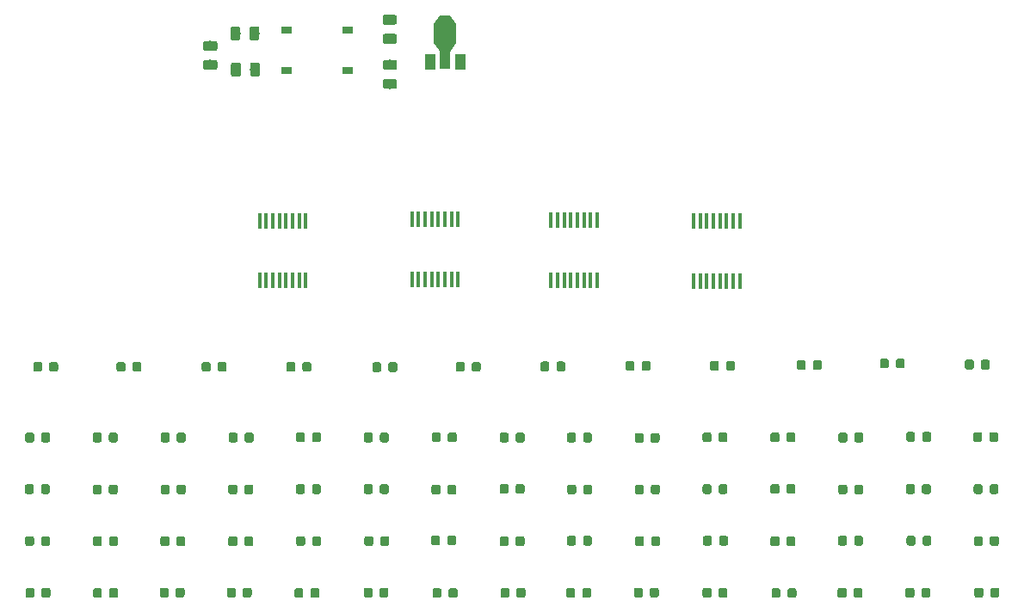
<source format=gbr>
G04 #@! TF.GenerationSoftware,KiCad,Pcbnew,5.0.2-bee76a0~70~ubuntu16.04.1*
G04 #@! TF.CreationDate,2020-01-20T17:48:56-08:00*
G04 #@! TF.ProjectId,clock,636c6f63-6b2e-46b6-9963-61645f706362,rev?*
G04 #@! TF.SameCoordinates,Original*
G04 #@! TF.FileFunction,Paste,Bot*
G04 #@! TF.FilePolarity,Positive*
%FSLAX46Y46*%
G04 Gerber Fmt 4.6, Leading zero omitted, Abs format (unit mm)*
G04 Created by KiCad (PCBNEW 5.0.2-bee76a0~70~ubuntu16.04.1) date Mon 20 Jan 2020 17:48:56 PST*
%MOMM*%
%LPD*%
G01*
G04 APERTURE LIST*
%ADD10R,0.450000X1.500000*%
%ADD11C,0.100000*%
%ADD12C,0.975000*%
%ADD13R,1.000000X0.700000*%
%ADD14C,0.850000*%
%ADD15R,1.000000X1.500000*%
%ADD16R,1.000000X1.800000*%
%ADD17R,2.200000X1.840000*%
%ADD18C,1.000000*%
%ADD19C,0.875000*%
G04 APERTURE END LIST*
D10*
G04 #@! TO.C,U3*
X91100400Y-102416000D03*
X91750400Y-102416000D03*
X92400400Y-102416000D03*
X93050400Y-102416000D03*
X93700400Y-102416000D03*
X94350400Y-102416000D03*
X95000400Y-102416000D03*
X95650400Y-102416000D03*
X95650400Y-96516000D03*
X95000400Y-96516000D03*
X94350400Y-96516000D03*
X93700400Y-96516000D03*
X93050400Y-96516000D03*
X92400400Y-96516000D03*
X91750400Y-96516000D03*
X91100400Y-96516000D03*
G04 #@! TD*
D11*
G04 #@! TO.C,C1*
G36*
X60366342Y-80962174D02*
X60390003Y-80965684D01*
X60413207Y-80971496D01*
X60435729Y-80979554D01*
X60457353Y-80989782D01*
X60477870Y-81002079D01*
X60497083Y-81016329D01*
X60514807Y-81032393D01*
X60530871Y-81050117D01*
X60545121Y-81069330D01*
X60557418Y-81089847D01*
X60567646Y-81111471D01*
X60575704Y-81133993D01*
X60581516Y-81157197D01*
X60585026Y-81180858D01*
X60586200Y-81204750D01*
X60586200Y-82117250D01*
X60585026Y-82141142D01*
X60581516Y-82164803D01*
X60575704Y-82188007D01*
X60567646Y-82210529D01*
X60557418Y-82232153D01*
X60545121Y-82252670D01*
X60530871Y-82271883D01*
X60514807Y-82289607D01*
X60497083Y-82305671D01*
X60477870Y-82319921D01*
X60457353Y-82332218D01*
X60435729Y-82342446D01*
X60413207Y-82350504D01*
X60390003Y-82356316D01*
X60366342Y-82359826D01*
X60342450Y-82361000D01*
X59854950Y-82361000D01*
X59831058Y-82359826D01*
X59807397Y-82356316D01*
X59784193Y-82350504D01*
X59761671Y-82342446D01*
X59740047Y-82332218D01*
X59719530Y-82319921D01*
X59700317Y-82305671D01*
X59682593Y-82289607D01*
X59666529Y-82271883D01*
X59652279Y-82252670D01*
X59639982Y-82232153D01*
X59629754Y-82210529D01*
X59621696Y-82188007D01*
X59615884Y-82164803D01*
X59612374Y-82141142D01*
X59611200Y-82117250D01*
X59611200Y-81204750D01*
X59612374Y-81180858D01*
X59615884Y-81157197D01*
X59621696Y-81133993D01*
X59629754Y-81111471D01*
X59639982Y-81089847D01*
X59652279Y-81069330D01*
X59666529Y-81050117D01*
X59682593Y-81032393D01*
X59700317Y-81016329D01*
X59719530Y-81002079D01*
X59740047Y-80989782D01*
X59761671Y-80979554D01*
X59784193Y-80971496D01*
X59807397Y-80965684D01*
X59831058Y-80962174D01*
X59854950Y-80961000D01*
X60342450Y-80961000D01*
X60366342Y-80962174D01*
X60366342Y-80962174D01*
G37*
D12*
X60098700Y-81661000D03*
D11*
G36*
X62241342Y-80962174D02*
X62265003Y-80965684D01*
X62288207Y-80971496D01*
X62310729Y-80979554D01*
X62332353Y-80989782D01*
X62352870Y-81002079D01*
X62372083Y-81016329D01*
X62389807Y-81032393D01*
X62405871Y-81050117D01*
X62420121Y-81069330D01*
X62432418Y-81089847D01*
X62442646Y-81111471D01*
X62450704Y-81133993D01*
X62456516Y-81157197D01*
X62460026Y-81180858D01*
X62461200Y-81204750D01*
X62461200Y-82117250D01*
X62460026Y-82141142D01*
X62456516Y-82164803D01*
X62450704Y-82188007D01*
X62442646Y-82210529D01*
X62432418Y-82232153D01*
X62420121Y-82252670D01*
X62405871Y-82271883D01*
X62389807Y-82289607D01*
X62372083Y-82305671D01*
X62352870Y-82319921D01*
X62332353Y-82332218D01*
X62310729Y-82342446D01*
X62288207Y-82350504D01*
X62265003Y-82356316D01*
X62241342Y-82359826D01*
X62217450Y-82361000D01*
X61729950Y-82361000D01*
X61706058Y-82359826D01*
X61682397Y-82356316D01*
X61659193Y-82350504D01*
X61636671Y-82342446D01*
X61615047Y-82332218D01*
X61594530Y-82319921D01*
X61575317Y-82305671D01*
X61557593Y-82289607D01*
X61541529Y-82271883D01*
X61527279Y-82252670D01*
X61514982Y-82232153D01*
X61504754Y-82210529D01*
X61496696Y-82188007D01*
X61490884Y-82164803D01*
X61487374Y-82141142D01*
X61486200Y-82117250D01*
X61486200Y-81204750D01*
X61487374Y-81180858D01*
X61490884Y-81157197D01*
X61496696Y-81133993D01*
X61504754Y-81111471D01*
X61514982Y-81089847D01*
X61527279Y-81069330D01*
X61541529Y-81050117D01*
X61557593Y-81032393D01*
X61575317Y-81016329D01*
X61594530Y-81002079D01*
X61615047Y-80989782D01*
X61636671Y-80979554D01*
X61659193Y-80971496D01*
X61682397Y-80965684D01*
X61706058Y-80962174D01*
X61729950Y-80961000D01*
X62217450Y-80961000D01*
X62241342Y-80962174D01*
X62241342Y-80962174D01*
G37*
D12*
X61973700Y-81661000D03*
G04 #@! TD*
D11*
G04 #@! TO.C,C2*
G36*
X75714942Y-78152074D02*
X75738603Y-78155584D01*
X75761807Y-78161396D01*
X75784329Y-78169454D01*
X75805953Y-78179682D01*
X75826470Y-78191979D01*
X75845683Y-78206229D01*
X75863407Y-78222293D01*
X75879471Y-78240017D01*
X75893721Y-78259230D01*
X75906018Y-78279747D01*
X75916246Y-78301371D01*
X75924304Y-78323893D01*
X75930116Y-78347097D01*
X75933626Y-78370758D01*
X75934800Y-78394650D01*
X75934800Y-78882150D01*
X75933626Y-78906042D01*
X75930116Y-78929703D01*
X75924304Y-78952907D01*
X75916246Y-78975429D01*
X75906018Y-78997053D01*
X75893721Y-79017570D01*
X75879471Y-79036783D01*
X75863407Y-79054507D01*
X75845683Y-79070571D01*
X75826470Y-79084821D01*
X75805953Y-79097118D01*
X75784329Y-79107346D01*
X75761807Y-79115404D01*
X75738603Y-79121216D01*
X75714942Y-79124726D01*
X75691050Y-79125900D01*
X74778550Y-79125900D01*
X74754658Y-79124726D01*
X74730997Y-79121216D01*
X74707793Y-79115404D01*
X74685271Y-79107346D01*
X74663647Y-79097118D01*
X74643130Y-79084821D01*
X74623917Y-79070571D01*
X74606193Y-79054507D01*
X74590129Y-79036783D01*
X74575879Y-79017570D01*
X74563582Y-78997053D01*
X74553354Y-78975429D01*
X74545296Y-78952907D01*
X74539484Y-78929703D01*
X74535974Y-78906042D01*
X74534800Y-78882150D01*
X74534800Y-78394650D01*
X74535974Y-78370758D01*
X74539484Y-78347097D01*
X74545296Y-78323893D01*
X74553354Y-78301371D01*
X74563582Y-78279747D01*
X74575879Y-78259230D01*
X74590129Y-78240017D01*
X74606193Y-78222293D01*
X74623917Y-78206229D01*
X74643130Y-78191979D01*
X74663647Y-78179682D01*
X74685271Y-78169454D01*
X74707793Y-78161396D01*
X74730997Y-78155584D01*
X74754658Y-78152074D01*
X74778550Y-78150900D01*
X75691050Y-78150900D01*
X75714942Y-78152074D01*
X75714942Y-78152074D01*
G37*
D12*
X75234800Y-78638400D03*
D11*
G36*
X75714942Y-76277074D02*
X75738603Y-76280584D01*
X75761807Y-76286396D01*
X75784329Y-76294454D01*
X75805953Y-76304682D01*
X75826470Y-76316979D01*
X75845683Y-76331229D01*
X75863407Y-76347293D01*
X75879471Y-76365017D01*
X75893721Y-76384230D01*
X75906018Y-76404747D01*
X75916246Y-76426371D01*
X75924304Y-76448893D01*
X75930116Y-76472097D01*
X75933626Y-76495758D01*
X75934800Y-76519650D01*
X75934800Y-77007150D01*
X75933626Y-77031042D01*
X75930116Y-77054703D01*
X75924304Y-77077907D01*
X75916246Y-77100429D01*
X75906018Y-77122053D01*
X75893721Y-77142570D01*
X75879471Y-77161783D01*
X75863407Y-77179507D01*
X75845683Y-77195571D01*
X75826470Y-77209821D01*
X75805953Y-77222118D01*
X75784329Y-77232346D01*
X75761807Y-77240404D01*
X75738603Y-77246216D01*
X75714942Y-77249726D01*
X75691050Y-77250900D01*
X74778550Y-77250900D01*
X74754658Y-77249726D01*
X74730997Y-77246216D01*
X74707793Y-77240404D01*
X74685271Y-77232346D01*
X74663647Y-77222118D01*
X74643130Y-77209821D01*
X74623917Y-77195571D01*
X74606193Y-77179507D01*
X74590129Y-77161783D01*
X74575879Y-77142570D01*
X74563582Y-77122053D01*
X74553354Y-77100429D01*
X74545296Y-77077907D01*
X74539484Y-77054703D01*
X74535974Y-77031042D01*
X74534800Y-77007150D01*
X74534800Y-76519650D01*
X74535974Y-76495758D01*
X74539484Y-76472097D01*
X74545296Y-76448893D01*
X74553354Y-76426371D01*
X74563582Y-76404747D01*
X74575879Y-76384230D01*
X74590129Y-76365017D01*
X74606193Y-76347293D01*
X74623917Y-76331229D01*
X74643130Y-76316979D01*
X74663647Y-76304682D01*
X74685271Y-76294454D01*
X74707793Y-76286396D01*
X74730997Y-76280584D01*
X74754658Y-76277074D01*
X74778550Y-76275900D01*
X75691050Y-76275900D01*
X75714942Y-76277074D01*
X75714942Y-76277074D01*
G37*
D12*
X75234800Y-76763400D03*
G04 #@! TD*
D11*
G04 #@! TO.C,C3*
G36*
X75740342Y-82592474D02*
X75764003Y-82595984D01*
X75787207Y-82601796D01*
X75809729Y-82609854D01*
X75831353Y-82620082D01*
X75851870Y-82632379D01*
X75871083Y-82646629D01*
X75888807Y-82662693D01*
X75904871Y-82680417D01*
X75919121Y-82699630D01*
X75931418Y-82720147D01*
X75941646Y-82741771D01*
X75949704Y-82764293D01*
X75955516Y-82787497D01*
X75959026Y-82811158D01*
X75960200Y-82835050D01*
X75960200Y-83322550D01*
X75959026Y-83346442D01*
X75955516Y-83370103D01*
X75949704Y-83393307D01*
X75941646Y-83415829D01*
X75931418Y-83437453D01*
X75919121Y-83457970D01*
X75904871Y-83477183D01*
X75888807Y-83494907D01*
X75871083Y-83510971D01*
X75851870Y-83525221D01*
X75831353Y-83537518D01*
X75809729Y-83547746D01*
X75787207Y-83555804D01*
X75764003Y-83561616D01*
X75740342Y-83565126D01*
X75716450Y-83566300D01*
X74803950Y-83566300D01*
X74780058Y-83565126D01*
X74756397Y-83561616D01*
X74733193Y-83555804D01*
X74710671Y-83547746D01*
X74689047Y-83537518D01*
X74668530Y-83525221D01*
X74649317Y-83510971D01*
X74631593Y-83494907D01*
X74615529Y-83477183D01*
X74601279Y-83457970D01*
X74588982Y-83437453D01*
X74578754Y-83415829D01*
X74570696Y-83393307D01*
X74564884Y-83370103D01*
X74561374Y-83346442D01*
X74560200Y-83322550D01*
X74560200Y-82835050D01*
X74561374Y-82811158D01*
X74564884Y-82787497D01*
X74570696Y-82764293D01*
X74578754Y-82741771D01*
X74588982Y-82720147D01*
X74601279Y-82699630D01*
X74615529Y-82680417D01*
X74631593Y-82662693D01*
X74649317Y-82646629D01*
X74668530Y-82632379D01*
X74689047Y-82620082D01*
X74710671Y-82609854D01*
X74733193Y-82601796D01*
X74756397Y-82595984D01*
X74780058Y-82592474D01*
X74803950Y-82591300D01*
X75716450Y-82591300D01*
X75740342Y-82592474D01*
X75740342Y-82592474D01*
G37*
D12*
X75260200Y-83078800D03*
D11*
G36*
X75740342Y-80717474D02*
X75764003Y-80720984D01*
X75787207Y-80726796D01*
X75809729Y-80734854D01*
X75831353Y-80745082D01*
X75851870Y-80757379D01*
X75871083Y-80771629D01*
X75888807Y-80787693D01*
X75904871Y-80805417D01*
X75919121Y-80824630D01*
X75931418Y-80845147D01*
X75941646Y-80866771D01*
X75949704Y-80889293D01*
X75955516Y-80912497D01*
X75959026Y-80936158D01*
X75960200Y-80960050D01*
X75960200Y-81447550D01*
X75959026Y-81471442D01*
X75955516Y-81495103D01*
X75949704Y-81518307D01*
X75941646Y-81540829D01*
X75931418Y-81562453D01*
X75919121Y-81582970D01*
X75904871Y-81602183D01*
X75888807Y-81619907D01*
X75871083Y-81635971D01*
X75851870Y-81650221D01*
X75831353Y-81662518D01*
X75809729Y-81672746D01*
X75787207Y-81680804D01*
X75764003Y-81686616D01*
X75740342Y-81690126D01*
X75716450Y-81691300D01*
X74803950Y-81691300D01*
X74780058Y-81690126D01*
X74756397Y-81686616D01*
X74733193Y-81680804D01*
X74710671Y-81672746D01*
X74689047Y-81662518D01*
X74668530Y-81650221D01*
X74649317Y-81635971D01*
X74631593Y-81619907D01*
X74615529Y-81602183D01*
X74601279Y-81582970D01*
X74588982Y-81562453D01*
X74578754Y-81540829D01*
X74570696Y-81518307D01*
X74564884Y-81495103D01*
X74561374Y-81471442D01*
X74560200Y-81447550D01*
X74560200Y-80960050D01*
X74561374Y-80936158D01*
X74564884Y-80912497D01*
X74570696Y-80889293D01*
X74578754Y-80866771D01*
X74588982Y-80845147D01*
X74601279Y-80824630D01*
X74615529Y-80805417D01*
X74631593Y-80787693D01*
X74649317Y-80771629D01*
X74668530Y-80757379D01*
X74689047Y-80745082D01*
X74710671Y-80734854D01*
X74733193Y-80726796D01*
X74756397Y-80720984D01*
X74780058Y-80717474D01*
X74803950Y-80716300D01*
X75716450Y-80716300D01*
X75740342Y-80717474D01*
X75740342Y-80717474D01*
G37*
D12*
X75260200Y-81203800D03*
G04 #@! TD*
D13*
G04 #@! TO.C,D1*
X71069200Y-77749400D03*
X71069200Y-81749400D03*
X65119200Y-81749400D03*
X65119200Y-77749400D03*
G04 #@! TD*
D11*
G04 #@! TO.C,D2*
G36*
X60313242Y-77406174D02*
X60336903Y-77409684D01*
X60360107Y-77415496D01*
X60382629Y-77423554D01*
X60404253Y-77433782D01*
X60424770Y-77446079D01*
X60443983Y-77460329D01*
X60461707Y-77476393D01*
X60477771Y-77494117D01*
X60492021Y-77513330D01*
X60504318Y-77533847D01*
X60514546Y-77555471D01*
X60522604Y-77577993D01*
X60528416Y-77601197D01*
X60531926Y-77624858D01*
X60533100Y-77648750D01*
X60533100Y-78561250D01*
X60531926Y-78585142D01*
X60528416Y-78608803D01*
X60522604Y-78632007D01*
X60514546Y-78654529D01*
X60504318Y-78676153D01*
X60492021Y-78696670D01*
X60477771Y-78715883D01*
X60461707Y-78733607D01*
X60443983Y-78749671D01*
X60424770Y-78763921D01*
X60404253Y-78776218D01*
X60382629Y-78786446D01*
X60360107Y-78794504D01*
X60336903Y-78800316D01*
X60313242Y-78803826D01*
X60289350Y-78805000D01*
X59801850Y-78805000D01*
X59777958Y-78803826D01*
X59754297Y-78800316D01*
X59731093Y-78794504D01*
X59708571Y-78786446D01*
X59686947Y-78776218D01*
X59666430Y-78763921D01*
X59647217Y-78749671D01*
X59629493Y-78733607D01*
X59613429Y-78715883D01*
X59599179Y-78696670D01*
X59586882Y-78676153D01*
X59576654Y-78654529D01*
X59568596Y-78632007D01*
X59562784Y-78608803D01*
X59559274Y-78585142D01*
X59558100Y-78561250D01*
X59558100Y-77648750D01*
X59559274Y-77624858D01*
X59562784Y-77601197D01*
X59568596Y-77577993D01*
X59576654Y-77555471D01*
X59586882Y-77533847D01*
X59599179Y-77513330D01*
X59613429Y-77494117D01*
X59629493Y-77476393D01*
X59647217Y-77460329D01*
X59666430Y-77446079D01*
X59686947Y-77433782D01*
X59708571Y-77423554D01*
X59731093Y-77415496D01*
X59754297Y-77409684D01*
X59777958Y-77406174D01*
X59801850Y-77405000D01*
X60289350Y-77405000D01*
X60313242Y-77406174D01*
X60313242Y-77406174D01*
G37*
D12*
X60045600Y-78105000D03*
D11*
G36*
X62188242Y-77406174D02*
X62211903Y-77409684D01*
X62235107Y-77415496D01*
X62257629Y-77423554D01*
X62279253Y-77433782D01*
X62299770Y-77446079D01*
X62318983Y-77460329D01*
X62336707Y-77476393D01*
X62352771Y-77494117D01*
X62367021Y-77513330D01*
X62379318Y-77533847D01*
X62389546Y-77555471D01*
X62397604Y-77577993D01*
X62403416Y-77601197D01*
X62406926Y-77624858D01*
X62408100Y-77648750D01*
X62408100Y-78561250D01*
X62406926Y-78585142D01*
X62403416Y-78608803D01*
X62397604Y-78632007D01*
X62389546Y-78654529D01*
X62379318Y-78676153D01*
X62367021Y-78696670D01*
X62352771Y-78715883D01*
X62336707Y-78733607D01*
X62318983Y-78749671D01*
X62299770Y-78763921D01*
X62279253Y-78776218D01*
X62257629Y-78786446D01*
X62235107Y-78794504D01*
X62211903Y-78800316D01*
X62188242Y-78803826D01*
X62164350Y-78805000D01*
X61676850Y-78805000D01*
X61652958Y-78803826D01*
X61629297Y-78800316D01*
X61606093Y-78794504D01*
X61583571Y-78786446D01*
X61561947Y-78776218D01*
X61541430Y-78763921D01*
X61522217Y-78749671D01*
X61504493Y-78733607D01*
X61488429Y-78715883D01*
X61474179Y-78696670D01*
X61461882Y-78676153D01*
X61451654Y-78654529D01*
X61443596Y-78632007D01*
X61437784Y-78608803D01*
X61434274Y-78585142D01*
X61433100Y-78561250D01*
X61433100Y-77648750D01*
X61434274Y-77624858D01*
X61437784Y-77601197D01*
X61443596Y-77577993D01*
X61451654Y-77555471D01*
X61461882Y-77533847D01*
X61474179Y-77513330D01*
X61488429Y-77494117D01*
X61504493Y-77476393D01*
X61522217Y-77460329D01*
X61541430Y-77446079D01*
X61561947Y-77433782D01*
X61583571Y-77423554D01*
X61606093Y-77415496D01*
X61629297Y-77409684D01*
X61652958Y-77406174D01*
X61676850Y-77405000D01*
X62164350Y-77405000D01*
X62188242Y-77406174D01*
X62188242Y-77406174D01*
G37*
D12*
X61920600Y-78105000D03*
G04 #@! TD*
D11*
G04 #@! TO.C,D75*
G36*
X58061942Y-80717474D02*
X58085603Y-80720984D01*
X58108807Y-80726796D01*
X58131329Y-80734854D01*
X58152953Y-80745082D01*
X58173470Y-80757379D01*
X58192683Y-80771629D01*
X58210407Y-80787693D01*
X58226471Y-80805417D01*
X58240721Y-80824630D01*
X58253018Y-80845147D01*
X58263246Y-80866771D01*
X58271304Y-80889293D01*
X58277116Y-80912497D01*
X58280626Y-80936158D01*
X58281800Y-80960050D01*
X58281800Y-81447550D01*
X58280626Y-81471442D01*
X58277116Y-81495103D01*
X58271304Y-81518307D01*
X58263246Y-81540829D01*
X58253018Y-81562453D01*
X58240721Y-81582970D01*
X58226471Y-81602183D01*
X58210407Y-81619907D01*
X58192683Y-81635971D01*
X58173470Y-81650221D01*
X58152953Y-81662518D01*
X58131329Y-81672746D01*
X58108807Y-81680804D01*
X58085603Y-81686616D01*
X58061942Y-81690126D01*
X58038050Y-81691300D01*
X57125550Y-81691300D01*
X57101658Y-81690126D01*
X57077997Y-81686616D01*
X57054793Y-81680804D01*
X57032271Y-81672746D01*
X57010647Y-81662518D01*
X56990130Y-81650221D01*
X56970917Y-81635971D01*
X56953193Y-81619907D01*
X56937129Y-81602183D01*
X56922879Y-81582970D01*
X56910582Y-81562453D01*
X56900354Y-81540829D01*
X56892296Y-81518307D01*
X56886484Y-81495103D01*
X56882974Y-81471442D01*
X56881800Y-81447550D01*
X56881800Y-80960050D01*
X56882974Y-80936158D01*
X56886484Y-80912497D01*
X56892296Y-80889293D01*
X56900354Y-80866771D01*
X56910582Y-80845147D01*
X56922879Y-80824630D01*
X56937129Y-80805417D01*
X56953193Y-80787693D01*
X56970917Y-80771629D01*
X56990130Y-80757379D01*
X57010647Y-80745082D01*
X57032271Y-80734854D01*
X57054793Y-80726796D01*
X57077997Y-80720984D01*
X57101658Y-80717474D01*
X57125550Y-80716300D01*
X58038050Y-80716300D01*
X58061942Y-80717474D01*
X58061942Y-80717474D01*
G37*
D12*
X57581800Y-81203800D03*
D11*
G36*
X58061942Y-78842474D02*
X58085603Y-78845984D01*
X58108807Y-78851796D01*
X58131329Y-78859854D01*
X58152953Y-78870082D01*
X58173470Y-78882379D01*
X58192683Y-78896629D01*
X58210407Y-78912693D01*
X58226471Y-78930417D01*
X58240721Y-78949630D01*
X58253018Y-78970147D01*
X58263246Y-78991771D01*
X58271304Y-79014293D01*
X58277116Y-79037497D01*
X58280626Y-79061158D01*
X58281800Y-79085050D01*
X58281800Y-79572550D01*
X58280626Y-79596442D01*
X58277116Y-79620103D01*
X58271304Y-79643307D01*
X58263246Y-79665829D01*
X58253018Y-79687453D01*
X58240721Y-79707970D01*
X58226471Y-79727183D01*
X58210407Y-79744907D01*
X58192683Y-79760971D01*
X58173470Y-79775221D01*
X58152953Y-79787518D01*
X58131329Y-79797746D01*
X58108807Y-79805804D01*
X58085603Y-79811616D01*
X58061942Y-79815126D01*
X58038050Y-79816300D01*
X57125550Y-79816300D01*
X57101658Y-79815126D01*
X57077997Y-79811616D01*
X57054793Y-79805804D01*
X57032271Y-79797746D01*
X57010647Y-79787518D01*
X56990130Y-79775221D01*
X56970917Y-79760971D01*
X56953193Y-79744907D01*
X56937129Y-79727183D01*
X56922879Y-79707970D01*
X56910582Y-79687453D01*
X56900354Y-79665829D01*
X56892296Y-79643307D01*
X56886484Y-79620103D01*
X56882974Y-79596442D01*
X56881800Y-79572550D01*
X56881800Y-79085050D01*
X56882974Y-79061158D01*
X56886484Y-79037497D01*
X56892296Y-79014293D01*
X56900354Y-78991771D01*
X56910582Y-78970147D01*
X56922879Y-78949630D01*
X56937129Y-78930417D01*
X56953193Y-78912693D01*
X56970917Y-78896629D01*
X56990130Y-78882379D01*
X57010647Y-78870082D01*
X57032271Y-78859854D01*
X57054793Y-78851796D01*
X57077997Y-78845984D01*
X57101658Y-78842474D01*
X57125550Y-78841300D01*
X58038050Y-78841300D01*
X58061942Y-78842474D01*
X58061942Y-78842474D01*
G37*
D12*
X57581800Y-79328800D03*
G04 #@! TD*
D14*
G04 #@! TO.C,U7*
X80695800Y-76784200D03*
D11*
G36*
X81195800Y-76359200D02*
X81795800Y-77209200D01*
X79595800Y-77209200D01*
X80195800Y-76359200D01*
X81195800Y-76359200D01*
X81195800Y-76359200D01*
G37*
D15*
X82195800Y-80931200D03*
D16*
X80695800Y-80784700D03*
D15*
X79195800Y-80931200D03*
D17*
X80695800Y-78117700D03*
D18*
X80695800Y-79527400D03*
D11*
G36*
X80295800Y-80027400D02*
X79595800Y-79027400D01*
X81795800Y-79027400D01*
X81095800Y-80027400D01*
X80295800Y-80027400D01*
X80295800Y-80027400D01*
G37*
G04 #@! TD*
G04 #@! TO.C,R4*
G36*
X41619191Y-117432853D02*
X41640426Y-117436003D01*
X41661250Y-117441219D01*
X41681462Y-117448451D01*
X41700868Y-117457630D01*
X41719281Y-117468666D01*
X41736524Y-117481454D01*
X41752430Y-117495870D01*
X41766846Y-117511776D01*
X41779634Y-117529019D01*
X41790670Y-117547432D01*
X41799849Y-117566838D01*
X41807081Y-117587050D01*
X41812297Y-117607874D01*
X41815447Y-117629109D01*
X41816500Y-117650550D01*
X41816500Y-118163050D01*
X41815447Y-118184491D01*
X41812297Y-118205726D01*
X41807081Y-118226550D01*
X41799849Y-118246762D01*
X41790670Y-118266168D01*
X41779634Y-118284581D01*
X41766846Y-118301824D01*
X41752430Y-118317730D01*
X41736524Y-118332146D01*
X41719281Y-118344934D01*
X41700868Y-118355970D01*
X41681462Y-118365149D01*
X41661250Y-118372381D01*
X41640426Y-118377597D01*
X41619191Y-118380747D01*
X41597750Y-118381800D01*
X41160250Y-118381800D01*
X41138809Y-118380747D01*
X41117574Y-118377597D01*
X41096750Y-118372381D01*
X41076538Y-118365149D01*
X41057132Y-118355970D01*
X41038719Y-118344934D01*
X41021476Y-118332146D01*
X41005570Y-118317730D01*
X40991154Y-118301824D01*
X40978366Y-118284581D01*
X40967330Y-118266168D01*
X40958151Y-118246762D01*
X40950919Y-118226550D01*
X40945703Y-118205726D01*
X40942553Y-118184491D01*
X40941500Y-118163050D01*
X40941500Y-117650550D01*
X40942553Y-117629109D01*
X40945703Y-117607874D01*
X40950919Y-117587050D01*
X40958151Y-117566838D01*
X40967330Y-117547432D01*
X40978366Y-117529019D01*
X40991154Y-117511776D01*
X41005570Y-117495870D01*
X41021476Y-117481454D01*
X41038719Y-117468666D01*
X41057132Y-117457630D01*
X41076538Y-117448451D01*
X41096750Y-117441219D01*
X41117574Y-117436003D01*
X41138809Y-117432853D01*
X41160250Y-117431800D01*
X41597750Y-117431800D01*
X41619191Y-117432853D01*
X41619191Y-117432853D01*
G37*
D19*
X41379000Y-117906800D03*
D11*
G36*
X40044191Y-117432853D02*
X40065426Y-117436003D01*
X40086250Y-117441219D01*
X40106462Y-117448451D01*
X40125868Y-117457630D01*
X40144281Y-117468666D01*
X40161524Y-117481454D01*
X40177430Y-117495870D01*
X40191846Y-117511776D01*
X40204634Y-117529019D01*
X40215670Y-117547432D01*
X40224849Y-117566838D01*
X40232081Y-117587050D01*
X40237297Y-117607874D01*
X40240447Y-117629109D01*
X40241500Y-117650550D01*
X40241500Y-118163050D01*
X40240447Y-118184491D01*
X40237297Y-118205726D01*
X40232081Y-118226550D01*
X40224849Y-118246762D01*
X40215670Y-118266168D01*
X40204634Y-118284581D01*
X40191846Y-118301824D01*
X40177430Y-118317730D01*
X40161524Y-118332146D01*
X40144281Y-118344934D01*
X40125868Y-118355970D01*
X40106462Y-118365149D01*
X40086250Y-118372381D01*
X40065426Y-118377597D01*
X40044191Y-118380747D01*
X40022750Y-118381800D01*
X39585250Y-118381800D01*
X39563809Y-118380747D01*
X39542574Y-118377597D01*
X39521750Y-118372381D01*
X39501538Y-118365149D01*
X39482132Y-118355970D01*
X39463719Y-118344934D01*
X39446476Y-118332146D01*
X39430570Y-118317730D01*
X39416154Y-118301824D01*
X39403366Y-118284581D01*
X39392330Y-118266168D01*
X39383151Y-118246762D01*
X39375919Y-118226550D01*
X39370703Y-118205726D01*
X39367553Y-118184491D01*
X39366500Y-118163050D01*
X39366500Y-117650550D01*
X39367553Y-117629109D01*
X39370703Y-117607874D01*
X39375919Y-117587050D01*
X39383151Y-117566838D01*
X39392330Y-117547432D01*
X39403366Y-117529019D01*
X39416154Y-117511776D01*
X39430570Y-117495870D01*
X39446476Y-117481454D01*
X39463719Y-117468666D01*
X39482132Y-117457630D01*
X39501538Y-117448451D01*
X39521750Y-117441219D01*
X39542574Y-117436003D01*
X39563809Y-117432853D01*
X39585250Y-117431800D01*
X40022750Y-117431800D01*
X40044191Y-117432853D01*
X40044191Y-117432853D01*
G37*
D19*
X39804000Y-117906800D03*
G04 #@! TD*
D11*
G04 #@! TO.C,R5*
G36*
X46698991Y-122538253D02*
X46720226Y-122541403D01*
X46741050Y-122546619D01*
X46761262Y-122553851D01*
X46780668Y-122563030D01*
X46799081Y-122574066D01*
X46816324Y-122586854D01*
X46832230Y-122601270D01*
X46846646Y-122617176D01*
X46859434Y-122634419D01*
X46870470Y-122652832D01*
X46879649Y-122672238D01*
X46886881Y-122692450D01*
X46892097Y-122713274D01*
X46895247Y-122734509D01*
X46896300Y-122755950D01*
X46896300Y-123268450D01*
X46895247Y-123289891D01*
X46892097Y-123311126D01*
X46886881Y-123331950D01*
X46879649Y-123352162D01*
X46870470Y-123371568D01*
X46859434Y-123389981D01*
X46846646Y-123407224D01*
X46832230Y-123423130D01*
X46816324Y-123437546D01*
X46799081Y-123450334D01*
X46780668Y-123461370D01*
X46761262Y-123470549D01*
X46741050Y-123477781D01*
X46720226Y-123482997D01*
X46698991Y-123486147D01*
X46677550Y-123487200D01*
X46240050Y-123487200D01*
X46218609Y-123486147D01*
X46197374Y-123482997D01*
X46176550Y-123477781D01*
X46156338Y-123470549D01*
X46136932Y-123461370D01*
X46118519Y-123450334D01*
X46101276Y-123437546D01*
X46085370Y-123423130D01*
X46070954Y-123407224D01*
X46058166Y-123389981D01*
X46047130Y-123371568D01*
X46037951Y-123352162D01*
X46030719Y-123331950D01*
X46025503Y-123311126D01*
X46022353Y-123289891D01*
X46021300Y-123268450D01*
X46021300Y-122755950D01*
X46022353Y-122734509D01*
X46025503Y-122713274D01*
X46030719Y-122692450D01*
X46037951Y-122672238D01*
X46047130Y-122652832D01*
X46058166Y-122634419D01*
X46070954Y-122617176D01*
X46085370Y-122601270D01*
X46101276Y-122586854D01*
X46118519Y-122574066D01*
X46136932Y-122563030D01*
X46156338Y-122553851D01*
X46176550Y-122546619D01*
X46197374Y-122541403D01*
X46218609Y-122538253D01*
X46240050Y-122537200D01*
X46677550Y-122537200D01*
X46698991Y-122538253D01*
X46698991Y-122538253D01*
G37*
D19*
X46458800Y-123012200D03*
D11*
G36*
X48273991Y-122538253D02*
X48295226Y-122541403D01*
X48316050Y-122546619D01*
X48336262Y-122553851D01*
X48355668Y-122563030D01*
X48374081Y-122574066D01*
X48391324Y-122586854D01*
X48407230Y-122601270D01*
X48421646Y-122617176D01*
X48434434Y-122634419D01*
X48445470Y-122652832D01*
X48454649Y-122672238D01*
X48461881Y-122692450D01*
X48467097Y-122713274D01*
X48470247Y-122734509D01*
X48471300Y-122755950D01*
X48471300Y-123268450D01*
X48470247Y-123289891D01*
X48467097Y-123311126D01*
X48461881Y-123331950D01*
X48454649Y-123352162D01*
X48445470Y-123371568D01*
X48434434Y-123389981D01*
X48421646Y-123407224D01*
X48407230Y-123423130D01*
X48391324Y-123437546D01*
X48374081Y-123450334D01*
X48355668Y-123461370D01*
X48336262Y-123470549D01*
X48316050Y-123477781D01*
X48295226Y-123482997D01*
X48273991Y-123486147D01*
X48252550Y-123487200D01*
X47815050Y-123487200D01*
X47793609Y-123486147D01*
X47772374Y-123482997D01*
X47751550Y-123477781D01*
X47731338Y-123470549D01*
X47711932Y-123461370D01*
X47693519Y-123450334D01*
X47676276Y-123437546D01*
X47660370Y-123423130D01*
X47645954Y-123407224D01*
X47633166Y-123389981D01*
X47622130Y-123371568D01*
X47612951Y-123352162D01*
X47605719Y-123331950D01*
X47600503Y-123311126D01*
X47597353Y-123289891D01*
X47596300Y-123268450D01*
X47596300Y-122755950D01*
X47597353Y-122734509D01*
X47600503Y-122713274D01*
X47605719Y-122692450D01*
X47612951Y-122672238D01*
X47622130Y-122652832D01*
X47633166Y-122634419D01*
X47645954Y-122617176D01*
X47660370Y-122601270D01*
X47676276Y-122586854D01*
X47693519Y-122574066D01*
X47711932Y-122563030D01*
X47731338Y-122553851D01*
X47751550Y-122546619D01*
X47772374Y-122541403D01*
X47793609Y-122538253D01*
X47815050Y-122537200D01*
X48252550Y-122537200D01*
X48273991Y-122538253D01*
X48273991Y-122538253D01*
G37*
D19*
X48033800Y-123012200D03*
G04 #@! TD*
D11*
G04 #@! TO.C,R6*
G36*
X54928791Y-127643653D02*
X54950026Y-127646803D01*
X54970850Y-127652019D01*
X54991062Y-127659251D01*
X55010468Y-127668430D01*
X55028881Y-127679466D01*
X55046124Y-127692254D01*
X55062030Y-127706670D01*
X55076446Y-127722576D01*
X55089234Y-127739819D01*
X55100270Y-127758232D01*
X55109449Y-127777638D01*
X55116681Y-127797850D01*
X55121897Y-127818674D01*
X55125047Y-127839909D01*
X55126100Y-127861350D01*
X55126100Y-128373850D01*
X55125047Y-128395291D01*
X55121897Y-128416526D01*
X55116681Y-128437350D01*
X55109449Y-128457562D01*
X55100270Y-128476968D01*
X55089234Y-128495381D01*
X55076446Y-128512624D01*
X55062030Y-128528530D01*
X55046124Y-128542946D01*
X55028881Y-128555734D01*
X55010468Y-128566770D01*
X54991062Y-128575949D01*
X54970850Y-128583181D01*
X54950026Y-128588397D01*
X54928791Y-128591547D01*
X54907350Y-128592600D01*
X54469850Y-128592600D01*
X54448409Y-128591547D01*
X54427174Y-128588397D01*
X54406350Y-128583181D01*
X54386138Y-128575949D01*
X54366732Y-128566770D01*
X54348319Y-128555734D01*
X54331076Y-128542946D01*
X54315170Y-128528530D01*
X54300754Y-128512624D01*
X54287966Y-128495381D01*
X54276930Y-128476968D01*
X54267751Y-128457562D01*
X54260519Y-128437350D01*
X54255303Y-128416526D01*
X54252153Y-128395291D01*
X54251100Y-128373850D01*
X54251100Y-127861350D01*
X54252153Y-127839909D01*
X54255303Y-127818674D01*
X54260519Y-127797850D01*
X54267751Y-127777638D01*
X54276930Y-127758232D01*
X54287966Y-127739819D01*
X54300754Y-127722576D01*
X54315170Y-127706670D01*
X54331076Y-127692254D01*
X54348319Y-127679466D01*
X54366732Y-127668430D01*
X54386138Y-127659251D01*
X54406350Y-127652019D01*
X54427174Y-127646803D01*
X54448409Y-127643653D01*
X54469850Y-127642600D01*
X54907350Y-127642600D01*
X54928791Y-127643653D01*
X54928791Y-127643653D01*
G37*
D19*
X54688600Y-128117600D03*
D11*
G36*
X53353791Y-127643653D02*
X53375026Y-127646803D01*
X53395850Y-127652019D01*
X53416062Y-127659251D01*
X53435468Y-127668430D01*
X53453881Y-127679466D01*
X53471124Y-127692254D01*
X53487030Y-127706670D01*
X53501446Y-127722576D01*
X53514234Y-127739819D01*
X53525270Y-127758232D01*
X53534449Y-127777638D01*
X53541681Y-127797850D01*
X53546897Y-127818674D01*
X53550047Y-127839909D01*
X53551100Y-127861350D01*
X53551100Y-128373850D01*
X53550047Y-128395291D01*
X53546897Y-128416526D01*
X53541681Y-128437350D01*
X53534449Y-128457562D01*
X53525270Y-128476968D01*
X53514234Y-128495381D01*
X53501446Y-128512624D01*
X53487030Y-128528530D01*
X53471124Y-128542946D01*
X53453881Y-128555734D01*
X53435468Y-128566770D01*
X53416062Y-128575949D01*
X53395850Y-128583181D01*
X53375026Y-128588397D01*
X53353791Y-128591547D01*
X53332350Y-128592600D01*
X52894850Y-128592600D01*
X52873409Y-128591547D01*
X52852174Y-128588397D01*
X52831350Y-128583181D01*
X52811138Y-128575949D01*
X52791732Y-128566770D01*
X52773319Y-128555734D01*
X52756076Y-128542946D01*
X52740170Y-128528530D01*
X52725754Y-128512624D01*
X52712966Y-128495381D01*
X52701930Y-128476968D01*
X52692751Y-128457562D01*
X52685519Y-128437350D01*
X52680303Y-128416526D01*
X52677153Y-128395291D01*
X52676100Y-128373850D01*
X52676100Y-127861350D01*
X52677153Y-127839909D01*
X52680303Y-127818674D01*
X52685519Y-127797850D01*
X52692751Y-127777638D01*
X52701930Y-127758232D01*
X52712966Y-127739819D01*
X52725754Y-127722576D01*
X52740170Y-127706670D01*
X52756076Y-127692254D01*
X52773319Y-127679466D01*
X52791732Y-127668430D01*
X52811138Y-127659251D01*
X52831350Y-127652019D01*
X52852174Y-127646803D01*
X52873409Y-127643653D01*
X52894850Y-127642600D01*
X53332350Y-127642600D01*
X53353791Y-127643653D01*
X53353791Y-127643653D01*
G37*
D19*
X53113600Y-128117600D03*
G04 #@! TD*
D11*
G04 #@! TO.C,R7*
G36*
X61456591Y-132698253D02*
X61477826Y-132701403D01*
X61498650Y-132706619D01*
X61518862Y-132713851D01*
X61538268Y-132723030D01*
X61556681Y-132734066D01*
X61573924Y-132746854D01*
X61589830Y-132761270D01*
X61604246Y-132777176D01*
X61617034Y-132794419D01*
X61628070Y-132812832D01*
X61637249Y-132832238D01*
X61644481Y-132852450D01*
X61649697Y-132873274D01*
X61652847Y-132894509D01*
X61653900Y-132915950D01*
X61653900Y-133428450D01*
X61652847Y-133449891D01*
X61649697Y-133471126D01*
X61644481Y-133491950D01*
X61637249Y-133512162D01*
X61628070Y-133531568D01*
X61617034Y-133549981D01*
X61604246Y-133567224D01*
X61589830Y-133583130D01*
X61573924Y-133597546D01*
X61556681Y-133610334D01*
X61538268Y-133621370D01*
X61518862Y-133630549D01*
X61498650Y-133637781D01*
X61477826Y-133642997D01*
X61456591Y-133646147D01*
X61435150Y-133647200D01*
X60997650Y-133647200D01*
X60976209Y-133646147D01*
X60954974Y-133642997D01*
X60934150Y-133637781D01*
X60913938Y-133630549D01*
X60894532Y-133621370D01*
X60876119Y-133610334D01*
X60858876Y-133597546D01*
X60842970Y-133583130D01*
X60828554Y-133567224D01*
X60815766Y-133549981D01*
X60804730Y-133531568D01*
X60795551Y-133512162D01*
X60788319Y-133491950D01*
X60783103Y-133471126D01*
X60779953Y-133449891D01*
X60778900Y-133428450D01*
X60778900Y-132915950D01*
X60779953Y-132894509D01*
X60783103Y-132873274D01*
X60788319Y-132852450D01*
X60795551Y-132832238D01*
X60804730Y-132812832D01*
X60815766Y-132794419D01*
X60828554Y-132777176D01*
X60842970Y-132761270D01*
X60858876Y-132746854D01*
X60876119Y-132734066D01*
X60894532Y-132723030D01*
X60913938Y-132713851D01*
X60934150Y-132706619D01*
X60954974Y-132701403D01*
X60976209Y-132698253D01*
X60997650Y-132697200D01*
X61435150Y-132697200D01*
X61456591Y-132698253D01*
X61456591Y-132698253D01*
G37*
D19*
X61216400Y-133172200D03*
D11*
G36*
X59881591Y-132698253D02*
X59902826Y-132701403D01*
X59923650Y-132706619D01*
X59943862Y-132713851D01*
X59963268Y-132723030D01*
X59981681Y-132734066D01*
X59998924Y-132746854D01*
X60014830Y-132761270D01*
X60029246Y-132777176D01*
X60042034Y-132794419D01*
X60053070Y-132812832D01*
X60062249Y-132832238D01*
X60069481Y-132852450D01*
X60074697Y-132873274D01*
X60077847Y-132894509D01*
X60078900Y-132915950D01*
X60078900Y-133428450D01*
X60077847Y-133449891D01*
X60074697Y-133471126D01*
X60069481Y-133491950D01*
X60062249Y-133512162D01*
X60053070Y-133531568D01*
X60042034Y-133549981D01*
X60029246Y-133567224D01*
X60014830Y-133583130D01*
X59998924Y-133597546D01*
X59981681Y-133610334D01*
X59963268Y-133621370D01*
X59943862Y-133630549D01*
X59923650Y-133637781D01*
X59902826Y-133642997D01*
X59881591Y-133646147D01*
X59860150Y-133647200D01*
X59422650Y-133647200D01*
X59401209Y-133646147D01*
X59379974Y-133642997D01*
X59359150Y-133637781D01*
X59338938Y-133630549D01*
X59319532Y-133621370D01*
X59301119Y-133610334D01*
X59283876Y-133597546D01*
X59267970Y-133583130D01*
X59253554Y-133567224D01*
X59240766Y-133549981D01*
X59229730Y-133531568D01*
X59220551Y-133512162D01*
X59213319Y-133491950D01*
X59208103Y-133471126D01*
X59204953Y-133449891D01*
X59203900Y-133428450D01*
X59203900Y-132915950D01*
X59204953Y-132894509D01*
X59208103Y-132873274D01*
X59213319Y-132852450D01*
X59220551Y-132832238D01*
X59229730Y-132812832D01*
X59240766Y-132794419D01*
X59253554Y-132777176D01*
X59267970Y-132761270D01*
X59283876Y-132746854D01*
X59301119Y-132734066D01*
X59319532Y-132723030D01*
X59338938Y-132713851D01*
X59359150Y-132706619D01*
X59379974Y-132701403D01*
X59401209Y-132698253D01*
X59422650Y-132697200D01*
X59860150Y-132697200D01*
X59881591Y-132698253D01*
X59881591Y-132698253D01*
G37*
D19*
X59641400Y-133172200D03*
G04 #@! TD*
D11*
G04 #@! TO.C,R8*
G36*
X75779891Y-110498653D02*
X75801126Y-110501803D01*
X75821950Y-110507019D01*
X75842162Y-110514251D01*
X75861568Y-110523430D01*
X75879981Y-110534466D01*
X75897224Y-110547254D01*
X75913130Y-110561670D01*
X75927546Y-110577576D01*
X75940334Y-110594819D01*
X75951370Y-110613232D01*
X75960549Y-110632638D01*
X75967781Y-110652850D01*
X75972997Y-110673674D01*
X75976147Y-110694909D01*
X75977200Y-110716350D01*
X75977200Y-111228850D01*
X75976147Y-111250291D01*
X75972997Y-111271526D01*
X75967781Y-111292350D01*
X75960549Y-111312562D01*
X75951370Y-111331968D01*
X75940334Y-111350381D01*
X75927546Y-111367624D01*
X75913130Y-111383530D01*
X75897224Y-111397946D01*
X75879981Y-111410734D01*
X75861568Y-111421770D01*
X75842162Y-111430949D01*
X75821950Y-111438181D01*
X75801126Y-111443397D01*
X75779891Y-111446547D01*
X75758450Y-111447600D01*
X75320950Y-111447600D01*
X75299509Y-111446547D01*
X75278274Y-111443397D01*
X75257450Y-111438181D01*
X75237238Y-111430949D01*
X75217832Y-111421770D01*
X75199419Y-111410734D01*
X75182176Y-111397946D01*
X75166270Y-111383530D01*
X75151854Y-111367624D01*
X75139066Y-111350381D01*
X75128030Y-111331968D01*
X75118851Y-111312562D01*
X75111619Y-111292350D01*
X75106403Y-111271526D01*
X75103253Y-111250291D01*
X75102200Y-111228850D01*
X75102200Y-110716350D01*
X75103253Y-110694909D01*
X75106403Y-110673674D01*
X75111619Y-110652850D01*
X75118851Y-110632638D01*
X75128030Y-110613232D01*
X75139066Y-110594819D01*
X75151854Y-110577576D01*
X75166270Y-110561670D01*
X75182176Y-110547254D01*
X75199419Y-110534466D01*
X75217832Y-110523430D01*
X75237238Y-110514251D01*
X75257450Y-110507019D01*
X75278274Y-110501803D01*
X75299509Y-110498653D01*
X75320950Y-110497600D01*
X75758450Y-110497600D01*
X75779891Y-110498653D01*
X75779891Y-110498653D01*
G37*
D19*
X75539700Y-110972600D03*
D11*
G36*
X74204891Y-110498653D02*
X74226126Y-110501803D01*
X74246950Y-110507019D01*
X74267162Y-110514251D01*
X74286568Y-110523430D01*
X74304981Y-110534466D01*
X74322224Y-110547254D01*
X74338130Y-110561670D01*
X74352546Y-110577576D01*
X74365334Y-110594819D01*
X74376370Y-110613232D01*
X74385549Y-110632638D01*
X74392781Y-110652850D01*
X74397997Y-110673674D01*
X74401147Y-110694909D01*
X74402200Y-110716350D01*
X74402200Y-111228850D01*
X74401147Y-111250291D01*
X74397997Y-111271526D01*
X74392781Y-111292350D01*
X74385549Y-111312562D01*
X74376370Y-111331968D01*
X74365334Y-111350381D01*
X74352546Y-111367624D01*
X74338130Y-111383530D01*
X74322224Y-111397946D01*
X74304981Y-111410734D01*
X74286568Y-111421770D01*
X74267162Y-111430949D01*
X74246950Y-111438181D01*
X74226126Y-111443397D01*
X74204891Y-111446547D01*
X74183450Y-111447600D01*
X73745950Y-111447600D01*
X73724509Y-111446547D01*
X73703274Y-111443397D01*
X73682450Y-111438181D01*
X73662238Y-111430949D01*
X73642832Y-111421770D01*
X73624419Y-111410734D01*
X73607176Y-111397946D01*
X73591270Y-111383530D01*
X73576854Y-111367624D01*
X73564066Y-111350381D01*
X73553030Y-111331968D01*
X73543851Y-111312562D01*
X73536619Y-111292350D01*
X73531403Y-111271526D01*
X73528253Y-111250291D01*
X73527200Y-111228850D01*
X73527200Y-110716350D01*
X73528253Y-110694909D01*
X73531403Y-110673674D01*
X73536619Y-110652850D01*
X73543851Y-110632638D01*
X73553030Y-110613232D01*
X73564066Y-110594819D01*
X73576854Y-110577576D01*
X73591270Y-110561670D01*
X73607176Y-110547254D01*
X73624419Y-110534466D01*
X73642832Y-110523430D01*
X73662238Y-110514251D01*
X73682450Y-110507019D01*
X73703274Y-110501803D01*
X73724509Y-110498653D01*
X73745950Y-110497600D01*
X74183450Y-110497600D01*
X74204891Y-110498653D01*
X74204891Y-110498653D01*
G37*
D19*
X73964700Y-110972600D03*
G04 #@! TD*
D11*
G04 #@! TO.C,R9*
G36*
X48273991Y-117432853D02*
X48295226Y-117436003D01*
X48316050Y-117441219D01*
X48336262Y-117448451D01*
X48355668Y-117457630D01*
X48374081Y-117468666D01*
X48391324Y-117481454D01*
X48407230Y-117495870D01*
X48421646Y-117511776D01*
X48434434Y-117529019D01*
X48445470Y-117547432D01*
X48454649Y-117566838D01*
X48461881Y-117587050D01*
X48467097Y-117607874D01*
X48470247Y-117629109D01*
X48471300Y-117650550D01*
X48471300Y-118163050D01*
X48470247Y-118184491D01*
X48467097Y-118205726D01*
X48461881Y-118226550D01*
X48454649Y-118246762D01*
X48445470Y-118266168D01*
X48434434Y-118284581D01*
X48421646Y-118301824D01*
X48407230Y-118317730D01*
X48391324Y-118332146D01*
X48374081Y-118344934D01*
X48355668Y-118355970D01*
X48336262Y-118365149D01*
X48316050Y-118372381D01*
X48295226Y-118377597D01*
X48273991Y-118380747D01*
X48252550Y-118381800D01*
X47815050Y-118381800D01*
X47793609Y-118380747D01*
X47772374Y-118377597D01*
X47751550Y-118372381D01*
X47731338Y-118365149D01*
X47711932Y-118355970D01*
X47693519Y-118344934D01*
X47676276Y-118332146D01*
X47660370Y-118317730D01*
X47645954Y-118301824D01*
X47633166Y-118284581D01*
X47622130Y-118266168D01*
X47612951Y-118246762D01*
X47605719Y-118226550D01*
X47600503Y-118205726D01*
X47597353Y-118184491D01*
X47596300Y-118163050D01*
X47596300Y-117650550D01*
X47597353Y-117629109D01*
X47600503Y-117607874D01*
X47605719Y-117587050D01*
X47612951Y-117566838D01*
X47622130Y-117547432D01*
X47633166Y-117529019D01*
X47645954Y-117511776D01*
X47660370Y-117495870D01*
X47676276Y-117481454D01*
X47693519Y-117468666D01*
X47711932Y-117457630D01*
X47731338Y-117448451D01*
X47751550Y-117441219D01*
X47772374Y-117436003D01*
X47793609Y-117432853D01*
X47815050Y-117431800D01*
X48252550Y-117431800D01*
X48273991Y-117432853D01*
X48273991Y-117432853D01*
G37*
D19*
X48033800Y-117906800D03*
D11*
G36*
X46698991Y-117432853D02*
X46720226Y-117436003D01*
X46741050Y-117441219D01*
X46761262Y-117448451D01*
X46780668Y-117457630D01*
X46799081Y-117468666D01*
X46816324Y-117481454D01*
X46832230Y-117495870D01*
X46846646Y-117511776D01*
X46859434Y-117529019D01*
X46870470Y-117547432D01*
X46879649Y-117566838D01*
X46886881Y-117587050D01*
X46892097Y-117607874D01*
X46895247Y-117629109D01*
X46896300Y-117650550D01*
X46896300Y-118163050D01*
X46895247Y-118184491D01*
X46892097Y-118205726D01*
X46886881Y-118226550D01*
X46879649Y-118246762D01*
X46870470Y-118266168D01*
X46859434Y-118284581D01*
X46846646Y-118301824D01*
X46832230Y-118317730D01*
X46816324Y-118332146D01*
X46799081Y-118344934D01*
X46780668Y-118355970D01*
X46761262Y-118365149D01*
X46741050Y-118372381D01*
X46720226Y-118377597D01*
X46698991Y-118380747D01*
X46677550Y-118381800D01*
X46240050Y-118381800D01*
X46218609Y-118380747D01*
X46197374Y-118377597D01*
X46176550Y-118372381D01*
X46156338Y-118365149D01*
X46136932Y-118355970D01*
X46118519Y-118344934D01*
X46101276Y-118332146D01*
X46085370Y-118317730D01*
X46070954Y-118301824D01*
X46058166Y-118284581D01*
X46047130Y-118266168D01*
X46037951Y-118246762D01*
X46030719Y-118226550D01*
X46025503Y-118205726D01*
X46022353Y-118184491D01*
X46021300Y-118163050D01*
X46021300Y-117650550D01*
X46022353Y-117629109D01*
X46025503Y-117607874D01*
X46030719Y-117587050D01*
X46037951Y-117566838D01*
X46047130Y-117547432D01*
X46058166Y-117529019D01*
X46070954Y-117511776D01*
X46085370Y-117495870D01*
X46101276Y-117481454D01*
X46118519Y-117468666D01*
X46136932Y-117457630D01*
X46156338Y-117448451D01*
X46176550Y-117441219D01*
X46197374Y-117436003D01*
X46218609Y-117432853D01*
X46240050Y-117431800D01*
X46677550Y-117431800D01*
X46698991Y-117432853D01*
X46698991Y-117432853D01*
G37*
D19*
X46458800Y-117906800D03*
G04 #@! TD*
D11*
G04 #@! TO.C,R10*
G36*
X54954191Y-122538253D02*
X54975426Y-122541403D01*
X54996250Y-122546619D01*
X55016462Y-122553851D01*
X55035868Y-122563030D01*
X55054281Y-122574066D01*
X55071524Y-122586854D01*
X55087430Y-122601270D01*
X55101846Y-122617176D01*
X55114634Y-122634419D01*
X55125670Y-122652832D01*
X55134849Y-122672238D01*
X55142081Y-122692450D01*
X55147297Y-122713274D01*
X55150447Y-122734509D01*
X55151500Y-122755950D01*
X55151500Y-123268450D01*
X55150447Y-123289891D01*
X55147297Y-123311126D01*
X55142081Y-123331950D01*
X55134849Y-123352162D01*
X55125670Y-123371568D01*
X55114634Y-123389981D01*
X55101846Y-123407224D01*
X55087430Y-123423130D01*
X55071524Y-123437546D01*
X55054281Y-123450334D01*
X55035868Y-123461370D01*
X55016462Y-123470549D01*
X54996250Y-123477781D01*
X54975426Y-123482997D01*
X54954191Y-123486147D01*
X54932750Y-123487200D01*
X54495250Y-123487200D01*
X54473809Y-123486147D01*
X54452574Y-123482997D01*
X54431750Y-123477781D01*
X54411538Y-123470549D01*
X54392132Y-123461370D01*
X54373719Y-123450334D01*
X54356476Y-123437546D01*
X54340570Y-123423130D01*
X54326154Y-123407224D01*
X54313366Y-123389981D01*
X54302330Y-123371568D01*
X54293151Y-123352162D01*
X54285919Y-123331950D01*
X54280703Y-123311126D01*
X54277553Y-123289891D01*
X54276500Y-123268450D01*
X54276500Y-122755950D01*
X54277553Y-122734509D01*
X54280703Y-122713274D01*
X54285919Y-122692450D01*
X54293151Y-122672238D01*
X54302330Y-122652832D01*
X54313366Y-122634419D01*
X54326154Y-122617176D01*
X54340570Y-122601270D01*
X54356476Y-122586854D01*
X54373719Y-122574066D01*
X54392132Y-122563030D01*
X54411538Y-122553851D01*
X54431750Y-122546619D01*
X54452574Y-122541403D01*
X54473809Y-122538253D01*
X54495250Y-122537200D01*
X54932750Y-122537200D01*
X54954191Y-122538253D01*
X54954191Y-122538253D01*
G37*
D19*
X54714000Y-123012200D03*
D11*
G36*
X53379191Y-122538253D02*
X53400426Y-122541403D01*
X53421250Y-122546619D01*
X53441462Y-122553851D01*
X53460868Y-122563030D01*
X53479281Y-122574066D01*
X53496524Y-122586854D01*
X53512430Y-122601270D01*
X53526846Y-122617176D01*
X53539634Y-122634419D01*
X53550670Y-122652832D01*
X53559849Y-122672238D01*
X53567081Y-122692450D01*
X53572297Y-122713274D01*
X53575447Y-122734509D01*
X53576500Y-122755950D01*
X53576500Y-123268450D01*
X53575447Y-123289891D01*
X53572297Y-123311126D01*
X53567081Y-123331950D01*
X53559849Y-123352162D01*
X53550670Y-123371568D01*
X53539634Y-123389981D01*
X53526846Y-123407224D01*
X53512430Y-123423130D01*
X53496524Y-123437546D01*
X53479281Y-123450334D01*
X53460868Y-123461370D01*
X53441462Y-123470549D01*
X53421250Y-123477781D01*
X53400426Y-123482997D01*
X53379191Y-123486147D01*
X53357750Y-123487200D01*
X52920250Y-123487200D01*
X52898809Y-123486147D01*
X52877574Y-123482997D01*
X52856750Y-123477781D01*
X52836538Y-123470549D01*
X52817132Y-123461370D01*
X52798719Y-123450334D01*
X52781476Y-123437546D01*
X52765570Y-123423130D01*
X52751154Y-123407224D01*
X52738366Y-123389981D01*
X52727330Y-123371568D01*
X52718151Y-123352162D01*
X52710919Y-123331950D01*
X52705703Y-123311126D01*
X52702553Y-123289891D01*
X52701500Y-123268450D01*
X52701500Y-122755950D01*
X52702553Y-122734509D01*
X52705703Y-122713274D01*
X52710919Y-122692450D01*
X52718151Y-122672238D01*
X52727330Y-122652832D01*
X52738366Y-122634419D01*
X52751154Y-122617176D01*
X52765570Y-122601270D01*
X52781476Y-122586854D01*
X52798719Y-122574066D01*
X52817132Y-122563030D01*
X52836538Y-122553851D01*
X52856750Y-122546619D01*
X52877574Y-122541403D01*
X52898809Y-122538253D01*
X52920250Y-122537200D01*
X53357750Y-122537200D01*
X53379191Y-122538253D01*
X53379191Y-122538253D01*
G37*
D19*
X53139000Y-123012200D03*
G04 #@! TD*
D11*
G04 #@! TO.C,R11*
G36*
X61608991Y-127643653D02*
X61630226Y-127646803D01*
X61651050Y-127652019D01*
X61671262Y-127659251D01*
X61690668Y-127668430D01*
X61709081Y-127679466D01*
X61726324Y-127692254D01*
X61742230Y-127706670D01*
X61756646Y-127722576D01*
X61769434Y-127739819D01*
X61780470Y-127758232D01*
X61789649Y-127777638D01*
X61796881Y-127797850D01*
X61802097Y-127818674D01*
X61805247Y-127839909D01*
X61806300Y-127861350D01*
X61806300Y-128373850D01*
X61805247Y-128395291D01*
X61802097Y-128416526D01*
X61796881Y-128437350D01*
X61789649Y-128457562D01*
X61780470Y-128476968D01*
X61769434Y-128495381D01*
X61756646Y-128512624D01*
X61742230Y-128528530D01*
X61726324Y-128542946D01*
X61709081Y-128555734D01*
X61690668Y-128566770D01*
X61671262Y-128575949D01*
X61651050Y-128583181D01*
X61630226Y-128588397D01*
X61608991Y-128591547D01*
X61587550Y-128592600D01*
X61150050Y-128592600D01*
X61128609Y-128591547D01*
X61107374Y-128588397D01*
X61086550Y-128583181D01*
X61066338Y-128575949D01*
X61046932Y-128566770D01*
X61028519Y-128555734D01*
X61011276Y-128542946D01*
X60995370Y-128528530D01*
X60980954Y-128512624D01*
X60968166Y-128495381D01*
X60957130Y-128476968D01*
X60947951Y-128457562D01*
X60940719Y-128437350D01*
X60935503Y-128416526D01*
X60932353Y-128395291D01*
X60931300Y-128373850D01*
X60931300Y-127861350D01*
X60932353Y-127839909D01*
X60935503Y-127818674D01*
X60940719Y-127797850D01*
X60947951Y-127777638D01*
X60957130Y-127758232D01*
X60968166Y-127739819D01*
X60980954Y-127722576D01*
X60995370Y-127706670D01*
X61011276Y-127692254D01*
X61028519Y-127679466D01*
X61046932Y-127668430D01*
X61066338Y-127659251D01*
X61086550Y-127652019D01*
X61107374Y-127646803D01*
X61128609Y-127643653D01*
X61150050Y-127642600D01*
X61587550Y-127642600D01*
X61608991Y-127643653D01*
X61608991Y-127643653D01*
G37*
D19*
X61368800Y-128117600D03*
D11*
G36*
X60033991Y-127643653D02*
X60055226Y-127646803D01*
X60076050Y-127652019D01*
X60096262Y-127659251D01*
X60115668Y-127668430D01*
X60134081Y-127679466D01*
X60151324Y-127692254D01*
X60167230Y-127706670D01*
X60181646Y-127722576D01*
X60194434Y-127739819D01*
X60205470Y-127758232D01*
X60214649Y-127777638D01*
X60221881Y-127797850D01*
X60227097Y-127818674D01*
X60230247Y-127839909D01*
X60231300Y-127861350D01*
X60231300Y-128373850D01*
X60230247Y-128395291D01*
X60227097Y-128416526D01*
X60221881Y-128437350D01*
X60214649Y-128457562D01*
X60205470Y-128476968D01*
X60194434Y-128495381D01*
X60181646Y-128512624D01*
X60167230Y-128528530D01*
X60151324Y-128542946D01*
X60134081Y-128555734D01*
X60115668Y-128566770D01*
X60096262Y-128575949D01*
X60076050Y-128583181D01*
X60055226Y-128588397D01*
X60033991Y-128591547D01*
X60012550Y-128592600D01*
X59575050Y-128592600D01*
X59553609Y-128591547D01*
X59532374Y-128588397D01*
X59511550Y-128583181D01*
X59491338Y-128575949D01*
X59471932Y-128566770D01*
X59453519Y-128555734D01*
X59436276Y-128542946D01*
X59420370Y-128528530D01*
X59405954Y-128512624D01*
X59393166Y-128495381D01*
X59382130Y-128476968D01*
X59372951Y-128457562D01*
X59365719Y-128437350D01*
X59360503Y-128416526D01*
X59357353Y-128395291D01*
X59356300Y-128373850D01*
X59356300Y-127861350D01*
X59357353Y-127839909D01*
X59360503Y-127818674D01*
X59365719Y-127797850D01*
X59372951Y-127777638D01*
X59382130Y-127758232D01*
X59393166Y-127739819D01*
X59405954Y-127722576D01*
X59420370Y-127706670D01*
X59436276Y-127692254D01*
X59453519Y-127679466D01*
X59471932Y-127668430D01*
X59491338Y-127659251D01*
X59511550Y-127652019D01*
X59532374Y-127646803D01*
X59553609Y-127643653D01*
X59575050Y-127642600D01*
X60012550Y-127642600D01*
X60033991Y-127643653D01*
X60033991Y-127643653D01*
G37*
D19*
X59793800Y-128117600D03*
G04 #@! TD*
D11*
G04 #@! TO.C,R12*
G36*
X66536391Y-132749053D02*
X66557626Y-132752203D01*
X66578450Y-132757419D01*
X66598662Y-132764651D01*
X66618068Y-132773830D01*
X66636481Y-132784866D01*
X66653724Y-132797654D01*
X66669630Y-132812070D01*
X66684046Y-132827976D01*
X66696834Y-132845219D01*
X66707870Y-132863632D01*
X66717049Y-132883038D01*
X66724281Y-132903250D01*
X66729497Y-132924074D01*
X66732647Y-132945309D01*
X66733700Y-132966750D01*
X66733700Y-133479250D01*
X66732647Y-133500691D01*
X66729497Y-133521926D01*
X66724281Y-133542750D01*
X66717049Y-133562962D01*
X66707870Y-133582368D01*
X66696834Y-133600781D01*
X66684046Y-133618024D01*
X66669630Y-133633930D01*
X66653724Y-133648346D01*
X66636481Y-133661134D01*
X66618068Y-133672170D01*
X66598662Y-133681349D01*
X66578450Y-133688581D01*
X66557626Y-133693797D01*
X66536391Y-133696947D01*
X66514950Y-133698000D01*
X66077450Y-133698000D01*
X66056009Y-133696947D01*
X66034774Y-133693797D01*
X66013950Y-133688581D01*
X65993738Y-133681349D01*
X65974332Y-133672170D01*
X65955919Y-133661134D01*
X65938676Y-133648346D01*
X65922770Y-133633930D01*
X65908354Y-133618024D01*
X65895566Y-133600781D01*
X65884530Y-133582368D01*
X65875351Y-133562962D01*
X65868119Y-133542750D01*
X65862903Y-133521926D01*
X65859753Y-133500691D01*
X65858700Y-133479250D01*
X65858700Y-132966750D01*
X65859753Y-132945309D01*
X65862903Y-132924074D01*
X65868119Y-132903250D01*
X65875351Y-132883038D01*
X65884530Y-132863632D01*
X65895566Y-132845219D01*
X65908354Y-132827976D01*
X65922770Y-132812070D01*
X65938676Y-132797654D01*
X65955919Y-132784866D01*
X65974332Y-132773830D01*
X65993738Y-132764651D01*
X66013950Y-132757419D01*
X66034774Y-132752203D01*
X66056009Y-132749053D01*
X66077450Y-132748000D01*
X66514950Y-132748000D01*
X66536391Y-132749053D01*
X66536391Y-132749053D01*
G37*
D19*
X66296200Y-133223000D03*
D11*
G36*
X68111391Y-132749053D02*
X68132626Y-132752203D01*
X68153450Y-132757419D01*
X68173662Y-132764651D01*
X68193068Y-132773830D01*
X68211481Y-132784866D01*
X68228724Y-132797654D01*
X68244630Y-132812070D01*
X68259046Y-132827976D01*
X68271834Y-132845219D01*
X68282870Y-132863632D01*
X68292049Y-132883038D01*
X68299281Y-132903250D01*
X68304497Y-132924074D01*
X68307647Y-132945309D01*
X68308700Y-132966750D01*
X68308700Y-133479250D01*
X68307647Y-133500691D01*
X68304497Y-133521926D01*
X68299281Y-133542750D01*
X68292049Y-133562962D01*
X68282870Y-133582368D01*
X68271834Y-133600781D01*
X68259046Y-133618024D01*
X68244630Y-133633930D01*
X68228724Y-133648346D01*
X68211481Y-133661134D01*
X68193068Y-133672170D01*
X68173662Y-133681349D01*
X68153450Y-133688581D01*
X68132626Y-133693797D01*
X68111391Y-133696947D01*
X68089950Y-133698000D01*
X67652450Y-133698000D01*
X67631009Y-133696947D01*
X67609774Y-133693797D01*
X67588950Y-133688581D01*
X67568738Y-133681349D01*
X67549332Y-133672170D01*
X67530919Y-133661134D01*
X67513676Y-133648346D01*
X67497770Y-133633930D01*
X67483354Y-133618024D01*
X67470566Y-133600781D01*
X67459530Y-133582368D01*
X67450351Y-133562962D01*
X67443119Y-133542750D01*
X67437903Y-133521926D01*
X67434753Y-133500691D01*
X67433700Y-133479250D01*
X67433700Y-132966750D01*
X67434753Y-132945309D01*
X67437903Y-132924074D01*
X67443119Y-132903250D01*
X67450351Y-132883038D01*
X67459530Y-132863632D01*
X67470566Y-132845219D01*
X67483354Y-132827976D01*
X67497770Y-132812070D01*
X67513676Y-132797654D01*
X67530919Y-132784866D01*
X67549332Y-132773830D01*
X67568738Y-132764651D01*
X67588950Y-132757419D01*
X67609774Y-132752203D01*
X67631009Y-132749053D01*
X67652450Y-132748000D01*
X68089950Y-132748000D01*
X68111391Y-132749053D01*
X68111391Y-132749053D01*
G37*
D19*
X67871200Y-133223000D03*
G04 #@! TD*
D11*
G04 #@! TO.C,R13*
G36*
X82411391Y-110473253D02*
X82432626Y-110476403D01*
X82453450Y-110481619D01*
X82473662Y-110488851D01*
X82493068Y-110498030D01*
X82511481Y-110509066D01*
X82528724Y-110521854D01*
X82544630Y-110536270D01*
X82559046Y-110552176D01*
X82571834Y-110569419D01*
X82582870Y-110587832D01*
X82592049Y-110607238D01*
X82599281Y-110627450D01*
X82604497Y-110648274D01*
X82607647Y-110669509D01*
X82608700Y-110690950D01*
X82608700Y-111203450D01*
X82607647Y-111224891D01*
X82604497Y-111246126D01*
X82599281Y-111266950D01*
X82592049Y-111287162D01*
X82582870Y-111306568D01*
X82571834Y-111324981D01*
X82559046Y-111342224D01*
X82544630Y-111358130D01*
X82528724Y-111372546D01*
X82511481Y-111385334D01*
X82493068Y-111396370D01*
X82473662Y-111405549D01*
X82453450Y-111412781D01*
X82432626Y-111417997D01*
X82411391Y-111421147D01*
X82389950Y-111422200D01*
X81952450Y-111422200D01*
X81931009Y-111421147D01*
X81909774Y-111417997D01*
X81888950Y-111412781D01*
X81868738Y-111405549D01*
X81849332Y-111396370D01*
X81830919Y-111385334D01*
X81813676Y-111372546D01*
X81797770Y-111358130D01*
X81783354Y-111342224D01*
X81770566Y-111324981D01*
X81759530Y-111306568D01*
X81750351Y-111287162D01*
X81743119Y-111266950D01*
X81737903Y-111246126D01*
X81734753Y-111224891D01*
X81733700Y-111203450D01*
X81733700Y-110690950D01*
X81734753Y-110669509D01*
X81737903Y-110648274D01*
X81743119Y-110627450D01*
X81750351Y-110607238D01*
X81759530Y-110587832D01*
X81770566Y-110569419D01*
X81783354Y-110552176D01*
X81797770Y-110536270D01*
X81813676Y-110521854D01*
X81830919Y-110509066D01*
X81849332Y-110498030D01*
X81868738Y-110488851D01*
X81888950Y-110481619D01*
X81909774Y-110476403D01*
X81931009Y-110473253D01*
X81952450Y-110472200D01*
X82389950Y-110472200D01*
X82411391Y-110473253D01*
X82411391Y-110473253D01*
G37*
D19*
X82171200Y-110947200D03*
D11*
G36*
X83986391Y-110473253D02*
X84007626Y-110476403D01*
X84028450Y-110481619D01*
X84048662Y-110488851D01*
X84068068Y-110498030D01*
X84086481Y-110509066D01*
X84103724Y-110521854D01*
X84119630Y-110536270D01*
X84134046Y-110552176D01*
X84146834Y-110569419D01*
X84157870Y-110587832D01*
X84167049Y-110607238D01*
X84174281Y-110627450D01*
X84179497Y-110648274D01*
X84182647Y-110669509D01*
X84183700Y-110690950D01*
X84183700Y-111203450D01*
X84182647Y-111224891D01*
X84179497Y-111246126D01*
X84174281Y-111266950D01*
X84167049Y-111287162D01*
X84157870Y-111306568D01*
X84146834Y-111324981D01*
X84134046Y-111342224D01*
X84119630Y-111358130D01*
X84103724Y-111372546D01*
X84086481Y-111385334D01*
X84068068Y-111396370D01*
X84048662Y-111405549D01*
X84028450Y-111412781D01*
X84007626Y-111417997D01*
X83986391Y-111421147D01*
X83964950Y-111422200D01*
X83527450Y-111422200D01*
X83506009Y-111421147D01*
X83484774Y-111417997D01*
X83463950Y-111412781D01*
X83443738Y-111405549D01*
X83424332Y-111396370D01*
X83405919Y-111385334D01*
X83388676Y-111372546D01*
X83372770Y-111358130D01*
X83358354Y-111342224D01*
X83345566Y-111324981D01*
X83334530Y-111306568D01*
X83325351Y-111287162D01*
X83318119Y-111266950D01*
X83312903Y-111246126D01*
X83309753Y-111224891D01*
X83308700Y-111203450D01*
X83308700Y-110690950D01*
X83309753Y-110669509D01*
X83312903Y-110648274D01*
X83318119Y-110627450D01*
X83325351Y-110607238D01*
X83334530Y-110587832D01*
X83345566Y-110569419D01*
X83358354Y-110552176D01*
X83372770Y-110536270D01*
X83388676Y-110521854D01*
X83405919Y-110509066D01*
X83424332Y-110498030D01*
X83443738Y-110488851D01*
X83463950Y-110481619D01*
X83484774Y-110476403D01*
X83506009Y-110473253D01*
X83527450Y-110472200D01*
X83964950Y-110472200D01*
X83986391Y-110473253D01*
X83986391Y-110473253D01*
G37*
D19*
X83746200Y-110947200D03*
G04 #@! TD*
D11*
G04 #@! TO.C,R14*
G36*
X53379191Y-117432853D02*
X53400426Y-117436003D01*
X53421250Y-117441219D01*
X53441462Y-117448451D01*
X53460868Y-117457630D01*
X53479281Y-117468666D01*
X53496524Y-117481454D01*
X53512430Y-117495870D01*
X53526846Y-117511776D01*
X53539634Y-117529019D01*
X53550670Y-117547432D01*
X53559849Y-117566838D01*
X53567081Y-117587050D01*
X53572297Y-117607874D01*
X53575447Y-117629109D01*
X53576500Y-117650550D01*
X53576500Y-118163050D01*
X53575447Y-118184491D01*
X53572297Y-118205726D01*
X53567081Y-118226550D01*
X53559849Y-118246762D01*
X53550670Y-118266168D01*
X53539634Y-118284581D01*
X53526846Y-118301824D01*
X53512430Y-118317730D01*
X53496524Y-118332146D01*
X53479281Y-118344934D01*
X53460868Y-118355970D01*
X53441462Y-118365149D01*
X53421250Y-118372381D01*
X53400426Y-118377597D01*
X53379191Y-118380747D01*
X53357750Y-118381800D01*
X52920250Y-118381800D01*
X52898809Y-118380747D01*
X52877574Y-118377597D01*
X52856750Y-118372381D01*
X52836538Y-118365149D01*
X52817132Y-118355970D01*
X52798719Y-118344934D01*
X52781476Y-118332146D01*
X52765570Y-118317730D01*
X52751154Y-118301824D01*
X52738366Y-118284581D01*
X52727330Y-118266168D01*
X52718151Y-118246762D01*
X52710919Y-118226550D01*
X52705703Y-118205726D01*
X52702553Y-118184491D01*
X52701500Y-118163050D01*
X52701500Y-117650550D01*
X52702553Y-117629109D01*
X52705703Y-117607874D01*
X52710919Y-117587050D01*
X52718151Y-117566838D01*
X52727330Y-117547432D01*
X52738366Y-117529019D01*
X52751154Y-117511776D01*
X52765570Y-117495870D01*
X52781476Y-117481454D01*
X52798719Y-117468666D01*
X52817132Y-117457630D01*
X52836538Y-117448451D01*
X52856750Y-117441219D01*
X52877574Y-117436003D01*
X52898809Y-117432853D01*
X52920250Y-117431800D01*
X53357750Y-117431800D01*
X53379191Y-117432853D01*
X53379191Y-117432853D01*
G37*
D19*
X53139000Y-117906800D03*
D11*
G36*
X54954191Y-117432853D02*
X54975426Y-117436003D01*
X54996250Y-117441219D01*
X55016462Y-117448451D01*
X55035868Y-117457630D01*
X55054281Y-117468666D01*
X55071524Y-117481454D01*
X55087430Y-117495870D01*
X55101846Y-117511776D01*
X55114634Y-117529019D01*
X55125670Y-117547432D01*
X55134849Y-117566838D01*
X55142081Y-117587050D01*
X55147297Y-117607874D01*
X55150447Y-117629109D01*
X55151500Y-117650550D01*
X55151500Y-118163050D01*
X55150447Y-118184491D01*
X55147297Y-118205726D01*
X55142081Y-118226550D01*
X55134849Y-118246762D01*
X55125670Y-118266168D01*
X55114634Y-118284581D01*
X55101846Y-118301824D01*
X55087430Y-118317730D01*
X55071524Y-118332146D01*
X55054281Y-118344934D01*
X55035868Y-118355970D01*
X55016462Y-118365149D01*
X54996250Y-118372381D01*
X54975426Y-118377597D01*
X54954191Y-118380747D01*
X54932750Y-118381800D01*
X54495250Y-118381800D01*
X54473809Y-118380747D01*
X54452574Y-118377597D01*
X54431750Y-118372381D01*
X54411538Y-118365149D01*
X54392132Y-118355970D01*
X54373719Y-118344934D01*
X54356476Y-118332146D01*
X54340570Y-118317730D01*
X54326154Y-118301824D01*
X54313366Y-118284581D01*
X54302330Y-118266168D01*
X54293151Y-118246762D01*
X54285919Y-118226550D01*
X54280703Y-118205726D01*
X54277553Y-118184491D01*
X54276500Y-118163050D01*
X54276500Y-117650550D01*
X54277553Y-117629109D01*
X54280703Y-117607874D01*
X54285919Y-117587050D01*
X54293151Y-117566838D01*
X54302330Y-117547432D01*
X54313366Y-117529019D01*
X54326154Y-117511776D01*
X54340570Y-117495870D01*
X54356476Y-117481454D01*
X54373719Y-117468666D01*
X54392132Y-117457630D01*
X54411538Y-117448451D01*
X54431750Y-117441219D01*
X54452574Y-117436003D01*
X54473809Y-117432853D01*
X54495250Y-117431800D01*
X54932750Y-117431800D01*
X54954191Y-117432853D01*
X54954191Y-117432853D01*
G37*
D19*
X54714000Y-117906800D03*
G04 #@! TD*
D11*
G04 #@! TO.C,R15*
G36*
X60033991Y-122538253D02*
X60055226Y-122541403D01*
X60076050Y-122546619D01*
X60096262Y-122553851D01*
X60115668Y-122563030D01*
X60134081Y-122574066D01*
X60151324Y-122586854D01*
X60167230Y-122601270D01*
X60181646Y-122617176D01*
X60194434Y-122634419D01*
X60205470Y-122652832D01*
X60214649Y-122672238D01*
X60221881Y-122692450D01*
X60227097Y-122713274D01*
X60230247Y-122734509D01*
X60231300Y-122755950D01*
X60231300Y-123268450D01*
X60230247Y-123289891D01*
X60227097Y-123311126D01*
X60221881Y-123331950D01*
X60214649Y-123352162D01*
X60205470Y-123371568D01*
X60194434Y-123389981D01*
X60181646Y-123407224D01*
X60167230Y-123423130D01*
X60151324Y-123437546D01*
X60134081Y-123450334D01*
X60115668Y-123461370D01*
X60096262Y-123470549D01*
X60076050Y-123477781D01*
X60055226Y-123482997D01*
X60033991Y-123486147D01*
X60012550Y-123487200D01*
X59575050Y-123487200D01*
X59553609Y-123486147D01*
X59532374Y-123482997D01*
X59511550Y-123477781D01*
X59491338Y-123470549D01*
X59471932Y-123461370D01*
X59453519Y-123450334D01*
X59436276Y-123437546D01*
X59420370Y-123423130D01*
X59405954Y-123407224D01*
X59393166Y-123389981D01*
X59382130Y-123371568D01*
X59372951Y-123352162D01*
X59365719Y-123331950D01*
X59360503Y-123311126D01*
X59357353Y-123289891D01*
X59356300Y-123268450D01*
X59356300Y-122755950D01*
X59357353Y-122734509D01*
X59360503Y-122713274D01*
X59365719Y-122692450D01*
X59372951Y-122672238D01*
X59382130Y-122652832D01*
X59393166Y-122634419D01*
X59405954Y-122617176D01*
X59420370Y-122601270D01*
X59436276Y-122586854D01*
X59453519Y-122574066D01*
X59471932Y-122563030D01*
X59491338Y-122553851D01*
X59511550Y-122546619D01*
X59532374Y-122541403D01*
X59553609Y-122538253D01*
X59575050Y-122537200D01*
X60012550Y-122537200D01*
X60033991Y-122538253D01*
X60033991Y-122538253D01*
G37*
D19*
X59793800Y-123012200D03*
D11*
G36*
X61608991Y-122538253D02*
X61630226Y-122541403D01*
X61651050Y-122546619D01*
X61671262Y-122553851D01*
X61690668Y-122563030D01*
X61709081Y-122574066D01*
X61726324Y-122586854D01*
X61742230Y-122601270D01*
X61756646Y-122617176D01*
X61769434Y-122634419D01*
X61780470Y-122652832D01*
X61789649Y-122672238D01*
X61796881Y-122692450D01*
X61802097Y-122713274D01*
X61805247Y-122734509D01*
X61806300Y-122755950D01*
X61806300Y-123268450D01*
X61805247Y-123289891D01*
X61802097Y-123311126D01*
X61796881Y-123331950D01*
X61789649Y-123352162D01*
X61780470Y-123371568D01*
X61769434Y-123389981D01*
X61756646Y-123407224D01*
X61742230Y-123423130D01*
X61726324Y-123437546D01*
X61709081Y-123450334D01*
X61690668Y-123461370D01*
X61671262Y-123470549D01*
X61651050Y-123477781D01*
X61630226Y-123482997D01*
X61608991Y-123486147D01*
X61587550Y-123487200D01*
X61150050Y-123487200D01*
X61128609Y-123486147D01*
X61107374Y-123482997D01*
X61086550Y-123477781D01*
X61066338Y-123470549D01*
X61046932Y-123461370D01*
X61028519Y-123450334D01*
X61011276Y-123437546D01*
X60995370Y-123423130D01*
X60980954Y-123407224D01*
X60968166Y-123389981D01*
X60957130Y-123371568D01*
X60947951Y-123352162D01*
X60940719Y-123331950D01*
X60935503Y-123311126D01*
X60932353Y-123289891D01*
X60931300Y-123268450D01*
X60931300Y-122755950D01*
X60932353Y-122734509D01*
X60935503Y-122713274D01*
X60940719Y-122692450D01*
X60947951Y-122672238D01*
X60957130Y-122652832D01*
X60968166Y-122634419D01*
X60980954Y-122617176D01*
X60995370Y-122601270D01*
X61011276Y-122586854D01*
X61028519Y-122574066D01*
X61046932Y-122563030D01*
X61066338Y-122553851D01*
X61086550Y-122546619D01*
X61107374Y-122541403D01*
X61128609Y-122538253D01*
X61150050Y-122537200D01*
X61587550Y-122537200D01*
X61608991Y-122538253D01*
X61608991Y-122538253D01*
G37*
D19*
X61368800Y-123012200D03*
G04 #@! TD*
D11*
G04 #@! TO.C,R16*
G36*
X68289191Y-127618253D02*
X68310426Y-127621403D01*
X68331250Y-127626619D01*
X68351462Y-127633851D01*
X68370868Y-127643030D01*
X68389281Y-127654066D01*
X68406524Y-127666854D01*
X68422430Y-127681270D01*
X68436846Y-127697176D01*
X68449634Y-127714419D01*
X68460670Y-127732832D01*
X68469849Y-127752238D01*
X68477081Y-127772450D01*
X68482297Y-127793274D01*
X68485447Y-127814509D01*
X68486500Y-127835950D01*
X68486500Y-128348450D01*
X68485447Y-128369891D01*
X68482297Y-128391126D01*
X68477081Y-128411950D01*
X68469849Y-128432162D01*
X68460670Y-128451568D01*
X68449634Y-128469981D01*
X68436846Y-128487224D01*
X68422430Y-128503130D01*
X68406524Y-128517546D01*
X68389281Y-128530334D01*
X68370868Y-128541370D01*
X68351462Y-128550549D01*
X68331250Y-128557781D01*
X68310426Y-128562997D01*
X68289191Y-128566147D01*
X68267750Y-128567200D01*
X67830250Y-128567200D01*
X67808809Y-128566147D01*
X67787574Y-128562997D01*
X67766750Y-128557781D01*
X67746538Y-128550549D01*
X67727132Y-128541370D01*
X67708719Y-128530334D01*
X67691476Y-128517546D01*
X67675570Y-128503130D01*
X67661154Y-128487224D01*
X67648366Y-128469981D01*
X67637330Y-128451568D01*
X67628151Y-128432162D01*
X67620919Y-128411950D01*
X67615703Y-128391126D01*
X67612553Y-128369891D01*
X67611500Y-128348450D01*
X67611500Y-127835950D01*
X67612553Y-127814509D01*
X67615703Y-127793274D01*
X67620919Y-127772450D01*
X67628151Y-127752238D01*
X67637330Y-127732832D01*
X67648366Y-127714419D01*
X67661154Y-127697176D01*
X67675570Y-127681270D01*
X67691476Y-127666854D01*
X67708719Y-127654066D01*
X67727132Y-127643030D01*
X67746538Y-127633851D01*
X67766750Y-127626619D01*
X67787574Y-127621403D01*
X67808809Y-127618253D01*
X67830250Y-127617200D01*
X68267750Y-127617200D01*
X68289191Y-127618253D01*
X68289191Y-127618253D01*
G37*
D19*
X68049000Y-128092200D03*
D11*
G36*
X66714191Y-127618253D02*
X66735426Y-127621403D01*
X66756250Y-127626619D01*
X66776462Y-127633851D01*
X66795868Y-127643030D01*
X66814281Y-127654066D01*
X66831524Y-127666854D01*
X66847430Y-127681270D01*
X66861846Y-127697176D01*
X66874634Y-127714419D01*
X66885670Y-127732832D01*
X66894849Y-127752238D01*
X66902081Y-127772450D01*
X66907297Y-127793274D01*
X66910447Y-127814509D01*
X66911500Y-127835950D01*
X66911500Y-128348450D01*
X66910447Y-128369891D01*
X66907297Y-128391126D01*
X66902081Y-128411950D01*
X66894849Y-128432162D01*
X66885670Y-128451568D01*
X66874634Y-128469981D01*
X66861846Y-128487224D01*
X66847430Y-128503130D01*
X66831524Y-128517546D01*
X66814281Y-128530334D01*
X66795868Y-128541370D01*
X66776462Y-128550549D01*
X66756250Y-128557781D01*
X66735426Y-128562997D01*
X66714191Y-128566147D01*
X66692750Y-128567200D01*
X66255250Y-128567200D01*
X66233809Y-128566147D01*
X66212574Y-128562997D01*
X66191750Y-128557781D01*
X66171538Y-128550549D01*
X66152132Y-128541370D01*
X66133719Y-128530334D01*
X66116476Y-128517546D01*
X66100570Y-128503130D01*
X66086154Y-128487224D01*
X66073366Y-128469981D01*
X66062330Y-128451568D01*
X66053151Y-128432162D01*
X66045919Y-128411950D01*
X66040703Y-128391126D01*
X66037553Y-128369891D01*
X66036500Y-128348450D01*
X66036500Y-127835950D01*
X66037553Y-127814509D01*
X66040703Y-127793274D01*
X66045919Y-127772450D01*
X66053151Y-127752238D01*
X66062330Y-127732832D01*
X66073366Y-127714419D01*
X66086154Y-127697176D01*
X66100570Y-127681270D01*
X66116476Y-127666854D01*
X66133719Y-127654066D01*
X66152132Y-127643030D01*
X66171538Y-127633851D01*
X66191750Y-127626619D01*
X66212574Y-127621403D01*
X66233809Y-127618253D01*
X66255250Y-127617200D01*
X66692750Y-127617200D01*
X66714191Y-127618253D01*
X66714191Y-127618253D01*
G37*
D19*
X66474000Y-128092200D03*
G04 #@! TD*
D11*
G04 #@! TO.C,R17*
G36*
X74916291Y-132698253D02*
X74937526Y-132701403D01*
X74958350Y-132706619D01*
X74978562Y-132713851D01*
X74997968Y-132723030D01*
X75016381Y-132734066D01*
X75033624Y-132746854D01*
X75049530Y-132761270D01*
X75063946Y-132777176D01*
X75076734Y-132794419D01*
X75087770Y-132812832D01*
X75096949Y-132832238D01*
X75104181Y-132852450D01*
X75109397Y-132873274D01*
X75112547Y-132894509D01*
X75113600Y-132915950D01*
X75113600Y-133428450D01*
X75112547Y-133449891D01*
X75109397Y-133471126D01*
X75104181Y-133491950D01*
X75096949Y-133512162D01*
X75087770Y-133531568D01*
X75076734Y-133549981D01*
X75063946Y-133567224D01*
X75049530Y-133583130D01*
X75033624Y-133597546D01*
X75016381Y-133610334D01*
X74997968Y-133621370D01*
X74978562Y-133630549D01*
X74958350Y-133637781D01*
X74937526Y-133642997D01*
X74916291Y-133646147D01*
X74894850Y-133647200D01*
X74457350Y-133647200D01*
X74435909Y-133646147D01*
X74414674Y-133642997D01*
X74393850Y-133637781D01*
X74373638Y-133630549D01*
X74354232Y-133621370D01*
X74335819Y-133610334D01*
X74318576Y-133597546D01*
X74302670Y-133583130D01*
X74288254Y-133567224D01*
X74275466Y-133549981D01*
X74264430Y-133531568D01*
X74255251Y-133512162D01*
X74248019Y-133491950D01*
X74242803Y-133471126D01*
X74239653Y-133449891D01*
X74238600Y-133428450D01*
X74238600Y-132915950D01*
X74239653Y-132894509D01*
X74242803Y-132873274D01*
X74248019Y-132852450D01*
X74255251Y-132832238D01*
X74264430Y-132812832D01*
X74275466Y-132794419D01*
X74288254Y-132777176D01*
X74302670Y-132761270D01*
X74318576Y-132746854D01*
X74335819Y-132734066D01*
X74354232Y-132723030D01*
X74373638Y-132713851D01*
X74393850Y-132706619D01*
X74414674Y-132701403D01*
X74435909Y-132698253D01*
X74457350Y-132697200D01*
X74894850Y-132697200D01*
X74916291Y-132698253D01*
X74916291Y-132698253D01*
G37*
D19*
X74676100Y-133172200D03*
D11*
G36*
X73341291Y-132698253D02*
X73362526Y-132701403D01*
X73383350Y-132706619D01*
X73403562Y-132713851D01*
X73422968Y-132723030D01*
X73441381Y-132734066D01*
X73458624Y-132746854D01*
X73474530Y-132761270D01*
X73488946Y-132777176D01*
X73501734Y-132794419D01*
X73512770Y-132812832D01*
X73521949Y-132832238D01*
X73529181Y-132852450D01*
X73534397Y-132873274D01*
X73537547Y-132894509D01*
X73538600Y-132915950D01*
X73538600Y-133428450D01*
X73537547Y-133449891D01*
X73534397Y-133471126D01*
X73529181Y-133491950D01*
X73521949Y-133512162D01*
X73512770Y-133531568D01*
X73501734Y-133549981D01*
X73488946Y-133567224D01*
X73474530Y-133583130D01*
X73458624Y-133597546D01*
X73441381Y-133610334D01*
X73422968Y-133621370D01*
X73403562Y-133630549D01*
X73383350Y-133637781D01*
X73362526Y-133642997D01*
X73341291Y-133646147D01*
X73319850Y-133647200D01*
X72882350Y-133647200D01*
X72860909Y-133646147D01*
X72839674Y-133642997D01*
X72818850Y-133637781D01*
X72798638Y-133630549D01*
X72779232Y-133621370D01*
X72760819Y-133610334D01*
X72743576Y-133597546D01*
X72727670Y-133583130D01*
X72713254Y-133567224D01*
X72700466Y-133549981D01*
X72689430Y-133531568D01*
X72680251Y-133512162D01*
X72673019Y-133491950D01*
X72667803Y-133471126D01*
X72664653Y-133449891D01*
X72663600Y-133428450D01*
X72663600Y-132915950D01*
X72664653Y-132894509D01*
X72667803Y-132873274D01*
X72673019Y-132852450D01*
X72680251Y-132832238D01*
X72689430Y-132812832D01*
X72700466Y-132794419D01*
X72713254Y-132777176D01*
X72727670Y-132761270D01*
X72743576Y-132746854D01*
X72760819Y-132734066D01*
X72779232Y-132723030D01*
X72798638Y-132713851D01*
X72818850Y-132706619D01*
X72839674Y-132701403D01*
X72860909Y-132698253D01*
X72882350Y-132697200D01*
X73319850Y-132697200D01*
X73341291Y-132698253D01*
X73341291Y-132698253D01*
G37*
D19*
X73101100Y-133172200D03*
G04 #@! TD*
D11*
G04 #@! TO.C,R18*
G36*
X92317591Y-110422453D02*
X92338826Y-110425603D01*
X92359650Y-110430819D01*
X92379862Y-110438051D01*
X92399268Y-110447230D01*
X92417681Y-110458266D01*
X92434924Y-110471054D01*
X92450830Y-110485470D01*
X92465246Y-110501376D01*
X92478034Y-110518619D01*
X92489070Y-110537032D01*
X92498249Y-110556438D01*
X92505481Y-110576650D01*
X92510697Y-110597474D01*
X92513847Y-110618709D01*
X92514900Y-110640150D01*
X92514900Y-111152650D01*
X92513847Y-111174091D01*
X92510697Y-111195326D01*
X92505481Y-111216150D01*
X92498249Y-111236362D01*
X92489070Y-111255768D01*
X92478034Y-111274181D01*
X92465246Y-111291424D01*
X92450830Y-111307330D01*
X92434924Y-111321746D01*
X92417681Y-111334534D01*
X92399268Y-111345570D01*
X92379862Y-111354749D01*
X92359650Y-111361981D01*
X92338826Y-111367197D01*
X92317591Y-111370347D01*
X92296150Y-111371400D01*
X91858650Y-111371400D01*
X91837209Y-111370347D01*
X91815974Y-111367197D01*
X91795150Y-111361981D01*
X91774938Y-111354749D01*
X91755532Y-111345570D01*
X91737119Y-111334534D01*
X91719876Y-111321746D01*
X91703970Y-111307330D01*
X91689554Y-111291424D01*
X91676766Y-111274181D01*
X91665730Y-111255768D01*
X91656551Y-111236362D01*
X91649319Y-111216150D01*
X91644103Y-111195326D01*
X91640953Y-111174091D01*
X91639900Y-111152650D01*
X91639900Y-110640150D01*
X91640953Y-110618709D01*
X91644103Y-110597474D01*
X91649319Y-110576650D01*
X91656551Y-110556438D01*
X91665730Y-110537032D01*
X91676766Y-110518619D01*
X91689554Y-110501376D01*
X91703970Y-110485470D01*
X91719876Y-110471054D01*
X91737119Y-110458266D01*
X91755532Y-110447230D01*
X91774938Y-110438051D01*
X91795150Y-110430819D01*
X91815974Y-110425603D01*
X91837209Y-110422453D01*
X91858650Y-110421400D01*
X92296150Y-110421400D01*
X92317591Y-110422453D01*
X92317591Y-110422453D01*
G37*
D19*
X92077400Y-110896400D03*
D11*
G36*
X90742591Y-110422453D02*
X90763826Y-110425603D01*
X90784650Y-110430819D01*
X90804862Y-110438051D01*
X90824268Y-110447230D01*
X90842681Y-110458266D01*
X90859924Y-110471054D01*
X90875830Y-110485470D01*
X90890246Y-110501376D01*
X90903034Y-110518619D01*
X90914070Y-110537032D01*
X90923249Y-110556438D01*
X90930481Y-110576650D01*
X90935697Y-110597474D01*
X90938847Y-110618709D01*
X90939900Y-110640150D01*
X90939900Y-111152650D01*
X90938847Y-111174091D01*
X90935697Y-111195326D01*
X90930481Y-111216150D01*
X90923249Y-111236362D01*
X90914070Y-111255768D01*
X90903034Y-111274181D01*
X90890246Y-111291424D01*
X90875830Y-111307330D01*
X90859924Y-111321746D01*
X90842681Y-111334534D01*
X90824268Y-111345570D01*
X90804862Y-111354749D01*
X90784650Y-111361981D01*
X90763826Y-111367197D01*
X90742591Y-111370347D01*
X90721150Y-111371400D01*
X90283650Y-111371400D01*
X90262209Y-111370347D01*
X90240974Y-111367197D01*
X90220150Y-111361981D01*
X90199938Y-111354749D01*
X90180532Y-111345570D01*
X90162119Y-111334534D01*
X90144876Y-111321746D01*
X90128970Y-111307330D01*
X90114554Y-111291424D01*
X90101766Y-111274181D01*
X90090730Y-111255768D01*
X90081551Y-111236362D01*
X90074319Y-111216150D01*
X90069103Y-111195326D01*
X90065953Y-111174091D01*
X90064900Y-111152650D01*
X90064900Y-110640150D01*
X90065953Y-110618709D01*
X90069103Y-110597474D01*
X90074319Y-110576650D01*
X90081551Y-110556438D01*
X90090730Y-110537032D01*
X90101766Y-110518619D01*
X90114554Y-110501376D01*
X90128970Y-110485470D01*
X90144876Y-110471054D01*
X90162119Y-110458266D01*
X90180532Y-110447230D01*
X90199938Y-110438051D01*
X90220150Y-110430819D01*
X90240974Y-110425603D01*
X90262209Y-110422453D01*
X90283650Y-110421400D01*
X90721150Y-110421400D01*
X90742591Y-110422453D01*
X90742591Y-110422453D01*
G37*
D19*
X90502400Y-110896400D03*
G04 #@! TD*
D11*
G04 #@! TO.C,R19*
G36*
X60059391Y-117432853D02*
X60080626Y-117436003D01*
X60101450Y-117441219D01*
X60121662Y-117448451D01*
X60141068Y-117457630D01*
X60159481Y-117468666D01*
X60176724Y-117481454D01*
X60192630Y-117495870D01*
X60207046Y-117511776D01*
X60219834Y-117529019D01*
X60230870Y-117547432D01*
X60240049Y-117566838D01*
X60247281Y-117587050D01*
X60252497Y-117607874D01*
X60255647Y-117629109D01*
X60256700Y-117650550D01*
X60256700Y-118163050D01*
X60255647Y-118184491D01*
X60252497Y-118205726D01*
X60247281Y-118226550D01*
X60240049Y-118246762D01*
X60230870Y-118266168D01*
X60219834Y-118284581D01*
X60207046Y-118301824D01*
X60192630Y-118317730D01*
X60176724Y-118332146D01*
X60159481Y-118344934D01*
X60141068Y-118355970D01*
X60121662Y-118365149D01*
X60101450Y-118372381D01*
X60080626Y-118377597D01*
X60059391Y-118380747D01*
X60037950Y-118381800D01*
X59600450Y-118381800D01*
X59579009Y-118380747D01*
X59557774Y-118377597D01*
X59536950Y-118372381D01*
X59516738Y-118365149D01*
X59497332Y-118355970D01*
X59478919Y-118344934D01*
X59461676Y-118332146D01*
X59445770Y-118317730D01*
X59431354Y-118301824D01*
X59418566Y-118284581D01*
X59407530Y-118266168D01*
X59398351Y-118246762D01*
X59391119Y-118226550D01*
X59385903Y-118205726D01*
X59382753Y-118184491D01*
X59381700Y-118163050D01*
X59381700Y-117650550D01*
X59382753Y-117629109D01*
X59385903Y-117607874D01*
X59391119Y-117587050D01*
X59398351Y-117566838D01*
X59407530Y-117547432D01*
X59418566Y-117529019D01*
X59431354Y-117511776D01*
X59445770Y-117495870D01*
X59461676Y-117481454D01*
X59478919Y-117468666D01*
X59497332Y-117457630D01*
X59516738Y-117448451D01*
X59536950Y-117441219D01*
X59557774Y-117436003D01*
X59579009Y-117432853D01*
X59600450Y-117431800D01*
X60037950Y-117431800D01*
X60059391Y-117432853D01*
X60059391Y-117432853D01*
G37*
D19*
X59819200Y-117906800D03*
D11*
G36*
X61634391Y-117432853D02*
X61655626Y-117436003D01*
X61676450Y-117441219D01*
X61696662Y-117448451D01*
X61716068Y-117457630D01*
X61734481Y-117468666D01*
X61751724Y-117481454D01*
X61767630Y-117495870D01*
X61782046Y-117511776D01*
X61794834Y-117529019D01*
X61805870Y-117547432D01*
X61815049Y-117566838D01*
X61822281Y-117587050D01*
X61827497Y-117607874D01*
X61830647Y-117629109D01*
X61831700Y-117650550D01*
X61831700Y-118163050D01*
X61830647Y-118184491D01*
X61827497Y-118205726D01*
X61822281Y-118226550D01*
X61815049Y-118246762D01*
X61805870Y-118266168D01*
X61794834Y-118284581D01*
X61782046Y-118301824D01*
X61767630Y-118317730D01*
X61751724Y-118332146D01*
X61734481Y-118344934D01*
X61716068Y-118355970D01*
X61696662Y-118365149D01*
X61676450Y-118372381D01*
X61655626Y-118377597D01*
X61634391Y-118380747D01*
X61612950Y-118381800D01*
X61175450Y-118381800D01*
X61154009Y-118380747D01*
X61132774Y-118377597D01*
X61111950Y-118372381D01*
X61091738Y-118365149D01*
X61072332Y-118355970D01*
X61053919Y-118344934D01*
X61036676Y-118332146D01*
X61020770Y-118317730D01*
X61006354Y-118301824D01*
X60993566Y-118284581D01*
X60982530Y-118266168D01*
X60973351Y-118246762D01*
X60966119Y-118226550D01*
X60960903Y-118205726D01*
X60957753Y-118184491D01*
X60956700Y-118163050D01*
X60956700Y-117650550D01*
X60957753Y-117629109D01*
X60960903Y-117607874D01*
X60966119Y-117587050D01*
X60973351Y-117566838D01*
X60982530Y-117547432D01*
X60993566Y-117529019D01*
X61006354Y-117511776D01*
X61020770Y-117495870D01*
X61036676Y-117481454D01*
X61053919Y-117468666D01*
X61072332Y-117457630D01*
X61091738Y-117448451D01*
X61111950Y-117441219D01*
X61132774Y-117436003D01*
X61154009Y-117432853D01*
X61175450Y-117431800D01*
X61612950Y-117431800D01*
X61634391Y-117432853D01*
X61634391Y-117432853D01*
G37*
D19*
X61394200Y-117906800D03*
G04 #@! TD*
D11*
G04 #@! TO.C,R20*
G36*
X68263791Y-122512853D02*
X68285026Y-122516003D01*
X68305850Y-122521219D01*
X68326062Y-122528451D01*
X68345468Y-122537630D01*
X68363881Y-122548666D01*
X68381124Y-122561454D01*
X68397030Y-122575870D01*
X68411446Y-122591776D01*
X68424234Y-122609019D01*
X68435270Y-122627432D01*
X68444449Y-122646838D01*
X68451681Y-122667050D01*
X68456897Y-122687874D01*
X68460047Y-122709109D01*
X68461100Y-122730550D01*
X68461100Y-123243050D01*
X68460047Y-123264491D01*
X68456897Y-123285726D01*
X68451681Y-123306550D01*
X68444449Y-123326762D01*
X68435270Y-123346168D01*
X68424234Y-123364581D01*
X68411446Y-123381824D01*
X68397030Y-123397730D01*
X68381124Y-123412146D01*
X68363881Y-123424934D01*
X68345468Y-123435970D01*
X68326062Y-123445149D01*
X68305850Y-123452381D01*
X68285026Y-123457597D01*
X68263791Y-123460747D01*
X68242350Y-123461800D01*
X67804850Y-123461800D01*
X67783409Y-123460747D01*
X67762174Y-123457597D01*
X67741350Y-123452381D01*
X67721138Y-123445149D01*
X67701732Y-123435970D01*
X67683319Y-123424934D01*
X67666076Y-123412146D01*
X67650170Y-123397730D01*
X67635754Y-123381824D01*
X67622966Y-123364581D01*
X67611930Y-123346168D01*
X67602751Y-123326762D01*
X67595519Y-123306550D01*
X67590303Y-123285726D01*
X67587153Y-123264491D01*
X67586100Y-123243050D01*
X67586100Y-122730550D01*
X67587153Y-122709109D01*
X67590303Y-122687874D01*
X67595519Y-122667050D01*
X67602751Y-122646838D01*
X67611930Y-122627432D01*
X67622966Y-122609019D01*
X67635754Y-122591776D01*
X67650170Y-122575870D01*
X67666076Y-122561454D01*
X67683319Y-122548666D01*
X67701732Y-122537630D01*
X67721138Y-122528451D01*
X67741350Y-122521219D01*
X67762174Y-122516003D01*
X67783409Y-122512853D01*
X67804850Y-122511800D01*
X68242350Y-122511800D01*
X68263791Y-122512853D01*
X68263791Y-122512853D01*
G37*
D19*
X68023600Y-122986800D03*
D11*
G36*
X66688791Y-122512853D02*
X66710026Y-122516003D01*
X66730850Y-122521219D01*
X66751062Y-122528451D01*
X66770468Y-122537630D01*
X66788881Y-122548666D01*
X66806124Y-122561454D01*
X66822030Y-122575870D01*
X66836446Y-122591776D01*
X66849234Y-122609019D01*
X66860270Y-122627432D01*
X66869449Y-122646838D01*
X66876681Y-122667050D01*
X66881897Y-122687874D01*
X66885047Y-122709109D01*
X66886100Y-122730550D01*
X66886100Y-123243050D01*
X66885047Y-123264491D01*
X66881897Y-123285726D01*
X66876681Y-123306550D01*
X66869449Y-123326762D01*
X66860270Y-123346168D01*
X66849234Y-123364581D01*
X66836446Y-123381824D01*
X66822030Y-123397730D01*
X66806124Y-123412146D01*
X66788881Y-123424934D01*
X66770468Y-123435970D01*
X66751062Y-123445149D01*
X66730850Y-123452381D01*
X66710026Y-123457597D01*
X66688791Y-123460747D01*
X66667350Y-123461800D01*
X66229850Y-123461800D01*
X66208409Y-123460747D01*
X66187174Y-123457597D01*
X66166350Y-123452381D01*
X66146138Y-123445149D01*
X66126732Y-123435970D01*
X66108319Y-123424934D01*
X66091076Y-123412146D01*
X66075170Y-123397730D01*
X66060754Y-123381824D01*
X66047966Y-123364581D01*
X66036930Y-123346168D01*
X66027751Y-123326762D01*
X66020519Y-123306550D01*
X66015303Y-123285726D01*
X66012153Y-123264491D01*
X66011100Y-123243050D01*
X66011100Y-122730550D01*
X66012153Y-122709109D01*
X66015303Y-122687874D01*
X66020519Y-122667050D01*
X66027751Y-122646838D01*
X66036930Y-122627432D01*
X66047966Y-122609019D01*
X66060754Y-122591776D01*
X66075170Y-122575870D01*
X66091076Y-122561454D01*
X66108319Y-122548666D01*
X66126732Y-122537630D01*
X66146138Y-122528451D01*
X66166350Y-122521219D01*
X66187174Y-122516003D01*
X66208409Y-122512853D01*
X66229850Y-122511800D01*
X66667350Y-122511800D01*
X66688791Y-122512853D01*
X66688791Y-122512853D01*
G37*
D19*
X66448600Y-122986800D03*
G04 #@! TD*
D11*
G04 #@! TO.C,R21*
G36*
X74994791Y-127618253D02*
X75016026Y-127621403D01*
X75036850Y-127626619D01*
X75057062Y-127633851D01*
X75076468Y-127643030D01*
X75094881Y-127654066D01*
X75112124Y-127666854D01*
X75128030Y-127681270D01*
X75142446Y-127697176D01*
X75155234Y-127714419D01*
X75166270Y-127732832D01*
X75175449Y-127752238D01*
X75182681Y-127772450D01*
X75187897Y-127793274D01*
X75191047Y-127814509D01*
X75192100Y-127835950D01*
X75192100Y-128348450D01*
X75191047Y-128369891D01*
X75187897Y-128391126D01*
X75182681Y-128411950D01*
X75175449Y-128432162D01*
X75166270Y-128451568D01*
X75155234Y-128469981D01*
X75142446Y-128487224D01*
X75128030Y-128503130D01*
X75112124Y-128517546D01*
X75094881Y-128530334D01*
X75076468Y-128541370D01*
X75057062Y-128550549D01*
X75036850Y-128557781D01*
X75016026Y-128562997D01*
X74994791Y-128566147D01*
X74973350Y-128567200D01*
X74535850Y-128567200D01*
X74514409Y-128566147D01*
X74493174Y-128562997D01*
X74472350Y-128557781D01*
X74452138Y-128550549D01*
X74432732Y-128541370D01*
X74414319Y-128530334D01*
X74397076Y-128517546D01*
X74381170Y-128503130D01*
X74366754Y-128487224D01*
X74353966Y-128469981D01*
X74342930Y-128451568D01*
X74333751Y-128432162D01*
X74326519Y-128411950D01*
X74321303Y-128391126D01*
X74318153Y-128369891D01*
X74317100Y-128348450D01*
X74317100Y-127835950D01*
X74318153Y-127814509D01*
X74321303Y-127793274D01*
X74326519Y-127772450D01*
X74333751Y-127752238D01*
X74342930Y-127732832D01*
X74353966Y-127714419D01*
X74366754Y-127697176D01*
X74381170Y-127681270D01*
X74397076Y-127666854D01*
X74414319Y-127654066D01*
X74432732Y-127643030D01*
X74452138Y-127633851D01*
X74472350Y-127626619D01*
X74493174Y-127621403D01*
X74514409Y-127618253D01*
X74535850Y-127617200D01*
X74973350Y-127617200D01*
X74994791Y-127618253D01*
X74994791Y-127618253D01*
G37*
D19*
X74754600Y-128092200D03*
D11*
G36*
X73419791Y-127618253D02*
X73441026Y-127621403D01*
X73461850Y-127626619D01*
X73482062Y-127633851D01*
X73501468Y-127643030D01*
X73519881Y-127654066D01*
X73537124Y-127666854D01*
X73553030Y-127681270D01*
X73567446Y-127697176D01*
X73580234Y-127714419D01*
X73591270Y-127732832D01*
X73600449Y-127752238D01*
X73607681Y-127772450D01*
X73612897Y-127793274D01*
X73616047Y-127814509D01*
X73617100Y-127835950D01*
X73617100Y-128348450D01*
X73616047Y-128369891D01*
X73612897Y-128391126D01*
X73607681Y-128411950D01*
X73600449Y-128432162D01*
X73591270Y-128451568D01*
X73580234Y-128469981D01*
X73567446Y-128487224D01*
X73553030Y-128503130D01*
X73537124Y-128517546D01*
X73519881Y-128530334D01*
X73501468Y-128541370D01*
X73482062Y-128550549D01*
X73461850Y-128557781D01*
X73441026Y-128562997D01*
X73419791Y-128566147D01*
X73398350Y-128567200D01*
X72960850Y-128567200D01*
X72939409Y-128566147D01*
X72918174Y-128562997D01*
X72897350Y-128557781D01*
X72877138Y-128550549D01*
X72857732Y-128541370D01*
X72839319Y-128530334D01*
X72822076Y-128517546D01*
X72806170Y-128503130D01*
X72791754Y-128487224D01*
X72778966Y-128469981D01*
X72767930Y-128451568D01*
X72758751Y-128432162D01*
X72751519Y-128411950D01*
X72746303Y-128391126D01*
X72743153Y-128369891D01*
X72742100Y-128348450D01*
X72742100Y-127835950D01*
X72743153Y-127814509D01*
X72746303Y-127793274D01*
X72751519Y-127772450D01*
X72758751Y-127752238D01*
X72767930Y-127732832D01*
X72778966Y-127714419D01*
X72791754Y-127697176D01*
X72806170Y-127681270D01*
X72822076Y-127666854D01*
X72839319Y-127654066D01*
X72857732Y-127643030D01*
X72877138Y-127633851D01*
X72897350Y-127626619D01*
X72918174Y-127621403D01*
X72939409Y-127618253D01*
X72960850Y-127617200D01*
X73398350Y-127617200D01*
X73419791Y-127618253D01*
X73419791Y-127618253D01*
G37*
D19*
X73179600Y-128092200D03*
G04 #@! TD*
D11*
G04 #@! TO.C,R22*
G36*
X80125391Y-132749053D02*
X80146626Y-132752203D01*
X80167450Y-132757419D01*
X80187662Y-132764651D01*
X80207068Y-132773830D01*
X80225481Y-132784866D01*
X80242724Y-132797654D01*
X80258630Y-132812070D01*
X80273046Y-132827976D01*
X80285834Y-132845219D01*
X80296870Y-132863632D01*
X80306049Y-132883038D01*
X80313281Y-132903250D01*
X80318497Y-132924074D01*
X80321647Y-132945309D01*
X80322700Y-132966750D01*
X80322700Y-133479250D01*
X80321647Y-133500691D01*
X80318497Y-133521926D01*
X80313281Y-133542750D01*
X80306049Y-133562962D01*
X80296870Y-133582368D01*
X80285834Y-133600781D01*
X80273046Y-133618024D01*
X80258630Y-133633930D01*
X80242724Y-133648346D01*
X80225481Y-133661134D01*
X80207068Y-133672170D01*
X80187662Y-133681349D01*
X80167450Y-133688581D01*
X80146626Y-133693797D01*
X80125391Y-133696947D01*
X80103950Y-133698000D01*
X79666450Y-133698000D01*
X79645009Y-133696947D01*
X79623774Y-133693797D01*
X79602950Y-133688581D01*
X79582738Y-133681349D01*
X79563332Y-133672170D01*
X79544919Y-133661134D01*
X79527676Y-133648346D01*
X79511770Y-133633930D01*
X79497354Y-133618024D01*
X79484566Y-133600781D01*
X79473530Y-133582368D01*
X79464351Y-133562962D01*
X79457119Y-133542750D01*
X79451903Y-133521926D01*
X79448753Y-133500691D01*
X79447700Y-133479250D01*
X79447700Y-132966750D01*
X79448753Y-132945309D01*
X79451903Y-132924074D01*
X79457119Y-132903250D01*
X79464351Y-132883038D01*
X79473530Y-132863632D01*
X79484566Y-132845219D01*
X79497354Y-132827976D01*
X79511770Y-132812070D01*
X79527676Y-132797654D01*
X79544919Y-132784866D01*
X79563332Y-132773830D01*
X79582738Y-132764651D01*
X79602950Y-132757419D01*
X79623774Y-132752203D01*
X79645009Y-132749053D01*
X79666450Y-132748000D01*
X80103950Y-132748000D01*
X80125391Y-132749053D01*
X80125391Y-132749053D01*
G37*
D19*
X79885200Y-133223000D03*
D11*
G36*
X81700391Y-132749053D02*
X81721626Y-132752203D01*
X81742450Y-132757419D01*
X81762662Y-132764651D01*
X81782068Y-132773830D01*
X81800481Y-132784866D01*
X81817724Y-132797654D01*
X81833630Y-132812070D01*
X81848046Y-132827976D01*
X81860834Y-132845219D01*
X81871870Y-132863632D01*
X81881049Y-132883038D01*
X81888281Y-132903250D01*
X81893497Y-132924074D01*
X81896647Y-132945309D01*
X81897700Y-132966750D01*
X81897700Y-133479250D01*
X81896647Y-133500691D01*
X81893497Y-133521926D01*
X81888281Y-133542750D01*
X81881049Y-133562962D01*
X81871870Y-133582368D01*
X81860834Y-133600781D01*
X81848046Y-133618024D01*
X81833630Y-133633930D01*
X81817724Y-133648346D01*
X81800481Y-133661134D01*
X81782068Y-133672170D01*
X81762662Y-133681349D01*
X81742450Y-133688581D01*
X81721626Y-133693797D01*
X81700391Y-133696947D01*
X81678950Y-133698000D01*
X81241450Y-133698000D01*
X81220009Y-133696947D01*
X81198774Y-133693797D01*
X81177950Y-133688581D01*
X81157738Y-133681349D01*
X81138332Y-133672170D01*
X81119919Y-133661134D01*
X81102676Y-133648346D01*
X81086770Y-133633930D01*
X81072354Y-133618024D01*
X81059566Y-133600781D01*
X81048530Y-133582368D01*
X81039351Y-133562962D01*
X81032119Y-133542750D01*
X81026903Y-133521926D01*
X81023753Y-133500691D01*
X81022700Y-133479250D01*
X81022700Y-132966750D01*
X81023753Y-132945309D01*
X81026903Y-132924074D01*
X81032119Y-132903250D01*
X81039351Y-132883038D01*
X81048530Y-132863632D01*
X81059566Y-132845219D01*
X81072354Y-132827976D01*
X81086770Y-132812070D01*
X81102676Y-132797654D01*
X81119919Y-132784866D01*
X81138332Y-132773830D01*
X81157738Y-132764651D01*
X81177950Y-132757419D01*
X81198774Y-132752203D01*
X81220009Y-132749053D01*
X81241450Y-132748000D01*
X81678950Y-132748000D01*
X81700391Y-132749053D01*
X81700391Y-132749053D01*
G37*
D19*
X81460200Y-133223000D03*
G04 #@! TD*
D11*
G04 #@! TO.C,R23*
G36*
X100699591Y-110371653D02*
X100720826Y-110374803D01*
X100741650Y-110380019D01*
X100761862Y-110387251D01*
X100781268Y-110396430D01*
X100799681Y-110407466D01*
X100816924Y-110420254D01*
X100832830Y-110434670D01*
X100847246Y-110450576D01*
X100860034Y-110467819D01*
X100871070Y-110486232D01*
X100880249Y-110505638D01*
X100887481Y-110525850D01*
X100892697Y-110546674D01*
X100895847Y-110567909D01*
X100896900Y-110589350D01*
X100896900Y-111101850D01*
X100895847Y-111123291D01*
X100892697Y-111144526D01*
X100887481Y-111165350D01*
X100880249Y-111185562D01*
X100871070Y-111204968D01*
X100860034Y-111223381D01*
X100847246Y-111240624D01*
X100832830Y-111256530D01*
X100816924Y-111270946D01*
X100799681Y-111283734D01*
X100781268Y-111294770D01*
X100761862Y-111303949D01*
X100741650Y-111311181D01*
X100720826Y-111316397D01*
X100699591Y-111319547D01*
X100678150Y-111320600D01*
X100240650Y-111320600D01*
X100219209Y-111319547D01*
X100197974Y-111316397D01*
X100177150Y-111311181D01*
X100156938Y-111303949D01*
X100137532Y-111294770D01*
X100119119Y-111283734D01*
X100101876Y-111270946D01*
X100085970Y-111256530D01*
X100071554Y-111240624D01*
X100058766Y-111223381D01*
X100047730Y-111204968D01*
X100038551Y-111185562D01*
X100031319Y-111165350D01*
X100026103Y-111144526D01*
X100022953Y-111123291D01*
X100021900Y-111101850D01*
X100021900Y-110589350D01*
X100022953Y-110567909D01*
X100026103Y-110546674D01*
X100031319Y-110525850D01*
X100038551Y-110505638D01*
X100047730Y-110486232D01*
X100058766Y-110467819D01*
X100071554Y-110450576D01*
X100085970Y-110434670D01*
X100101876Y-110420254D01*
X100119119Y-110407466D01*
X100137532Y-110396430D01*
X100156938Y-110387251D01*
X100177150Y-110380019D01*
X100197974Y-110374803D01*
X100219209Y-110371653D01*
X100240650Y-110370600D01*
X100678150Y-110370600D01*
X100699591Y-110371653D01*
X100699591Y-110371653D01*
G37*
D19*
X100459400Y-110845600D03*
D11*
G36*
X99124591Y-110371653D02*
X99145826Y-110374803D01*
X99166650Y-110380019D01*
X99186862Y-110387251D01*
X99206268Y-110396430D01*
X99224681Y-110407466D01*
X99241924Y-110420254D01*
X99257830Y-110434670D01*
X99272246Y-110450576D01*
X99285034Y-110467819D01*
X99296070Y-110486232D01*
X99305249Y-110505638D01*
X99312481Y-110525850D01*
X99317697Y-110546674D01*
X99320847Y-110567909D01*
X99321900Y-110589350D01*
X99321900Y-111101850D01*
X99320847Y-111123291D01*
X99317697Y-111144526D01*
X99312481Y-111165350D01*
X99305249Y-111185562D01*
X99296070Y-111204968D01*
X99285034Y-111223381D01*
X99272246Y-111240624D01*
X99257830Y-111256530D01*
X99241924Y-111270946D01*
X99224681Y-111283734D01*
X99206268Y-111294770D01*
X99186862Y-111303949D01*
X99166650Y-111311181D01*
X99145826Y-111316397D01*
X99124591Y-111319547D01*
X99103150Y-111320600D01*
X98665650Y-111320600D01*
X98644209Y-111319547D01*
X98622974Y-111316397D01*
X98602150Y-111311181D01*
X98581938Y-111303949D01*
X98562532Y-111294770D01*
X98544119Y-111283734D01*
X98526876Y-111270946D01*
X98510970Y-111256530D01*
X98496554Y-111240624D01*
X98483766Y-111223381D01*
X98472730Y-111204968D01*
X98463551Y-111185562D01*
X98456319Y-111165350D01*
X98451103Y-111144526D01*
X98447953Y-111123291D01*
X98446900Y-111101850D01*
X98446900Y-110589350D01*
X98447953Y-110567909D01*
X98451103Y-110546674D01*
X98456319Y-110525850D01*
X98463551Y-110505638D01*
X98472730Y-110486232D01*
X98483766Y-110467819D01*
X98496554Y-110450576D01*
X98510970Y-110434670D01*
X98526876Y-110420254D01*
X98544119Y-110407466D01*
X98562532Y-110396430D01*
X98581938Y-110387251D01*
X98602150Y-110380019D01*
X98622974Y-110374803D01*
X98644209Y-110371653D01*
X98665650Y-110370600D01*
X99103150Y-110370600D01*
X99124591Y-110371653D01*
X99124591Y-110371653D01*
G37*
D19*
X98884400Y-110845600D03*
G04 #@! TD*
D11*
G04 #@! TO.C,R24*
G36*
X68263791Y-117407453D02*
X68285026Y-117410603D01*
X68305850Y-117415819D01*
X68326062Y-117423051D01*
X68345468Y-117432230D01*
X68363881Y-117443266D01*
X68381124Y-117456054D01*
X68397030Y-117470470D01*
X68411446Y-117486376D01*
X68424234Y-117503619D01*
X68435270Y-117522032D01*
X68444449Y-117541438D01*
X68451681Y-117561650D01*
X68456897Y-117582474D01*
X68460047Y-117603709D01*
X68461100Y-117625150D01*
X68461100Y-118137650D01*
X68460047Y-118159091D01*
X68456897Y-118180326D01*
X68451681Y-118201150D01*
X68444449Y-118221362D01*
X68435270Y-118240768D01*
X68424234Y-118259181D01*
X68411446Y-118276424D01*
X68397030Y-118292330D01*
X68381124Y-118306746D01*
X68363881Y-118319534D01*
X68345468Y-118330570D01*
X68326062Y-118339749D01*
X68305850Y-118346981D01*
X68285026Y-118352197D01*
X68263791Y-118355347D01*
X68242350Y-118356400D01*
X67804850Y-118356400D01*
X67783409Y-118355347D01*
X67762174Y-118352197D01*
X67741350Y-118346981D01*
X67721138Y-118339749D01*
X67701732Y-118330570D01*
X67683319Y-118319534D01*
X67666076Y-118306746D01*
X67650170Y-118292330D01*
X67635754Y-118276424D01*
X67622966Y-118259181D01*
X67611930Y-118240768D01*
X67602751Y-118221362D01*
X67595519Y-118201150D01*
X67590303Y-118180326D01*
X67587153Y-118159091D01*
X67586100Y-118137650D01*
X67586100Y-117625150D01*
X67587153Y-117603709D01*
X67590303Y-117582474D01*
X67595519Y-117561650D01*
X67602751Y-117541438D01*
X67611930Y-117522032D01*
X67622966Y-117503619D01*
X67635754Y-117486376D01*
X67650170Y-117470470D01*
X67666076Y-117456054D01*
X67683319Y-117443266D01*
X67701732Y-117432230D01*
X67721138Y-117423051D01*
X67741350Y-117415819D01*
X67762174Y-117410603D01*
X67783409Y-117407453D01*
X67804850Y-117406400D01*
X68242350Y-117406400D01*
X68263791Y-117407453D01*
X68263791Y-117407453D01*
G37*
D19*
X68023600Y-117881400D03*
D11*
G36*
X66688791Y-117407453D02*
X66710026Y-117410603D01*
X66730850Y-117415819D01*
X66751062Y-117423051D01*
X66770468Y-117432230D01*
X66788881Y-117443266D01*
X66806124Y-117456054D01*
X66822030Y-117470470D01*
X66836446Y-117486376D01*
X66849234Y-117503619D01*
X66860270Y-117522032D01*
X66869449Y-117541438D01*
X66876681Y-117561650D01*
X66881897Y-117582474D01*
X66885047Y-117603709D01*
X66886100Y-117625150D01*
X66886100Y-118137650D01*
X66885047Y-118159091D01*
X66881897Y-118180326D01*
X66876681Y-118201150D01*
X66869449Y-118221362D01*
X66860270Y-118240768D01*
X66849234Y-118259181D01*
X66836446Y-118276424D01*
X66822030Y-118292330D01*
X66806124Y-118306746D01*
X66788881Y-118319534D01*
X66770468Y-118330570D01*
X66751062Y-118339749D01*
X66730850Y-118346981D01*
X66710026Y-118352197D01*
X66688791Y-118355347D01*
X66667350Y-118356400D01*
X66229850Y-118356400D01*
X66208409Y-118355347D01*
X66187174Y-118352197D01*
X66166350Y-118346981D01*
X66146138Y-118339749D01*
X66126732Y-118330570D01*
X66108319Y-118319534D01*
X66091076Y-118306746D01*
X66075170Y-118292330D01*
X66060754Y-118276424D01*
X66047966Y-118259181D01*
X66036930Y-118240768D01*
X66027751Y-118221362D01*
X66020519Y-118201150D01*
X66015303Y-118180326D01*
X66012153Y-118159091D01*
X66011100Y-118137650D01*
X66011100Y-117625150D01*
X66012153Y-117603709D01*
X66015303Y-117582474D01*
X66020519Y-117561650D01*
X66027751Y-117541438D01*
X66036930Y-117522032D01*
X66047966Y-117503619D01*
X66060754Y-117486376D01*
X66075170Y-117470470D01*
X66091076Y-117456054D01*
X66108319Y-117443266D01*
X66126732Y-117432230D01*
X66146138Y-117423051D01*
X66166350Y-117415819D01*
X66187174Y-117410603D01*
X66208409Y-117407453D01*
X66229850Y-117406400D01*
X66667350Y-117406400D01*
X66688791Y-117407453D01*
X66688791Y-117407453D01*
G37*
D19*
X66448600Y-117881400D03*
G04 #@! TD*
D11*
G04 #@! TO.C,R25*
G36*
X73366691Y-122512853D02*
X73387926Y-122516003D01*
X73408750Y-122521219D01*
X73428962Y-122528451D01*
X73448368Y-122537630D01*
X73466781Y-122548666D01*
X73484024Y-122561454D01*
X73499930Y-122575870D01*
X73514346Y-122591776D01*
X73527134Y-122609019D01*
X73538170Y-122627432D01*
X73547349Y-122646838D01*
X73554581Y-122667050D01*
X73559797Y-122687874D01*
X73562947Y-122709109D01*
X73564000Y-122730550D01*
X73564000Y-123243050D01*
X73562947Y-123264491D01*
X73559797Y-123285726D01*
X73554581Y-123306550D01*
X73547349Y-123326762D01*
X73538170Y-123346168D01*
X73527134Y-123364581D01*
X73514346Y-123381824D01*
X73499930Y-123397730D01*
X73484024Y-123412146D01*
X73466781Y-123424934D01*
X73448368Y-123435970D01*
X73428962Y-123445149D01*
X73408750Y-123452381D01*
X73387926Y-123457597D01*
X73366691Y-123460747D01*
X73345250Y-123461800D01*
X72907750Y-123461800D01*
X72886309Y-123460747D01*
X72865074Y-123457597D01*
X72844250Y-123452381D01*
X72824038Y-123445149D01*
X72804632Y-123435970D01*
X72786219Y-123424934D01*
X72768976Y-123412146D01*
X72753070Y-123397730D01*
X72738654Y-123381824D01*
X72725866Y-123364581D01*
X72714830Y-123346168D01*
X72705651Y-123326762D01*
X72698419Y-123306550D01*
X72693203Y-123285726D01*
X72690053Y-123264491D01*
X72689000Y-123243050D01*
X72689000Y-122730550D01*
X72690053Y-122709109D01*
X72693203Y-122687874D01*
X72698419Y-122667050D01*
X72705651Y-122646838D01*
X72714830Y-122627432D01*
X72725866Y-122609019D01*
X72738654Y-122591776D01*
X72753070Y-122575870D01*
X72768976Y-122561454D01*
X72786219Y-122548666D01*
X72804632Y-122537630D01*
X72824038Y-122528451D01*
X72844250Y-122521219D01*
X72865074Y-122516003D01*
X72886309Y-122512853D01*
X72907750Y-122511800D01*
X73345250Y-122511800D01*
X73366691Y-122512853D01*
X73366691Y-122512853D01*
G37*
D19*
X73126500Y-122986800D03*
D11*
G36*
X74941691Y-122512853D02*
X74962926Y-122516003D01*
X74983750Y-122521219D01*
X75003962Y-122528451D01*
X75023368Y-122537630D01*
X75041781Y-122548666D01*
X75059024Y-122561454D01*
X75074930Y-122575870D01*
X75089346Y-122591776D01*
X75102134Y-122609019D01*
X75113170Y-122627432D01*
X75122349Y-122646838D01*
X75129581Y-122667050D01*
X75134797Y-122687874D01*
X75137947Y-122709109D01*
X75139000Y-122730550D01*
X75139000Y-123243050D01*
X75137947Y-123264491D01*
X75134797Y-123285726D01*
X75129581Y-123306550D01*
X75122349Y-123326762D01*
X75113170Y-123346168D01*
X75102134Y-123364581D01*
X75089346Y-123381824D01*
X75074930Y-123397730D01*
X75059024Y-123412146D01*
X75041781Y-123424934D01*
X75023368Y-123435970D01*
X75003962Y-123445149D01*
X74983750Y-123452381D01*
X74962926Y-123457597D01*
X74941691Y-123460747D01*
X74920250Y-123461800D01*
X74482750Y-123461800D01*
X74461309Y-123460747D01*
X74440074Y-123457597D01*
X74419250Y-123452381D01*
X74399038Y-123445149D01*
X74379632Y-123435970D01*
X74361219Y-123424934D01*
X74343976Y-123412146D01*
X74328070Y-123397730D01*
X74313654Y-123381824D01*
X74300866Y-123364581D01*
X74289830Y-123346168D01*
X74280651Y-123326762D01*
X74273419Y-123306550D01*
X74268203Y-123285726D01*
X74265053Y-123264491D01*
X74264000Y-123243050D01*
X74264000Y-122730550D01*
X74265053Y-122709109D01*
X74268203Y-122687874D01*
X74273419Y-122667050D01*
X74280651Y-122646838D01*
X74289830Y-122627432D01*
X74300866Y-122609019D01*
X74313654Y-122591776D01*
X74328070Y-122575870D01*
X74343976Y-122561454D01*
X74361219Y-122548666D01*
X74379632Y-122537630D01*
X74399038Y-122528451D01*
X74419250Y-122521219D01*
X74440074Y-122516003D01*
X74461309Y-122512853D01*
X74482750Y-122511800D01*
X74920250Y-122511800D01*
X74941691Y-122512853D01*
X74941691Y-122512853D01*
G37*
D19*
X74701500Y-122986800D03*
G04 #@! TD*
D11*
G04 #@! TO.C,R26*
G36*
X81573391Y-127567453D02*
X81594626Y-127570603D01*
X81615450Y-127575819D01*
X81635662Y-127583051D01*
X81655068Y-127592230D01*
X81673481Y-127603266D01*
X81690724Y-127616054D01*
X81706630Y-127630470D01*
X81721046Y-127646376D01*
X81733834Y-127663619D01*
X81744870Y-127682032D01*
X81754049Y-127701438D01*
X81761281Y-127721650D01*
X81766497Y-127742474D01*
X81769647Y-127763709D01*
X81770700Y-127785150D01*
X81770700Y-128297650D01*
X81769647Y-128319091D01*
X81766497Y-128340326D01*
X81761281Y-128361150D01*
X81754049Y-128381362D01*
X81744870Y-128400768D01*
X81733834Y-128419181D01*
X81721046Y-128436424D01*
X81706630Y-128452330D01*
X81690724Y-128466746D01*
X81673481Y-128479534D01*
X81655068Y-128490570D01*
X81635662Y-128499749D01*
X81615450Y-128506981D01*
X81594626Y-128512197D01*
X81573391Y-128515347D01*
X81551950Y-128516400D01*
X81114450Y-128516400D01*
X81093009Y-128515347D01*
X81071774Y-128512197D01*
X81050950Y-128506981D01*
X81030738Y-128499749D01*
X81011332Y-128490570D01*
X80992919Y-128479534D01*
X80975676Y-128466746D01*
X80959770Y-128452330D01*
X80945354Y-128436424D01*
X80932566Y-128419181D01*
X80921530Y-128400768D01*
X80912351Y-128381362D01*
X80905119Y-128361150D01*
X80899903Y-128340326D01*
X80896753Y-128319091D01*
X80895700Y-128297650D01*
X80895700Y-127785150D01*
X80896753Y-127763709D01*
X80899903Y-127742474D01*
X80905119Y-127721650D01*
X80912351Y-127701438D01*
X80921530Y-127682032D01*
X80932566Y-127663619D01*
X80945354Y-127646376D01*
X80959770Y-127630470D01*
X80975676Y-127616054D01*
X80992919Y-127603266D01*
X81011332Y-127592230D01*
X81030738Y-127583051D01*
X81050950Y-127575819D01*
X81071774Y-127570603D01*
X81093009Y-127567453D01*
X81114450Y-127566400D01*
X81551950Y-127566400D01*
X81573391Y-127567453D01*
X81573391Y-127567453D01*
G37*
D19*
X81333200Y-128041400D03*
D11*
G36*
X79998391Y-127567453D02*
X80019626Y-127570603D01*
X80040450Y-127575819D01*
X80060662Y-127583051D01*
X80080068Y-127592230D01*
X80098481Y-127603266D01*
X80115724Y-127616054D01*
X80131630Y-127630470D01*
X80146046Y-127646376D01*
X80158834Y-127663619D01*
X80169870Y-127682032D01*
X80179049Y-127701438D01*
X80186281Y-127721650D01*
X80191497Y-127742474D01*
X80194647Y-127763709D01*
X80195700Y-127785150D01*
X80195700Y-128297650D01*
X80194647Y-128319091D01*
X80191497Y-128340326D01*
X80186281Y-128361150D01*
X80179049Y-128381362D01*
X80169870Y-128400768D01*
X80158834Y-128419181D01*
X80146046Y-128436424D01*
X80131630Y-128452330D01*
X80115724Y-128466746D01*
X80098481Y-128479534D01*
X80080068Y-128490570D01*
X80060662Y-128499749D01*
X80040450Y-128506981D01*
X80019626Y-128512197D01*
X79998391Y-128515347D01*
X79976950Y-128516400D01*
X79539450Y-128516400D01*
X79518009Y-128515347D01*
X79496774Y-128512197D01*
X79475950Y-128506981D01*
X79455738Y-128499749D01*
X79436332Y-128490570D01*
X79417919Y-128479534D01*
X79400676Y-128466746D01*
X79384770Y-128452330D01*
X79370354Y-128436424D01*
X79357566Y-128419181D01*
X79346530Y-128400768D01*
X79337351Y-128381362D01*
X79330119Y-128361150D01*
X79324903Y-128340326D01*
X79321753Y-128319091D01*
X79320700Y-128297650D01*
X79320700Y-127785150D01*
X79321753Y-127763709D01*
X79324903Y-127742474D01*
X79330119Y-127721650D01*
X79337351Y-127701438D01*
X79346530Y-127682032D01*
X79357566Y-127663619D01*
X79370354Y-127646376D01*
X79384770Y-127630470D01*
X79400676Y-127616054D01*
X79417919Y-127603266D01*
X79436332Y-127592230D01*
X79455738Y-127583051D01*
X79475950Y-127575819D01*
X79496774Y-127570603D01*
X79518009Y-127567453D01*
X79539450Y-127566400D01*
X79976950Y-127566400D01*
X79998391Y-127567453D01*
X79998391Y-127567453D01*
G37*
D19*
X79758200Y-128041400D03*
G04 #@! TD*
D11*
G04 #@! TO.C,R27*
G36*
X88380591Y-132723653D02*
X88401826Y-132726803D01*
X88422650Y-132732019D01*
X88442862Y-132739251D01*
X88462268Y-132748430D01*
X88480681Y-132759466D01*
X88497924Y-132772254D01*
X88513830Y-132786670D01*
X88528246Y-132802576D01*
X88541034Y-132819819D01*
X88552070Y-132838232D01*
X88561249Y-132857638D01*
X88568481Y-132877850D01*
X88573697Y-132898674D01*
X88576847Y-132919909D01*
X88577900Y-132941350D01*
X88577900Y-133453850D01*
X88576847Y-133475291D01*
X88573697Y-133496526D01*
X88568481Y-133517350D01*
X88561249Y-133537562D01*
X88552070Y-133556968D01*
X88541034Y-133575381D01*
X88528246Y-133592624D01*
X88513830Y-133608530D01*
X88497924Y-133622946D01*
X88480681Y-133635734D01*
X88462268Y-133646770D01*
X88442862Y-133655949D01*
X88422650Y-133663181D01*
X88401826Y-133668397D01*
X88380591Y-133671547D01*
X88359150Y-133672600D01*
X87921650Y-133672600D01*
X87900209Y-133671547D01*
X87878974Y-133668397D01*
X87858150Y-133663181D01*
X87837938Y-133655949D01*
X87818532Y-133646770D01*
X87800119Y-133635734D01*
X87782876Y-133622946D01*
X87766970Y-133608530D01*
X87752554Y-133592624D01*
X87739766Y-133575381D01*
X87728730Y-133556968D01*
X87719551Y-133537562D01*
X87712319Y-133517350D01*
X87707103Y-133496526D01*
X87703953Y-133475291D01*
X87702900Y-133453850D01*
X87702900Y-132941350D01*
X87703953Y-132919909D01*
X87707103Y-132898674D01*
X87712319Y-132877850D01*
X87719551Y-132857638D01*
X87728730Y-132838232D01*
X87739766Y-132819819D01*
X87752554Y-132802576D01*
X87766970Y-132786670D01*
X87782876Y-132772254D01*
X87800119Y-132759466D01*
X87818532Y-132748430D01*
X87837938Y-132739251D01*
X87858150Y-132732019D01*
X87878974Y-132726803D01*
X87900209Y-132723653D01*
X87921650Y-132722600D01*
X88359150Y-132722600D01*
X88380591Y-132723653D01*
X88380591Y-132723653D01*
G37*
D19*
X88140400Y-133197600D03*
D11*
G36*
X86805591Y-132723653D02*
X86826826Y-132726803D01*
X86847650Y-132732019D01*
X86867862Y-132739251D01*
X86887268Y-132748430D01*
X86905681Y-132759466D01*
X86922924Y-132772254D01*
X86938830Y-132786670D01*
X86953246Y-132802576D01*
X86966034Y-132819819D01*
X86977070Y-132838232D01*
X86986249Y-132857638D01*
X86993481Y-132877850D01*
X86998697Y-132898674D01*
X87001847Y-132919909D01*
X87002900Y-132941350D01*
X87002900Y-133453850D01*
X87001847Y-133475291D01*
X86998697Y-133496526D01*
X86993481Y-133517350D01*
X86986249Y-133537562D01*
X86977070Y-133556968D01*
X86966034Y-133575381D01*
X86953246Y-133592624D01*
X86938830Y-133608530D01*
X86922924Y-133622946D01*
X86905681Y-133635734D01*
X86887268Y-133646770D01*
X86867862Y-133655949D01*
X86847650Y-133663181D01*
X86826826Y-133668397D01*
X86805591Y-133671547D01*
X86784150Y-133672600D01*
X86346650Y-133672600D01*
X86325209Y-133671547D01*
X86303974Y-133668397D01*
X86283150Y-133663181D01*
X86262938Y-133655949D01*
X86243532Y-133646770D01*
X86225119Y-133635734D01*
X86207876Y-133622946D01*
X86191970Y-133608530D01*
X86177554Y-133592624D01*
X86164766Y-133575381D01*
X86153730Y-133556968D01*
X86144551Y-133537562D01*
X86137319Y-133517350D01*
X86132103Y-133496526D01*
X86128953Y-133475291D01*
X86127900Y-133453850D01*
X86127900Y-132941350D01*
X86128953Y-132919909D01*
X86132103Y-132898674D01*
X86137319Y-132877850D01*
X86144551Y-132857638D01*
X86153730Y-132838232D01*
X86164766Y-132819819D01*
X86177554Y-132802576D01*
X86191970Y-132786670D01*
X86207876Y-132772254D01*
X86225119Y-132759466D01*
X86243532Y-132748430D01*
X86262938Y-132739251D01*
X86283150Y-132732019D01*
X86303974Y-132726803D01*
X86325209Y-132723653D01*
X86346650Y-132722600D01*
X86784150Y-132722600D01*
X86805591Y-132723653D01*
X86805591Y-132723653D01*
G37*
D19*
X86565400Y-133197600D03*
G04 #@! TD*
D11*
G04 #@! TO.C,R28*
G36*
X109005391Y-110371653D02*
X109026626Y-110374803D01*
X109047450Y-110380019D01*
X109067662Y-110387251D01*
X109087068Y-110396430D01*
X109105481Y-110407466D01*
X109122724Y-110420254D01*
X109138630Y-110434670D01*
X109153046Y-110450576D01*
X109165834Y-110467819D01*
X109176870Y-110486232D01*
X109186049Y-110505638D01*
X109193281Y-110525850D01*
X109198497Y-110546674D01*
X109201647Y-110567909D01*
X109202700Y-110589350D01*
X109202700Y-111101850D01*
X109201647Y-111123291D01*
X109198497Y-111144526D01*
X109193281Y-111165350D01*
X109186049Y-111185562D01*
X109176870Y-111204968D01*
X109165834Y-111223381D01*
X109153046Y-111240624D01*
X109138630Y-111256530D01*
X109122724Y-111270946D01*
X109105481Y-111283734D01*
X109087068Y-111294770D01*
X109067662Y-111303949D01*
X109047450Y-111311181D01*
X109026626Y-111316397D01*
X109005391Y-111319547D01*
X108983950Y-111320600D01*
X108546450Y-111320600D01*
X108525009Y-111319547D01*
X108503774Y-111316397D01*
X108482950Y-111311181D01*
X108462738Y-111303949D01*
X108443332Y-111294770D01*
X108424919Y-111283734D01*
X108407676Y-111270946D01*
X108391770Y-111256530D01*
X108377354Y-111240624D01*
X108364566Y-111223381D01*
X108353530Y-111204968D01*
X108344351Y-111185562D01*
X108337119Y-111165350D01*
X108331903Y-111144526D01*
X108328753Y-111123291D01*
X108327700Y-111101850D01*
X108327700Y-110589350D01*
X108328753Y-110567909D01*
X108331903Y-110546674D01*
X108337119Y-110525850D01*
X108344351Y-110505638D01*
X108353530Y-110486232D01*
X108364566Y-110467819D01*
X108377354Y-110450576D01*
X108391770Y-110434670D01*
X108407676Y-110420254D01*
X108424919Y-110407466D01*
X108443332Y-110396430D01*
X108462738Y-110387251D01*
X108482950Y-110380019D01*
X108503774Y-110374803D01*
X108525009Y-110371653D01*
X108546450Y-110370600D01*
X108983950Y-110370600D01*
X109005391Y-110371653D01*
X109005391Y-110371653D01*
G37*
D19*
X108765200Y-110845600D03*
D11*
G36*
X107430391Y-110371653D02*
X107451626Y-110374803D01*
X107472450Y-110380019D01*
X107492662Y-110387251D01*
X107512068Y-110396430D01*
X107530481Y-110407466D01*
X107547724Y-110420254D01*
X107563630Y-110434670D01*
X107578046Y-110450576D01*
X107590834Y-110467819D01*
X107601870Y-110486232D01*
X107611049Y-110505638D01*
X107618281Y-110525850D01*
X107623497Y-110546674D01*
X107626647Y-110567909D01*
X107627700Y-110589350D01*
X107627700Y-111101850D01*
X107626647Y-111123291D01*
X107623497Y-111144526D01*
X107618281Y-111165350D01*
X107611049Y-111185562D01*
X107601870Y-111204968D01*
X107590834Y-111223381D01*
X107578046Y-111240624D01*
X107563630Y-111256530D01*
X107547724Y-111270946D01*
X107530481Y-111283734D01*
X107512068Y-111294770D01*
X107492662Y-111303949D01*
X107472450Y-111311181D01*
X107451626Y-111316397D01*
X107430391Y-111319547D01*
X107408950Y-111320600D01*
X106971450Y-111320600D01*
X106950009Y-111319547D01*
X106928774Y-111316397D01*
X106907950Y-111311181D01*
X106887738Y-111303949D01*
X106868332Y-111294770D01*
X106849919Y-111283734D01*
X106832676Y-111270946D01*
X106816770Y-111256530D01*
X106802354Y-111240624D01*
X106789566Y-111223381D01*
X106778530Y-111204968D01*
X106769351Y-111185562D01*
X106762119Y-111165350D01*
X106756903Y-111144526D01*
X106753753Y-111123291D01*
X106752700Y-111101850D01*
X106752700Y-110589350D01*
X106753753Y-110567909D01*
X106756903Y-110546674D01*
X106762119Y-110525850D01*
X106769351Y-110505638D01*
X106778530Y-110486232D01*
X106789566Y-110467819D01*
X106802354Y-110450576D01*
X106816770Y-110434670D01*
X106832676Y-110420254D01*
X106849919Y-110407466D01*
X106868332Y-110396430D01*
X106887738Y-110387251D01*
X106907950Y-110380019D01*
X106928774Y-110374803D01*
X106950009Y-110371653D01*
X106971450Y-110370600D01*
X107408950Y-110370600D01*
X107430391Y-110371653D01*
X107430391Y-110371653D01*
G37*
D19*
X107190200Y-110845600D03*
G04 #@! TD*
D11*
G04 #@! TO.C,R29*
G36*
X74943991Y-117432853D02*
X74965226Y-117436003D01*
X74986050Y-117441219D01*
X75006262Y-117448451D01*
X75025668Y-117457630D01*
X75044081Y-117468666D01*
X75061324Y-117481454D01*
X75077230Y-117495870D01*
X75091646Y-117511776D01*
X75104434Y-117529019D01*
X75115470Y-117547432D01*
X75124649Y-117566838D01*
X75131881Y-117587050D01*
X75137097Y-117607874D01*
X75140247Y-117629109D01*
X75141300Y-117650550D01*
X75141300Y-118163050D01*
X75140247Y-118184491D01*
X75137097Y-118205726D01*
X75131881Y-118226550D01*
X75124649Y-118246762D01*
X75115470Y-118266168D01*
X75104434Y-118284581D01*
X75091646Y-118301824D01*
X75077230Y-118317730D01*
X75061324Y-118332146D01*
X75044081Y-118344934D01*
X75025668Y-118355970D01*
X75006262Y-118365149D01*
X74986050Y-118372381D01*
X74965226Y-118377597D01*
X74943991Y-118380747D01*
X74922550Y-118381800D01*
X74485050Y-118381800D01*
X74463609Y-118380747D01*
X74442374Y-118377597D01*
X74421550Y-118372381D01*
X74401338Y-118365149D01*
X74381932Y-118355970D01*
X74363519Y-118344934D01*
X74346276Y-118332146D01*
X74330370Y-118317730D01*
X74315954Y-118301824D01*
X74303166Y-118284581D01*
X74292130Y-118266168D01*
X74282951Y-118246762D01*
X74275719Y-118226550D01*
X74270503Y-118205726D01*
X74267353Y-118184491D01*
X74266300Y-118163050D01*
X74266300Y-117650550D01*
X74267353Y-117629109D01*
X74270503Y-117607874D01*
X74275719Y-117587050D01*
X74282951Y-117566838D01*
X74292130Y-117547432D01*
X74303166Y-117529019D01*
X74315954Y-117511776D01*
X74330370Y-117495870D01*
X74346276Y-117481454D01*
X74363519Y-117468666D01*
X74381932Y-117457630D01*
X74401338Y-117448451D01*
X74421550Y-117441219D01*
X74442374Y-117436003D01*
X74463609Y-117432853D01*
X74485050Y-117431800D01*
X74922550Y-117431800D01*
X74943991Y-117432853D01*
X74943991Y-117432853D01*
G37*
D19*
X74703800Y-117906800D03*
D11*
G36*
X73368991Y-117432853D02*
X73390226Y-117436003D01*
X73411050Y-117441219D01*
X73431262Y-117448451D01*
X73450668Y-117457630D01*
X73469081Y-117468666D01*
X73486324Y-117481454D01*
X73502230Y-117495870D01*
X73516646Y-117511776D01*
X73529434Y-117529019D01*
X73540470Y-117547432D01*
X73549649Y-117566838D01*
X73556881Y-117587050D01*
X73562097Y-117607874D01*
X73565247Y-117629109D01*
X73566300Y-117650550D01*
X73566300Y-118163050D01*
X73565247Y-118184491D01*
X73562097Y-118205726D01*
X73556881Y-118226550D01*
X73549649Y-118246762D01*
X73540470Y-118266168D01*
X73529434Y-118284581D01*
X73516646Y-118301824D01*
X73502230Y-118317730D01*
X73486324Y-118332146D01*
X73469081Y-118344934D01*
X73450668Y-118355970D01*
X73431262Y-118365149D01*
X73411050Y-118372381D01*
X73390226Y-118377597D01*
X73368991Y-118380747D01*
X73347550Y-118381800D01*
X72910050Y-118381800D01*
X72888609Y-118380747D01*
X72867374Y-118377597D01*
X72846550Y-118372381D01*
X72826338Y-118365149D01*
X72806932Y-118355970D01*
X72788519Y-118344934D01*
X72771276Y-118332146D01*
X72755370Y-118317730D01*
X72740954Y-118301824D01*
X72728166Y-118284581D01*
X72717130Y-118266168D01*
X72707951Y-118246762D01*
X72700719Y-118226550D01*
X72695503Y-118205726D01*
X72692353Y-118184491D01*
X72691300Y-118163050D01*
X72691300Y-117650550D01*
X72692353Y-117629109D01*
X72695503Y-117607874D01*
X72700719Y-117587050D01*
X72707951Y-117566838D01*
X72717130Y-117547432D01*
X72728166Y-117529019D01*
X72740954Y-117511776D01*
X72755370Y-117495870D01*
X72771276Y-117481454D01*
X72788519Y-117468666D01*
X72806932Y-117457630D01*
X72826338Y-117448451D01*
X72846550Y-117441219D01*
X72867374Y-117436003D01*
X72888609Y-117432853D01*
X72910050Y-117431800D01*
X73347550Y-117431800D01*
X73368991Y-117432853D01*
X73368991Y-117432853D01*
G37*
D19*
X73128800Y-117906800D03*
G04 #@! TD*
D11*
G04 #@! TO.C,R30*
G36*
X81598791Y-122563653D02*
X81620026Y-122566803D01*
X81640850Y-122572019D01*
X81661062Y-122579251D01*
X81680468Y-122588430D01*
X81698881Y-122599466D01*
X81716124Y-122612254D01*
X81732030Y-122626670D01*
X81746446Y-122642576D01*
X81759234Y-122659819D01*
X81770270Y-122678232D01*
X81779449Y-122697638D01*
X81786681Y-122717850D01*
X81791897Y-122738674D01*
X81795047Y-122759909D01*
X81796100Y-122781350D01*
X81796100Y-123293850D01*
X81795047Y-123315291D01*
X81791897Y-123336526D01*
X81786681Y-123357350D01*
X81779449Y-123377562D01*
X81770270Y-123396968D01*
X81759234Y-123415381D01*
X81746446Y-123432624D01*
X81732030Y-123448530D01*
X81716124Y-123462946D01*
X81698881Y-123475734D01*
X81680468Y-123486770D01*
X81661062Y-123495949D01*
X81640850Y-123503181D01*
X81620026Y-123508397D01*
X81598791Y-123511547D01*
X81577350Y-123512600D01*
X81139850Y-123512600D01*
X81118409Y-123511547D01*
X81097174Y-123508397D01*
X81076350Y-123503181D01*
X81056138Y-123495949D01*
X81036732Y-123486770D01*
X81018319Y-123475734D01*
X81001076Y-123462946D01*
X80985170Y-123448530D01*
X80970754Y-123432624D01*
X80957966Y-123415381D01*
X80946930Y-123396968D01*
X80937751Y-123377562D01*
X80930519Y-123357350D01*
X80925303Y-123336526D01*
X80922153Y-123315291D01*
X80921100Y-123293850D01*
X80921100Y-122781350D01*
X80922153Y-122759909D01*
X80925303Y-122738674D01*
X80930519Y-122717850D01*
X80937751Y-122697638D01*
X80946930Y-122678232D01*
X80957966Y-122659819D01*
X80970754Y-122642576D01*
X80985170Y-122626670D01*
X81001076Y-122612254D01*
X81018319Y-122599466D01*
X81036732Y-122588430D01*
X81056138Y-122579251D01*
X81076350Y-122572019D01*
X81097174Y-122566803D01*
X81118409Y-122563653D01*
X81139850Y-122562600D01*
X81577350Y-122562600D01*
X81598791Y-122563653D01*
X81598791Y-122563653D01*
G37*
D19*
X81358600Y-123037600D03*
D11*
G36*
X80023791Y-122563653D02*
X80045026Y-122566803D01*
X80065850Y-122572019D01*
X80086062Y-122579251D01*
X80105468Y-122588430D01*
X80123881Y-122599466D01*
X80141124Y-122612254D01*
X80157030Y-122626670D01*
X80171446Y-122642576D01*
X80184234Y-122659819D01*
X80195270Y-122678232D01*
X80204449Y-122697638D01*
X80211681Y-122717850D01*
X80216897Y-122738674D01*
X80220047Y-122759909D01*
X80221100Y-122781350D01*
X80221100Y-123293850D01*
X80220047Y-123315291D01*
X80216897Y-123336526D01*
X80211681Y-123357350D01*
X80204449Y-123377562D01*
X80195270Y-123396968D01*
X80184234Y-123415381D01*
X80171446Y-123432624D01*
X80157030Y-123448530D01*
X80141124Y-123462946D01*
X80123881Y-123475734D01*
X80105468Y-123486770D01*
X80086062Y-123495949D01*
X80065850Y-123503181D01*
X80045026Y-123508397D01*
X80023791Y-123511547D01*
X80002350Y-123512600D01*
X79564850Y-123512600D01*
X79543409Y-123511547D01*
X79522174Y-123508397D01*
X79501350Y-123503181D01*
X79481138Y-123495949D01*
X79461732Y-123486770D01*
X79443319Y-123475734D01*
X79426076Y-123462946D01*
X79410170Y-123448530D01*
X79395754Y-123432624D01*
X79382966Y-123415381D01*
X79371930Y-123396968D01*
X79362751Y-123377562D01*
X79355519Y-123357350D01*
X79350303Y-123336526D01*
X79347153Y-123315291D01*
X79346100Y-123293850D01*
X79346100Y-122781350D01*
X79347153Y-122759909D01*
X79350303Y-122738674D01*
X79355519Y-122717850D01*
X79362751Y-122697638D01*
X79371930Y-122678232D01*
X79382966Y-122659819D01*
X79395754Y-122642576D01*
X79410170Y-122626670D01*
X79426076Y-122612254D01*
X79443319Y-122599466D01*
X79461732Y-122588430D01*
X79481138Y-122579251D01*
X79501350Y-122572019D01*
X79522174Y-122566803D01*
X79543409Y-122563653D01*
X79564850Y-122562600D01*
X80002350Y-122562600D01*
X80023791Y-122563653D01*
X80023791Y-122563653D01*
G37*
D19*
X79783600Y-123037600D03*
G04 #@! TD*
D11*
G04 #@! TO.C,R31*
G36*
X86729391Y-127643653D02*
X86750626Y-127646803D01*
X86771450Y-127652019D01*
X86791662Y-127659251D01*
X86811068Y-127668430D01*
X86829481Y-127679466D01*
X86846724Y-127692254D01*
X86862630Y-127706670D01*
X86877046Y-127722576D01*
X86889834Y-127739819D01*
X86900870Y-127758232D01*
X86910049Y-127777638D01*
X86917281Y-127797850D01*
X86922497Y-127818674D01*
X86925647Y-127839909D01*
X86926700Y-127861350D01*
X86926700Y-128373850D01*
X86925647Y-128395291D01*
X86922497Y-128416526D01*
X86917281Y-128437350D01*
X86910049Y-128457562D01*
X86900870Y-128476968D01*
X86889834Y-128495381D01*
X86877046Y-128512624D01*
X86862630Y-128528530D01*
X86846724Y-128542946D01*
X86829481Y-128555734D01*
X86811068Y-128566770D01*
X86791662Y-128575949D01*
X86771450Y-128583181D01*
X86750626Y-128588397D01*
X86729391Y-128591547D01*
X86707950Y-128592600D01*
X86270450Y-128592600D01*
X86249009Y-128591547D01*
X86227774Y-128588397D01*
X86206950Y-128583181D01*
X86186738Y-128575949D01*
X86167332Y-128566770D01*
X86148919Y-128555734D01*
X86131676Y-128542946D01*
X86115770Y-128528530D01*
X86101354Y-128512624D01*
X86088566Y-128495381D01*
X86077530Y-128476968D01*
X86068351Y-128457562D01*
X86061119Y-128437350D01*
X86055903Y-128416526D01*
X86052753Y-128395291D01*
X86051700Y-128373850D01*
X86051700Y-127861350D01*
X86052753Y-127839909D01*
X86055903Y-127818674D01*
X86061119Y-127797850D01*
X86068351Y-127777638D01*
X86077530Y-127758232D01*
X86088566Y-127739819D01*
X86101354Y-127722576D01*
X86115770Y-127706670D01*
X86131676Y-127692254D01*
X86148919Y-127679466D01*
X86167332Y-127668430D01*
X86186738Y-127659251D01*
X86206950Y-127652019D01*
X86227774Y-127646803D01*
X86249009Y-127643653D01*
X86270450Y-127642600D01*
X86707950Y-127642600D01*
X86729391Y-127643653D01*
X86729391Y-127643653D01*
G37*
D19*
X86489200Y-128117600D03*
D11*
G36*
X88304391Y-127643653D02*
X88325626Y-127646803D01*
X88346450Y-127652019D01*
X88366662Y-127659251D01*
X88386068Y-127668430D01*
X88404481Y-127679466D01*
X88421724Y-127692254D01*
X88437630Y-127706670D01*
X88452046Y-127722576D01*
X88464834Y-127739819D01*
X88475870Y-127758232D01*
X88485049Y-127777638D01*
X88492281Y-127797850D01*
X88497497Y-127818674D01*
X88500647Y-127839909D01*
X88501700Y-127861350D01*
X88501700Y-128373850D01*
X88500647Y-128395291D01*
X88497497Y-128416526D01*
X88492281Y-128437350D01*
X88485049Y-128457562D01*
X88475870Y-128476968D01*
X88464834Y-128495381D01*
X88452046Y-128512624D01*
X88437630Y-128528530D01*
X88421724Y-128542946D01*
X88404481Y-128555734D01*
X88386068Y-128566770D01*
X88366662Y-128575949D01*
X88346450Y-128583181D01*
X88325626Y-128588397D01*
X88304391Y-128591547D01*
X88282950Y-128592600D01*
X87845450Y-128592600D01*
X87824009Y-128591547D01*
X87802774Y-128588397D01*
X87781950Y-128583181D01*
X87761738Y-128575949D01*
X87742332Y-128566770D01*
X87723919Y-128555734D01*
X87706676Y-128542946D01*
X87690770Y-128528530D01*
X87676354Y-128512624D01*
X87663566Y-128495381D01*
X87652530Y-128476968D01*
X87643351Y-128457562D01*
X87636119Y-128437350D01*
X87630903Y-128416526D01*
X87627753Y-128395291D01*
X87626700Y-128373850D01*
X87626700Y-127861350D01*
X87627753Y-127839909D01*
X87630903Y-127818674D01*
X87636119Y-127797850D01*
X87643351Y-127777638D01*
X87652530Y-127758232D01*
X87663566Y-127739819D01*
X87676354Y-127722576D01*
X87690770Y-127706670D01*
X87706676Y-127692254D01*
X87723919Y-127679466D01*
X87742332Y-127668430D01*
X87761738Y-127659251D01*
X87781950Y-127652019D01*
X87802774Y-127646803D01*
X87824009Y-127643653D01*
X87845450Y-127642600D01*
X88282950Y-127642600D01*
X88304391Y-127643653D01*
X88304391Y-127643653D01*
G37*
D19*
X88064200Y-128117600D03*
G04 #@! TD*
D11*
G04 #@! TO.C,R32*
G36*
X93282591Y-132723653D02*
X93303826Y-132726803D01*
X93324650Y-132732019D01*
X93344862Y-132739251D01*
X93364268Y-132748430D01*
X93382681Y-132759466D01*
X93399924Y-132772254D01*
X93415830Y-132786670D01*
X93430246Y-132802576D01*
X93443034Y-132819819D01*
X93454070Y-132838232D01*
X93463249Y-132857638D01*
X93470481Y-132877850D01*
X93475697Y-132898674D01*
X93478847Y-132919909D01*
X93479900Y-132941350D01*
X93479900Y-133453850D01*
X93478847Y-133475291D01*
X93475697Y-133496526D01*
X93470481Y-133517350D01*
X93463249Y-133537562D01*
X93454070Y-133556968D01*
X93443034Y-133575381D01*
X93430246Y-133592624D01*
X93415830Y-133608530D01*
X93399924Y-133622946D01*
X93382681Y-133635734D01*
X93364268Y-133646770D01*
X93344862Y-133655949D01*
X93324650Y-133663181D01*
X93303826Y-133668397D01*
X93282591Y-133671547D01*
X93261150Y-133672600D01*
X92823650Y-133672600D01*
X92802209Y-133671547D01*
X92780974Y-133668397D01*
X92760150Y-133663181D01*
X92739938Y-133655949D01*
X92720532Y-133646770D01*
X92702119Y-133635734D01*
X92684876Y-133622946D01*
X92668970Y-133608530D01*
X92654554Y-133592624D01*
X92641766Y-133575381D01*
X92630730Y-133556968D01*
X92621551Y-133537562D01*
X92614319Y-133517350D01*
X92609103Y-133496526D01*
X92605953Y-133475291D01*
X92604900Y-133453850D01*
X92604900Y-132941350D01*
X92605953Y-132919909D01*
X92609103Y-132898674D01*
X92614319Y-132877850D01*
X92621551Y-132857638D01*
X92630730Y-132838232D01*
X92641766Y-132819819D01*
X92654554Y-132802576D01*
X92668970Y-132786670D01*
X92684876Y-132772254D01*
X92702119Y-132759466D01*
X92720532Y-132748430D01*
X92739938Y-132739251D01*
X92760150Y-132732019D01*
X92780974Y-132726803D01*
X92802209Y-132723653D01*
X92823650Y-132722600D01*
X93261150Y-132722600D01*
X93282591Y-132723653D01*
X93282591Y-132723653D01*
G37*
D19*
X93042400Y-133197600D03*
D11*
G36*
X94857591Y-132723653D02*
X94878826Y-132726803D01*
X94899650Y-132732019D01*
X94919862Y-132739251D01*
X94939268Y-132748430D01*
X94957681Y-132759466D01*
X94974924Y-132772254D01*
X94990830Y-132786670D01*
X95005246Y-132802576D01*
X95018034Y-132819819D01*
X95029070Y-132838232D01*
X95038249Y-132857638D01*
X95045481Y-132877850D01*
X95050697Y-132898674D01*
X95053847Y-132919909D01*
X95054900Y-132941350D01*
X95054900Y-133453850D01*
X95053847Y-133475291D01*
X95050697Y-133496526D01*
X95045481Y-133517350D01*
X95038249Y-133537562D01*
X95029070Y-133556968D01*
X95018034Y-133575381D01*
X95005246Y-133592624D01*
X94990830Y-133608530D01*
X94974924Y-133622946D01*
X94957681Y-133635734D01*
X94939268Y-133646770D01*
X94919862Y-133655949D01*
X94899650Y-133663181D01*
X94878826Y-133668397D01*
X94857591Y-133671547D01*
X94836150Y-133672600D01*
X94398650Y-133672600D01*
X94377209Y-133671547D01*
X94355974Y-133668397D01*
X94335150Y-133663181D01*
X94314938Y-133655949D01*
X94295532Y-133646770D01*
X94277119Y-133635734D01*
X94259876Y-133622946D01*
X94243970Y-133608530D01*
X94229554Y-133592624D01*
X94216766Y-133575381D01*
X94205730Y-133556968D01*
X94196551Y-133537562D01*
X94189319Y-133517350D01*
X94184103Y-133496526D01*
X94180953Y-133475291D01*
X94179900Y-133453850D01*
X94179900Y-132941350D01*
X94180953Y-132919909D01*
X94184103Y-132898674D01*
X94189319Y-132877850D01*
X94196551Y-132857638D01*
X94205730Y-132838232D01*
X94216766Y-132819819D01*
X94229554Y-132802576D01*
X94243970Y-132786670D01*
X94259876Y-132772254D01*
X94277119Y-132759466D01*
X94295532Y-132748430D01*
X94314938Y-132739251D01*
X94335150Y-132732019D01*
X94355974Y-132726803D01*
X94377209Y-132723653D01*
X94398650Y-132722600D01*
X94836150Y-132722600D01*
X94857591Y-132723653D01*
X94857591Y-132723653D01*
G37*
D19*
X94617400Y-133197600D03*
G04 #@! TD*
D11*
G04 #@! TO.C,R33*
G36*
X115964791Y-110295453D02*
X115986026Y-110298603D01*
X116006850Y-110303819D01*
X116027062Y-110311051D01*
X116046468Y-110320230D01*
X116064881Y-110331266D01*
X116082124Y-110344054D01*
X116098030Y-110358470D01*
X116112446Y-110374376D01*
X116125234Y-110391619D01*
X116136270Y-110410032D01*
X116145449Y-110429438D01*
X116152681Y-110449650D01*
X116157897Y-110470474D01*
X116161047Y-110491709D01*
X116162100Y-110513150D01*
X116162100Y-111025650D01*
X116161047Y-111047091D01*
X116157897Y-111068326D01*
X116152681Y-111089150D01*
X116145449Y-111109362D01*
X116136270Y-111128768D01*
X116125234Y-111147181D01*
X116112446Y-111164424D01*
X116098030Y-111180330D01*
X116082124Y-111194746D01*
X116064881Y-111207534D01*
X116046468Y-111218570D01*
X116027062Y-111227749D01*
X116006850Y-111234981D01*
X115986026Y-111240197D01*
X115964791Y-111243347D01*
X115943350Y-111244400D01*
X115505850Y-111244400D01*
X115484409Y-111243347D01*
X115463174Y-111240197D01*
X115442350Y-111234981D01*
X115422138Y-111227749D01*
X115402732Y-111218570D01*
X115384319Y-111207534D01*
X115367076Y-111194746D01*
X115351170Y-111180330D01*
X115336754Y-111164424D01*
X115323966Y-111147181D01*
X115312930Y-111128768D01*
X115303751Y-111109362D01*
X115296519Y-111089150D01*
X115291303Y-111068326D01*
X115288153Y-111047091D01*
X115287100Y-111025650D01*
X115287100Y-110513150D01*
X115288153Y-110491709D01*
X115291303Y-110470474D01*
X115296519Y-110449650D01*
X115303751Y-110429438D01*
X115312930Y-110410032D01*
X115323966Y-110391619D01*
X115336754Y-110374376D01*
X115351170Y-110358470D01*
X115367076Y-110344054D01*
X115384319Y-110331266D01*
X115402732Y-110320230D01*
X115422138Y-110311051D01*
X115442350Y-110303819D01*
X115463174Y-110298603D01*
X115484409Y-110295453D01*
X115505850Y-110294400D01*
X115943350Y-110294400D01*
X115964791Y-110295453D01*
X115964791Y-110295453D01*
G37*
D19*
X115724600Y-110769400D03*
D11*
G36*
X117539791Y-110295453D02*
X117561026Y-110298603D01*
X117581850Y-110303819D01*
X117602062Y-110311051D01*
X117621468Y-110320230D01*
X117639881Y-110331266D01*
X117657124Y-110344054D01*
X117673030Y-110358470D01*
X117687446Y-110374376D01*
X117700234Y-110391619D01*
X117711270Y-110410032D01*
X117720449Y-110429438D01*
X117727681Y-110449650D01*
X117732897Y-110470474D01*
X117736047Y-110491709D01*
X117737100Y-110513150D01*
X117737100Y-111025650D01*
X117736047Y-111047091D01*
X117732897Y-111068326D01*
X117727681Y-111089150D01*
X117720449Y-111109362D01*
X117711270Y-111128768D01*
X117700234Y-111147181D01*
X117687446Y-111164424D01*
X117673030Y-111180330D01*
X117657124Y-111194746D01*
X117639881Y-111207534D01*
X117621468Y-111218570D01*
X117602062Y-111227749D01*
X117581850Y-111234981D01*
X117561026Y-111240197D01*
X117539791Y-111243347D01*
X117518350Y-111244400D01*
X117080850Y-111244400D01*
X117059409Y-111243347D01*
X117038174Y-111240197D01*
X117017350Y-111234981D01*
X116997138Y-111227749D01*
X116977732Y-111218570D01*
X116959319Y-111207534D01*
X116942076Y-111194746D01*
X116926170Y-111180330D01*
X116911754Y-111164424D01*
X116898966Y-111147181D01*
X116887930Y-111128768D01*
X116878751Y-111109362D01*
X116871519Y-111089150D01*
X116866303Y-111068326D01*
X116863153Y-111047091D01*
X116862100Y-111025650D01*
X116862100Y-110513150D01*
X116863153Y-110491709D01*
X116866303Y-110470474D01*
X116871519Y-110449650D01*
X116878751Y-110429438D01*
X116887930Y-110410032D01*
X116898966Y-110391619D01*
X116911754Y-110374376D01*
X116926170Y-110358470D01*
X116942076Y-110344054D01*
X116959319Y-110331266D01*
X116977732Y-110320230D01*
X116997138Y-110311051D01*
X117017350Y-110303819D01*
X117038174Y-110298603D01*
X117059409Y-110295453D01*
X117080850Y-110294400D01*
X117518350Y-110294400D01*
X117539791Y-110295453D01*
X117539791Y-110295453D01*
G37*
D19*
X117299600Y-110769400D03*
G04 #@! TD*
D11*
G04 #@! TO.C,R34*
G36*
X80049191Y-117407453D02*
X80070426Y-117410603D01*
X80091250Y-117415819D01*
X80111462Y-117423051D01*
X80130868Y-117432230D01*
X80149281Y-117443266D01*
X80166524Y-117456054D01*
X80182430Y-117470470D01*
X80196846Y-117486376D01*
X80209634Y-117503619D01*
X80220670Y-117522032D01*
X80229849Y-117541438D01*
X80237081Y-117561650D01*
X80242297Y-117582474D01*
X80245447Y-117603709D01*
X80246500Y-117625150D01*
X80246500Y-118137650D01*
X80245447Y-118159091D01*
X80242297Y-118180326D01*
X80237081Y-118201150D01*
X80229849Y-118221362D01*
X80220670Y-118240768D01*
X80209634Y-118259181D01*
X80196846Y-118276424D01*
X80182430Y-118292330D01*
X80166524Y-118306746D01*
X80149281Y-118319534D01*
X80130868Y-118330570D01*
X80111462Y-118339749D01*
X80091250Y-118346981D01*
X80070426Y-118352197D01*
X80049191Y-118355347D01*
X80027750Y-118356400D01*
X79590250Y-118356400D01*
X79568809Y-118355347D01*
X79547574Y-118352197D01*
X79526750Y-118346981D01*
X79506538Y-118339749D01*
X79487132Y-118330570D01*
X79468719Y-118319534D01*
X79451476Y-118306746D01*
X79435570Y-118292330D01*
X79421154Y-118276424D01*
X79408366Y-118259181D01*
X79397330Y-118240768D01*
X79388151Y-118221362D01*
X79380919Y-118201150D01*
X79375703Y-118180326D01*
X79372553Y-118159091D01*
X79371500Y-118137650D01*
X79371500Y-117625150D01*
X79372553Y-117603709D01*
X79375703Y-117582474D01*
X79380919Y-117561650D01*
X79388151Y-117541438D01*
X79397330Y-117522032D01*
X79408366Y-117503619D01*
X79421154Y-117486376D01*
X79435570Y-117470470D01*
X79451476Y-117456054D01*
X79468719Y-117443266D01*
X79487132Y-117432230D01*
X79506538Y-117423051D01*
X79526750Y-117415819D01*
X79547574Y-117410603D01*
X79568809Y-117407453D01*
X79590250Y-117406400D01*
X80027750Y-117406400D01*
X80049191Y-117407453D01*
X80049191Y-117407453D01*
G37*
D19*
X79809000Y-117881400D03*
D11*
G36*
X81624191Y-117407453D02*
X81645426Y-117410603D01*
X81666250Y-117415819D01*
X81686462Y-117423051D01*
X81705868Y-117432230D01*
X81724281Y-117443266D01*
X81741524Y-117456054D01*
X81757430Y-117470470D01*
X81771846Y-117486376D01*
X81784634Y-117503619D01*
X81795670Y-117522032D01*
X81804849Y-117541438D01*
X81812081Y-117561650D01*
X81817297Y-117582474D01*
X81820447Y-117603709D01*
X81821500Y-117625150D01*
X81821500Y-118137650D01*
X81820447Y-118159091D01*
X81817297Y-118180326D01*
X81812081Y-118201150D01*
X81804849Y-118221362D01*
X81795670Y-118240768D01*
X81784634Y-118259181D01*
X81771846Y-118276424D01*
X81757430Y-118292330D01*
X81741524Y-118306746D01*
X81724281Y-118319534D01*
X81705868Y-118330570D01*
X81686462Y-118339749D01*
X81666250Y-118346981D01*
X81645426Y-118352197D01*
X81624191Y-118355347D01*
X81602750Y-118356400D01*
X81165250Y-118356400D01*
X81143809Y-118355347D01*
X81122574Y-118352197D01*
X81101750Y-118346981D01*
X81081538Y-118339749D01*
X81062132Y-118330570D01*
X81043719Y-118319534D01*
X81026476Y-118306746D01*
X81010570Y-118292330D01*
X80996154Y-118276424D01*
X80983366Y-118259181D01*
X80972330Y-118240768D01*
X80963151Y-118221362D01*
X80955919Y-118201150D01*
X80950703Y-118180326D01*
X80947553Y-118159091D01*
X80946500Y-118137650D01*
X80946500Y-117625150D01*
X80947553Y-117603709D01*
X80950703Y-117582474D01*
X80955919Y-117561650D01*
X80963151Y-117541438D01*
X80972330Y-117522032D01*
X80983366Y-117503619D01*
X80996154Y-117486376D01*
X81010570Y-117470470D01*
X81026476Y-117456054D01*
X81043719Y-117443266D01*
X81062132Y-117432230D01*
X81081538Y-117423051D01*
X81101750Y-117415819D01*
X81122574Y-117410603D01*
X81143809Y-117407453D01*
X81165250Y-117406400D01*
X81602750Y-117406400D01*
X81624191Y-117407453D01*
X81624191Y-117407453D01*
G37*
D19*
X81384000Y-117881400D03*
G04 #@! TD*
D11*
G04 #@! TO.C,R35*
G36*
X86729391Y-122487453D02*
X86750626Y-122490603D01*
X86771450Y-122495819D01*
X86791662Y-122503051D01*
X86811068Y-122512230D01*
X86829481Y-122523266D01*
X86846724Y-122536054D01*
X86862630Y-122550470D01*
X86877046Y-122566376D01*
X86889834Y-122583619D01*
X86900870Y-122602032D01*
X86910049Y-122621438D01*
X86917281Y-122641650D01*
X86922497Y-122662474D01*
X86925647Y-122683709D01*
X86926700Y-122705150D01*
X86926700Y-123217650D01*
X86925647Y-123239091D01*
X86922497Y-123260326D01*
X86917281Y-123281150D01*
X86910049Y-123301362D01*
X86900870Y-123320768D01*
X86889834Y-123339181D01*
X86877046Y-123356424D01*
X86862630Y-123372330D01*
X86846724Y-123386746D01*
X86829481Y-123399534D01*
X86811068Y-123410570D01*
X86791662Y-123419749D01*
X86771450Y-123426981D01*
X86750626Y-123432197D01*
X86729391Y-123435347D01*
X86707950Y-123436400D01*
X86270450Y-123436400D01*
X86249009Y-123435347D01*
X86227774Y-123432197D01*
X86206950Y-123426981D01*
X86186738Y-123419749D01*
X86167332Y-123410570D01*
X86148919Y-123399534D01*
X86131676Y-123386746D01*
X86115770Y-123372330D01*
X86101354Y-123356424D01*
X86088566Y-123339181D01*
X86077530Y-123320768D01*
X86068351Y-123301362D01*
X86061119Y-123281150D01*
X86055903Y-123260326D01*
X86052753Y-123239091D01*
X86051700Y-123217650D01*
X86051700Y-122705150D01*
X86052753Y-122683709D01*
X86055903Y-122662474D01*
X86061119Y-122641650D01*
X86068351Y-122621438D01*
X86077530Y-122602032D01*
X86088566Y-122583619D01*
X86101354Y-122566376D01*
X86115770Y-122550470D01*
X86131676Y-122536054D01*
X86148919Y-122523266D01*
X86167332Y-122512230D01*
X86186738Y-122503051D01*
X86206950Y-122495819D01*
X86227774Y-122490603D01*
X86249009Y-122487453D01*
X86270450Y-122486400D01*
X86707950Y-122486400D01*
X86729391Y-122487453D01*
X86729391Y-122487453D01*
G37*
D19*
X86489200Y-122961400D03*
D11*
G36*
X88304391Y-122487453D02*
X88325626Y-122490603D01*
X88346450Y-122495819D01*
X88366662Y-122503051D01*
X88386068Y-122512230D01*
X88404481Y-122523266D01*
X88421724Y-122536054D01*
X88437630Y-122550470D01*
X88452046Y-122566376D01*
X88464834Y-122583619D01*
X88475870Y-122602032D01*
X88485049Y-122621438D01*
X88492281Y-122641650D01*
X88497497Y-122662474D01*
X88500647Y-122683709D01*
X88501700Y-122705150D01*
X88501700Y-123217650D01*
X88500647Y-123239091D01*
X88497497Y-123260326D01*
X88492281Y-123281150D01*
X88485049Y-123301362D01*
X88475870Y-123320768D01*
X88464834Y-123339181D01*
X88452046Y-123356424D01*
X88437630Y-123372330D01*
X88421724Y-123386746D01*
X88404481Y-123399534D01*
X88386068Y-123410570D01*
X88366662Y-123419749D01*
X88346450Y-123426981D01*
X88325626Y-123432197D01*
X88304391Y-123435347D01*
X88282950Y-123436400D01*
X87845450Y-123436400D01*
X87824009Y-123435347D01*
X87802774Y-123432197D01*
X87781950Y-123426981D01*
X87761738Y-123419749D01*
X87742332Y-123410570D01*
X87723919Y-123399534D01*
X87706676Y-123386746D01*
X87690770Y-123372330D01*
X87676354Y-123356424D01*
X87663566Y-123339181D01*
X87652530Y-123320768D01*
X87643351Y-123301362D01*
X87636119Y-123281150D01*
X87630903Y-123260326D01*
X87627753Y-123239091D01*
X87626700Y-123217650D01*
X87626700Y-122705150D01*
X87627753Y-122683709D01*
X87630903Y-122662474D01*
X87636119Y-122641650D01*
X87643351Y-122621438D01*
X87652530Y-122602032D01*
X87663566Y-122583619D01*
X87676354Y-122566376D01*
X87690770Y-122550470D01*
X87706676Y-122536054D01*
X87723919Y-122523266D01*
X87742332Y-122512230D01*
X87761738Y-122503051D01*
X87781950Y-122495819D01*
X87802774Y-122490603D01*
X87824009Y-122487453D01*
X87845450Y-122486400D01*
X88282950Y-122486400D01*
X88304391Y-122487453D01*
X88304391Y-122487453D01*
G37*
D19*
X88064200Y-122961400D03*
G04 #@! TD*
D11*
G04 #@! TO.C,R36*
G36*
X94933791Y-127592853D02*
X94955026Y-127596003D01*
X94975850Y-127601219D01*
X94996062Y-127608451D01*
X95015468Y-127617630D01*
X95033881Y-127628666D01*
X95051124Y-127641454D01*
X95067030Y-127655870D01*
X95081446Y-127671776D01*
X95094234Y-127689019D01*
X95105270Y-127707432D01*
X95114449Y-127726838D01*
X95121681Y-127747050D01*
X95126897Y-127767874D01*
X95130047Y-127789109D01*
X95131100Y-127810550D01*
X95131100Y-128323050D01*
X95130047Y-128344491D01*
X95126897Y-128365726D01*
X95121681Y-128386550D01*
X95114449Y-128406762D01*
X95105270Y-128426168D01*
X95094234Y-128444581D01*
X95081446Y-128461824D01*
X95067030Y-128477730D01*
X95051124Y-128492146D01*
X95033881Y-128504934D01*
X95015468Y-128515970D01*
X94996062Y-128525149D01*
X94975850Y-128532381D01*
X94955026Y-128537597D01*
X94933791Y-128540747D01*
X94912350Y-128541800D01*
X94474850Y-128541800D01*
X94453409Y-128540747D01*
X94432174Y-128537597D01*
X94411350Y-128532381D01*
X94391138Y-128525149D01*
X94371732Y-128515970D01*
X94353319Y-128504934D01*
X94336076Y-128492146D01*
X94320170Y-128477730D01*
X94305754Y-128461824D01*
X94292966Y-128444581D01*
X94281930Y-128426168D01*
X94272751Y-128406762D01*
X94265519Y-128386550D01*
X94260303Y-128365726D01*
X94257153Y-128344491D01*
X94256100Y-128323050D01*
X94256100Y-127810550D01*
X94257153Y-127789109D01*
X94260303Y-127767874D01*
X94265519Y-127747050D01*
X94272751Y-127726838D01*
X94281930Y-127707432D01*
X94292966Y-127689019D01*
X94305754Y-127671776D01*
X94320170Y-127655870D01*
X94336076Y-127641454D01*
X94353319Y-127628666D01*
X94371732Y-127617630D01*
X94391138Y-127608451D01*
X94411350Y-127601219D01*
X94432174Y-127596003D01*
X94453409Y-127592853D01*
X94474850Y-127591800D01*
X94912350Y-127591800D01*
X94933791Y-127592853D01*
X94933791Y-127592853D01*
G37*
D19*
X94693600Y-128066800D03*
D11*
G36*
X93358791Y-127592853D02*
X93380026Y-127596003D01*
X93400850Y-127601219D01*
X93421062Y-127608451D01*
X93440468Y-127617630D01*
X93458881Y-127628666D01*
X93476124Y-127641454D01*
X93492030Y-127655870D01*
X93506446Y-127671776D01*
X93519234Y-127689019D01*
X93530270Y-127707432D01*
X93539449Y-127726838D01*
X93546681Y-127747050D01*
X93551897Y-127767874D01*
X93555047Y-127789109D01*
X93556100Y-127810550D01*
X93556100Y-128323050D01*
X93555047Y-128344491D01*
X93551897Y-128365726D01*
X93546681Y-128386550D01*
X93539449Y-128406762D01*
X93530270Y-128426168D01*
X93519234Y-128444581D01*
X93506446Y-128461824D01*
X93492030Y-128477730D01*
X93476124Y-128492146D01*
X93458881Y-128504934D01*
X93440468Y-128515970D01*
X93421062Y-128525149D01*
X93400850Y-128532381D01*
X93380026Y-128537597D01*
X93358791Y-128540747D01*
X93337350Y-128541800D01*
X92899850Y-128541800D01*
X92878409Y-128540747D01*
X92857174Y-128537597D01*
X92836350Y-128532381D01*
X92816138Y-128525149D01*
X92796732Y-128515970D01*
X92778319Y-128504934D01*
X92761076Y-128492146D01*
X92745170Y-128477730D01*
X92730754Y-128461824D01*
X92717966Y-128444581D01*
X92706930Y-128426168D01*
X92697751Y-128406762D01*
X92690519Y-128386550D01*
X92685303Y-128365726D01*
X92682153Y-128344491D01*
X92681100Y-128323050D01*
X92681100Y-127810550D01*
X92682153Y-127789109D01*
X92685303Y-127767874D01*
X92690519Y-127747050D01*
X92697751Y-127726838D01*
X92706930Y-127707432D01*
X92717966Y-127689019D01*
X92730754Y-127671776D01*
X92745170Y-127655870D01*
X92761076Y-127641454D01*
X92778319Y-127628666D01*
X92796732Y-127617630D01*
X92816138Y-127608451D01*
X92836350Y-127601219D01*
X92857174Y-127596003D01*
X92878409Y-127592853D01*
X92899850Y-127591800D01*
X93337350Y-127591800D01*
X93358791Y-127592853D01*
X93358791Y-127592853D01*
G37*
D19*
X93118600Y-128066800D03*
G04 #@! TD*
D11*
G04 #@! TO.C,R37*
G36*
X101512391Y-132698253D02*
X101533626Y-132701403D01*
X101554450Y-132706619D01*
X101574662Y-132713851D01*
X101594068Y-132723030D01*
X101612481Y-132734066D01*
X101629724Y-132746854D01*
X101645630Y-132761270D01*
X101660046Y-132777176D01*
X101672834Y-132794419D01*
X101683870Y-132812832D01*
X101693049Y-132832238D01*
X101700281Y-132852450D01*
X101705497Y-132873274D01*
X101708647Y-132894509D01*
X101709700Y-132915950D01*
X101709700Y-133428450D01*
X101708647Y-133449891D01*
X101705497Y-133471126D01*
X101700281Y-133491950D01*
X101693049Y-133512162D01*
X101683870Y-133531568D01*
X101672834Y-133549981D01*
X101660046Y-133567224D01*
X101645630Y-133583130D01*
X101629724Y-133597546D01*
X101612481Y-133610334D01*
X101594068Y-133621370D01*
X101574662Y-133630549D01*
X101554450Y-133637781D01*
X101533626Y-133642997D01*
X101512391Y-133646147D01*
X101490950Y-133647200D01*
X101053450Y-133647200D01*
X101032009Y-133646147D01*
X101010774Y-133642997D01*
X100989950Y-133637781D01*
X100969738Y-133630549D01*
X100950332Y-133621370D01*
X100931919Y-133610334D01*
X100914676Y-133597546D01*
X100898770Y-133583130D01*
X100884354Y-133567224D01*
X100871566Y-133549981D01*
X100860530Y-133531568D01*
X100851351Y-133512162D01*
X100844119Y-133491950D01*
X100838903Y-133471126D01*
X100835753Y-133449891D01*
X100834700Y-133428450D01*
X100834700Y-132915950D01*
X100835753Y-132894509D01*
X100838903Y-132873274D01*
X100844119Y-132852450D01*
X100851351Y-132832238D01*
X100860530Y-132812832D01*
X100871566Y-132794419D01*
X100884354Y-132777176D01*
X100898770Y-132761270D01*
X100914676Y-132746854D01*
X100931919Y-132734066D01*
X100950332Y-132723030D01*
X100969738Y-132713851D01*
X100989950Y-132706619D01*
X101010774Y-132701403D01*
X101032009Y-132698253D01*
X101053450Y-132697200D01*
X101490950Y-132697200D01*
X101512391Y-132698253D01*
X101512391Y-132698253D01*
G37*
D19*
X101272200Y-133172200D03*
D11*
G36*
X99937391Y-132698253D02*
X99958626Y-132701403D01*
X99979450Y-132706619D01*
X99999662Y-132713851D01*
X100019068Y-132723030D01*
X100037481Y-132734066D01*
X100054724Y-132746854D01*
X100070630Y-132761270D01*
X100085046Y-132777176D01*
X100097834Y-132794419D01*
X100108870Y-132812832D01*
X100118049Y-132832238D01*
X100125281Y-132852450D01*
X100130497Y-132873274D01*
X100133647Y-132894509D01*
X100134700Y-132915950D01*
X100134700Y-133428450D01*
X100133647Y-133449891D01*
X100130497Y-133471126D01*
X100125281Y-133491950D01*
X100118049Y-133512162D01*
X100108870Y-133531568D01*
X100097834Y-133549981D01*
X100085046Y-133567224D01*
X100070630Y-133583130D01*
X100054724Y-133597546D01*
X100037481Y-133610334D01*
X100019068Y-133621370D01*
X99999662Y-133630549D01*
X99979450Y-133637781D01*
X99958626Y-133642997D01*
X99937391Y-133646147D01*
X99915950Y-133647200D01*
X99478450Y-133647200D01*
X99457009Y-133646147D01*
X99435774Y-133642997D01*
X99414950Y-133637781D01*
X99394738Y-133630549D01*
X99375332Y-133621370D01*
X99356919Y-133610334D01*
X99339676Y-133597546D01*
X99323770Y-133583130D01*
X99309354Y-133567224D01*
X99296566Y-133549981D01*
X99285530Y-133531568D01*
X99276351Y-133512162D01*
X99269119Y-133491950D01*
X99263903Y-133471126D01*
X99260753Y-133449891D01*
X99259700Y-133428450D01*
X99259700Y-132915950D01*
X99260753Y-132894509D01*
X99263903Y-132873274D01*
X99269119Y-132852450D01*
X99276351Y-132832238D01*
X99285530Y-132812832D01*
X99296566Y-132794419D01*
X99309354Y-132777176D01*
X99323770Y-132761270D01*
X99339676Y-132746854D01*
X99356919Y-132734066D01*
X99375332Y-132723030D01*
X99394738Y-132713851D01*
X99414950Y-132706619D01*
X99435774Y-132701403D01*
X99457009Y-132698253D01*
X99478450Y-132697200D01*
X99915950Y-132697200D01*
X99937391Y-132698253D01*
X99937391Y-132698253D01*
G37*
D19*
X99697200Y-133172200D03*
G04 #@! TD*
D11*
G04 #@! TO.C,R38*
G36*
X125716291Y-110143053D02*
X125737526Y-110146203D01*
X125758350Y-110151419D01*
X125778562Y-110158651D01*
X125797968Y-110167830D01*
X125816381Y-110178866D01*
X125833624Y-110191654D01*
X125849530Y-110206070D01*
X125863946Y-110221976D01*
X125876734Y-110239219D01*
X125887770Y-110257632D01*
X125896949Y-110277038D01*
X125904181Y-110297250D01*
X125909397Y-110318074D01*
X125912547Y-110339309D01*
X125913600Y-110360750D01*
X125913600Y-110873250D01*
X125912547Y-110894691D01*
X125909397Y-110915926D01*
X125904181Y-110936750D01*
X125896949Y-110956962D01*
X125887770Y-110976368D01*
X125876734Y-110994781D01*
X125863946Y-111012024D01*
X125849530Y-111027930D01*
X125833624Y-111042346D01*
X125816381Y-111055134D01*
X125797968Y-111066170D01*
X125778562Y-111075349D01*
X125758350Y-111082581D01*
X125737526Y-111087797D01*
X125716291Y-111090947D01*
X125694850Y-111092000D01*
X125257350Y-111092000D01*
X125235909Y-111090947D01*
X125214674Y-111087797D01*
X125193850Y-111082581D01*
X125173638Y-111075349D01*
X125154232Y-111066170D01*
X125135819Y-111055134D01*
X125118576Y-111042346D01*
X125102670Y-111027930D01*
X125088254Y-111012024D01*
X125075466Y-110994781D01*
X125064430Y-110976368D01*
X125055251Y-110956962D01*
X125048019Y-110936750D01*
X125042803Y-110915926D01*
X125039653Y-110894691D01*
X125038600Y-110873250D01*
X125038600Y-110360750D01*
X125039653Y-110339309D01*
X125042803Y-110318074D01*
X125048019Y-110297250D01*
X125055251Y-110277038D01*
X125064430Y-110257632D01*
X125075466Y-110239219D01*
X125088254Y-110221976D01*
X125102670Y-110206070D01*
X125118576Y-110191654D01*
X125135819Y-110178866D01*
X125154232Y-110167830D01*
X125173638Y-110158651D01*
X125193850Y-110151419D01*
X125214674Y-110146203D01*
X125235909Y-110143053D01*
X125257350Y-110142000D01*
X125694850Y-110142000D01*
X125716291Y-110143053D01*
X125716291Y-110143053D01*
G37*
D19*
X125476100Y-110617000D03*
D11*
G36*
X124141291Y-110143053D02*
X124162526Y-110146203D01*
X124183350Y-110151419D01*
X124203562Y-110158651D01*
X124222968Y-110167830D01*
X124241381Y-110178866D01*
X124258624Y-110191654D01*
X124274530Y-110206070D01*
X124288946Y-110221976D01*
X124301734Y-110239219D01*
X124312770Y-110257632D01*
X124321949Y-110277038D01*
X124329181Y-110297250D01*
X124334397Y-110318074D01*
X124337547Y-110339309D01*
X124338600Y-110360750D01*
X124338600Y-110873250D01*
X124337547Y-110894691D01*
X124334397Y-110915926D01*
X124329181Y-110936750D01*
X124321949Y-110956962D01*
X124312770Y-110976368D01*
X124301734Y-110994781D01*
X124288946Y-111012024D01*
X124274530Y-111027930D01*
X124258624Y-111042346D01*
X124241381Y-111055134D01*
X124222968Y-111066170D01*
X124203562Y-111075349D01*
X124183350Y-111082581D01*
X124162526Y-111087797D01*
X124141291Y-111090947D01*
X124119850Y-111092000D01*
X123682350Y-111092000D01*
X123660909Y-111090947D01*
X123639674Y-111087797D01*
X123618850Y-111082581D01*
X123598638Y-111075349D01*
X123579232Y-111066170D01*
X123560819Y-111055134D01*
X123543576Y-111042346D01*
X123527670Y-111027930D01*
X123513254Y-111012024D01*
X123500466Y-110994781D01*
X123489430Y-110976368D01*
X123480251Y-110956962D01*
X123473019Y-110936750D01*
X123467803Y-110915926D01*
X123464653Y-110894691D01*
X123463600Y-110873250D01*
X123463600Y-110360750D01*
X123464653Y-110339309D01*
X123467803Y-110318074D01*
X123473019Y-110297250D01*
X123480251Y-110277038D01*
X123489430Y-110257632D01*
X123500466Y-110239219D01*
X123513254Y-110221976D01*
X123527670Y-110206070D01*
X123543576Y-110191654D01*
X123560819Y-110178866D01*
X123579232Y-110167830D01*
X123598638Y-110158651D01*
X123618850Y-110151419D01*
X123639674Y-110146203D01*
X123660909Y-110143053D01*
X123682350Y-110142000D01*
X124119850Y-110142000D01*
X124141291Y-110143053D01*
X124141291Y-110143053D01*
G37*
D19*
X123901100Y-110617000D03*
G04 #@! TD*
D11*
G04 #@! TO.C,R39*
G36*
X86729391Y-117432853D02*
X86750626Y-117436003D01*
X86771450Y-117441219D01*
X86791662Y-117448451D01*
X86811068Y-117457630D01*
X86829481Y-117468666D01*
X86846724Y-117481454D01*
X86862630Y-117495870D01*
X86877046Y-117511776D01*
X86889834Y-117529019D01*
X86900870Y-117547432D01*
X86910049Y-117566838D01*
X86917281Y-117587050D01*
X86922497Y-117607874D01*
X86925647Y-117629109D01*
X86926700Y-117650550D01*
X86926700Y-118163050D01*
X86925647Y-118184491D01*
X86922497Y-118205726D01*
X86917281Y-118226550D01*
X86910049Y-118246762D01*
X86900870Y-118266168D01*
X86889834Y-118284581D01*
X86877046Y-118301824D01*
X86862630Y-118317730D01*
X86846724Y-118332146D01*
X86829481Y-118344934D01*
X86811068Y-118355970D01*
X86791662Y-118365149D01*
X86771450Y-118372381D01*
X86750626Y-118377597D01*
X86729391Y-118380747D01*
X86707950Y-118381800D01*
X86270450Y-118381800D01*
X86249009Y-118380747D01*
X86227774Y-118377597D01*
X86206950Y-118372381D01*
X86186738Y-118365149D01*
X86167332Y-118355970D01*
X86148919Y-118344934D01*
X86131676Y-118332146D01*
X86115770Y-118317730D01*
X86101354Y-118301824D01*
X86088566Y-118284581D01*
X86077530Y-118266168D01*
X86068351Y-118246762D01*
X86061119Y-118226550D01*
X86055903Y-118205726D01*
X86052753Y-118184491D01*
X86051700Y-118163050D01*
X86051700Y-117650550D01*
X86052753Y-117629109D01*
X86055903Y-117607874D01*
X86061119Y-117587050D01*
X86068351Y-117566838D01*
X86077530Y-117547432D01*
X86088566Y-117529019D01*
X86101354Y-117511776D01*
X86115770Y-117495870D01*
X86131676Y-117481454D01*
X86148919Y-117468666D01*
X86167332Y-117457630D01*
X86186738Y-117448451D01*
X86206950Y-117441219D01*
X86227774Y-117436003D01*
X86249009Y-117432853D01*
X86270450Y-117431800D01*
X86707950Y-117431800D01*
X86729391Y-117432853D01*
X86729391Y-117432853D01*
G37*
D19*
X86489200Y-117906800D03*
D11*
G36*
X88304391Y-117432853D02*
X88325626Y-117436003D01*
X88346450Y-117441219D01*
X88366662Y-117448451D01*
X88386068Y-117457630D01*
X88404481Y-117468666D01*
X88421724Y-117481454D01*
X88437630Y-117495870D01*
X88452046Y-117511776D01*
X88464834Y-117529019D01*
X88475870Y-117547432D01*
X88485049Y-117566838D01*
X88492281Y-117587050D01*
X88497497Y-117607874D01*
X88500647Y-117629109D01*
X88501700Y-117650550D01*
X88501700Y-118163050D01*
X88500647Y-118184491D01*
X88497497Y-118205726D01*
X88492281Y-118226550D01*
X88485049Y-118246762D01*
X88475870Y-118266168D01*
X88464834Y-118284581D01*
X88452046Y-118301824D01*
X88437630Y-118317730D01*
X88421724Y-118332146D01*
X88404481Y-118344934D01*
X88386068Y-118355970D01*
X88366662Y-118365149D01*
X88346450Y-118372381D01*
X88325626Y-118377597D01*
X88304391Y-118380747D01*
X88282950Y-118381800D01*
X87845450Y-118381800D01*
X87824009Y-118380747D01*
X87802774Y-118377597D01*
X87781950Y-118372381D01*
X87761738Y-118365149D01*
X87742332Y-118355970D01*
X87723919Y-118344934D01*
X87706676Y-118332146D01*
X87690770Y-118317730D01*
X87676354Y-118301824D01*
X87663566Y-118284581D01*
X87652530Y-118266168D01*
X87643351Y-118246762D01*
X87636119Y-118226550D01*
X87630903Y-118205726D01*
X87627753Y-118184491D01*
X87626700Y-118163050D01*
X87626700Y-117650550D01*
X87627753Y-117629109D01*
X87630903Y-117607874D01*
X87636119Y-117587050D01*
X87643351Y-117566838D01*
X87652530Y-117547432D01*
X87663566Y-117529019D01*
X87676354Y-117511776D01*
X87690770Y-117495870D01*
X87706676Y-117481454D01*
X87723919Y-117468666D01*
X87742332Y-117457630D01*
X87761738Y-117448451D01*
X87781950Y-117441219D01*
X87802774Y-117436003D01*
X87824009Y-117432853D01*
X87845450Y-117431800D01*
X88282950Y-117431800D01*
X88304391Y-117432853D01*
X88304391Y-117432853D01*
G37*
D19*
X88064200Y-117906800D03*
G04 #@! TD*
D11*
G04 #@! TO.C,R40*
G36*
X93384191Y-122538253D02*
X93405426Y-122541403D01*
X93426250Y-122546619D01*
X93446462Y-122553851D01*
X93465868Y-122563030D01*
X93484281Y-122574066D01*
X93501524Y-122586854D01*
X93517430Y-122601270D01*
X93531846Y-122617176D01*
X93544634Y-122634419D01*
X93555670Y-122652832D01*
X93564849Y-122672238D01*
X93572081Y-122692450D01*
X93577297Y-122713274D01*
X93580447Y-122734509D01*
X93581500Y-122755950D01*
X93581500Y-123268450D01*
X93580447Y-123289891D01*
X93577297Y-123311126D01*
X93572081Y-123331950D01*
X93564849Y-123352162D01*
X93555670Y-123371568D01*
X93544634Y-123389981D01*
X93531846Y-123407224D01*
X93517430Y-123423130D01*
X93501524Y-123437546D01*
X93484281Y-123450334D01*
X93465868Y-123461370D01*
X93446462Y-123470549D01*
X93426250Y-123477781D01*
X93405426Y-123482997D01*
X93384191Y-123486147D01*
X93362750Y-123487200D01*
X92925250Y-123487200D01*
X92903809Y-123486147D01*
X92882574Y-123482997D01*
X92861750Y-123477781D01*
X92841538Y-123470549D01*
X92822132Y-123461370D01*
X92803719Y-123450334D01*
X92786476Y-123437546D01*
X92770570Y-123423130D01*
X92756154Y-123407224D01*
X92743366Y-123389981D01*
X92732330Y-123371568D01*
X92723151Y-123352162D01*
X92715919Y-123331950D01*
X92710703Y-123311126D01*
X92707553Y-123289891D01*
X92706500Y-123268450D01*
X92706500Y-122755950D01*
X92707553Y-122734509D01*
X92710703Y-122713274D01*
X92715919Y-122692450D01*
X92723151Y-122672238D01*
X92732330Y-122652832D01*
X92743366Y-122634419D01*
X92756154Y-122617176D01*
X92770570Y-122601270D01*
X92786476Y-122586854D01*
X92803719Y-122574066D01*
X92822132Y-122563030D01*
X92841538Y-122553851D01*
X92861750Y-122546619D01*
X92882574Y-122541403D01*
X92903809Y-122538253D01*
X92925250Y-122537200D01*
X93362750Y-122537200D01*
X93384191Y-122538253D01*
X93384191Y-122538253D01*
G37*
D19*
X93144000Y-123012200D03*
D11*
G36*
X94959191Y-122538253D02*
X94980426Y-122541403D01*
X95001250Y-122546619D01*
X95021462Y-122553851D01*
X95040868Y-122563030D01*
X95059281Y-122574066D01*
X95076524Y-122586854D01*
X95092430Y-122601270D01*
X95106846Y-122617176D01*
X95119634Y-122634419D01*
X95130670Y-122652832D01*
X95139849Y-122672238D01*
X95147081Y-122692450D01*
X95152297Y-122713274D01*
X95155447Y-122734509D01*
X95156500Y-122755950D01*
X95156500Y-123268450D01*
X95155447Y-123289891D01*
X95152297Y-123311126D01*
X95147081Y-123331950D01*
X95139849Y-123352162D01*
X95130670Y-123371568D01*
X95119634Y-123389981D01*
X95106846Y-123407224D01*
X95092430Y-123423130D01*
X95076524Y-123437546D01*
X95059281Y-123450334D01*
X95040868Y-123461370D01*
X95021462Y-123470549D01*
X95001250Y-123477781D01*
X94980426Y-123482997D01*
X94959191Y-123486147D01*
X94937750Y-123487200D01*
X94500250Y-123487200D01*
X94478809Y-123486147D01*
X94457574Y-123482997D01*
X94436750Y-123477781D01*
X94416538Y-123470549D01*
X94397132Y-123461370D01*
X94378719Y-123450334D01*
X94361476Y-123437546D01*
X94345570Y-123423130D01*
X94331154Y-123407224D01*
X94318366Y-123389981D01*
X94307330Y-123371568D01*
X94298151Y-123352162D01*
X94290919Y-123331950D01*
X94285703Y-123311126D01*
X94282553Y-123289891D01*
X94281500Y-123268450D01*
X94281500Y-122755950D01*
X94282553Y-122734509D01*
X94285703Y-122713274D01*
X94290919Y-122692450D01*
X94298151Y-122672238D01*
X94307330Y-122652832D01*
X94318366Y-122634419D01*
X94331154Y-122617176D01*
X94345570Y-122601270D01*
X94361476Y-122586854D01*
X94378719Y-122574066D01*
X94397132Y-122563030D01*
X94416538Y-122553851D01*
X94436750Y-122546619D01*
X94457574Y-122541403D01*
X94478809Y-122538253D01*
X94500250Y-122537200D01*
X94937750Y-122537200D01*
X94959191Y-122538253D01*
X94959191Y-122538253D01*
G37*
D19*
X94719000Y-123012200D03*
G04 #@! TD*
D11*
G04 #@! TO.C,R41*
G36*
X100064391Y-127643653D02*
X100085626Y-127646803D01*
X100106450Y-127652019D01*
X100126662Y-127659251D01*
X100146068Y-127668430D01*
X100164481Y-127679466D01*
X100181724Y-127692254D01*
X100197630Y-127706670D01*
X100212046Y-127722576D01*
X100224834Y-127739819D01*
X100235870Y-127758232D01*
X100245049Y-127777638D01*
X100252281Y-127797850D01*
X100257497Y-127818674D01*
X100260647Y-127839909D01*
X100261700Y-127861350D01*
X100261700Y-128373850D01*
X100260647Y-128395291D01*
X100257497Y-128416526D01*
X100252281Y-128437350D01*
X100245049Y-128457562D01*
X100235870Y-128476968D01*
X100224834Y-128495381D01*
X100212046Y-128512624D01*
X100197630Y-128528530D01*
X100181724Y-128542946D01*
X100164481Y-128555734D01*
X100146068Y-128566770D01*
X100126662Y-128575949D01*
X100106450Y-128583181D01*
X100085626Y-128588397D01*
X100064391Y-128591547D01*
X100042950Y-128592600D01*
X99605450Y-128592600D01*
X99584009Y-128591547D01*
X99562774Y-128588397D01*
X99541950Y-128583181D01*
X99521738Y-128575949D01*
X99502332Y-128566770D01*
X99483919Y-128555734D01*
X99466676Y-128542946D01*
X99450770Y-128528530D01*
X99436354Y-128512624D01*
X99423566Y-128495381D01*
X99412530Y-128476968D01*
X99403351Y-128457562D01*
X99396119Y-128437350D01*
X99390903Y-128416526D01*
X99387753Y-128395291D01*
X99386700Y-128373850D01*
X99386700Y-127861350D01*
X99387753Y-127839909D01*
X99390903Y-127818674D01*
X99396119Y-127797850D01*
X99403351Y-127777638D01*
X99412530Y-127758232D01*
X99423566Y-127739819D01*
X99436354Y-127722576D01*
X99450770Y-127706670D01*
X99466676Y-127692254D01*
X99483919Y-127679466D01*
X99502332Y-127668430D01*
X99521738Y-127659251D01*
X99541950Y-127652019D01*
X99562774Y-127646803D01*
X99584009Y-127643653D01*
X99605450Y-127642600D01*
X100042950Y-127642600D01*
X100064391Y-127643653D01*
X100064391Y-127643653D01*
G37*
D19*
X99824200Y-128117600D03*
D11*
G36*
X101639391Y-127643653D02*
X101660626Y-127646803D01*
X101681450Y-127652019D01*
X101701662Y-127659251D01*
X101721068Y-127668430D01*
X101739481Y-127679466D01*
X101756724Y-127692254D01*
X101772630Y-127706670D01*
X101787046Y-127722576D01*
X101799834Y-127739819D01*
X101810870Y-127758232D01*
X101820049Y-127777638D01*
X101827281Y-127797850D01*
X101832497Y-127818674D01*
X101835647Y-127839909D01*
X101836700Y-127861350D01*
X101836700Y-128373850D01*
X101835647Y-128395291D01*
X101832497Y-128416526D01*
X101827281Y-128437350D01*
X101820049Y-128457562D01*
X101810870Y-128476968D01*
X101799834Y-128495381D01*
X101787046Y-128512624D01*
X101772630Y-128528530D01*
X101756724Y-128542946D01*
X101739481Y-128555734D01*
X101721068Y-128566770D01*
X101701662Y-128575949D01*
X101681450Y-128583181D01*
X101660626Y-128588397D01*
X101639391Y-128591547D01*
X101617950Y-128592600D01*
X101180450Y-128592600D01*
X101159009Y-128591547D01*
X101137774Y-128588397D01*
X101116950Y-128583181D01*
X101096738Y-128575949D01*
X101077332Y-128566770D01*
X101058919Y-128555734D01*
X101041676Y-128542946D01*
X101025770Y-128528530D01*
X101011354Y-128512624D01*
X100998566Y-128495381D01*
X100987530Y-128476968D01*
X100978351Y-128457562D01*
X100971119Y-128437350D01*
X100965903Y-128416526D01*
X100962753Y-128395291D01*
X100961700Y-128373850D01*
X100961700Y-127861350D01*
X100962753Y-127839909D01*
X100965903Y-127818674D01*
X100971119Y-127797850D01*
X100978351Y-127777638D01*
X100987530Y-127758232D01*
X100998566Y-127739819D01*
X101011354Y-127722576D01*
X101025770Y-127706670D01*
X101041676Y-127692254D01*
X101058919Y-127679466D01*
X101077332Y-127668430D01*
X101096738Y-127659251D01*
X101116950Y-127652019D01*
X101137774Y-127646803D01*
X101159009Y-127643653D01*
X101180450Y-127642600D01*
X101617950Y-127642600D01*
X101639391Y-127643653D01*
X101639391Y-127643653D01*
G37*
D19*
X101399200Y-128117600D03*
G04 #@! TD*
D11*
G04 #@! TO.C,R42*
G36*
X106693791Y-132723653D02*
X106715026Y-132726803D01*
X106735850Y-132732019D01*
X106756062Y-132739251D01*
X106775468Y-132748430D01*
X106793881Y-132759466D01*
X106811124Y-132772254D01*
X106827030Y-132786670D01*
X106841446Y-132802576D01*
X106854234Y-132819819D01*
X106865270Y-132838232D01*
X106874449Y-132857638D01*
X106881681Y-132877850D01*
X106886897Y-132898674D01*
X106890047Y-132919909D01*
X106891100Y-132941350D01*
X106891100Y-133453850D01*
X106890047Y-133475291D01*
X106886897Y-133496526D01*
X106881681Y-133517350D01*
X106874449Y-133537562D01*
X106865270Y-133556968D01*
X106854234Y-133575381D01*
X106841446Y-133592624D01*
X106827030Y-133608530D01*
X106811124Y-133622946D01*
X106793881Y-133635734D01*
X106775468Y-133646770D01*
X106756062Y-133655949D01*
X106735850Y-133663181D01*
X106715026Y-133668397D01*
X106693791Y-133671547D01*
X106672350Y-133672600D01*
X106234850Y-133672600D01*
X106213409Y-133671547D01*
X106192174Y-133668397D01*
X106171350Y-133663181D01*
X106151138Y-133655949D01*
X106131732Y-133646770D01*
X106113319Y-133635734D01*
X106096076Y-133622946D01*
X106080170Y-133608530D01*
X106065754Y-133592624D01*
X106052966Y-133575381D01*
X106041930Y-133556968D01*
X106032751Y-133537562D01*
X106025519Y-133517350D01*
X106020303Y-133496526D01*
X106017153Y-133475291D01*
X106016100Y-133453850D01*
X106016100Y-132941350D01*
X106017153Y-132919909D01*
X106020303Y-132898674D01*
X106025519Y-132877850D01*
X106032751Y-132857638D01*
X106041930Y-132838232D01*
X106052966Y-132819819D01*
X106065754Y-132802576D01*
X106080170Y-132786670D01*
X106096076Y-132772254D01*
X106113319Y-132759466D01*
X106131732Y-132748430D01*
X106151138Y-132739251D01*
X106171350Y-132732019D01*
X106192174Y-132726803D01*
X106213409Y-132723653D01*
X106234850Y-132722600D01*
X106672350Y-132722600D01*
X106693791Y-132723653D01*
X106693791Y-132723653D01*
G37*
D19*
X106453600Y-133197600D03*
D11*
G36*
X108268791Y-132723653D02*
X108290026Y-132726803D01*
X108310850Y-132732019D01*
X108331062Y-132739251D01*
X108350468Y-132748430D01*
X108368881Y-132759466D01*
X108386124Y-132772254D01*
X108402030Y-132786670D01*
X108416446Y-132802576D01*
X108429234Y-132819819D01*
X108440270Y-132838232D01*
X108449449Y-132857638D01*
X108456681Y-132877850D01*
X108461897Y-132898674D01*
X108465047Y-132919909D01*
X108466100Y-132941350D01*
X108466100Y-133453850D01*
X108465047Y-133475291D01*
X108461897Y-133496526D01*
X108456681Y-133517350D01*
X108449449Y-133537562D01*
X108440270Y-133556968D01*
X108429234Y-133575381D01*
X108416446Y-133592624D01*
X108402030Y-133608530D01*
X108386124Y-133622946D01*
X108368881Y-133635734D01*
X108350468Y-133646770D01*
X108331062Y-133655949D01*
X108310850Y-133663181D01*
X108290026Y-133668397D01*
X108268791Y-133671547D01*
X108247350Y-133672600D01*
X107809850Y-133672600D01*
X107788409Y-133671547D01*
X107767174Y-133668397D01*
X107746350Y-133663181D01*
X107726138Y-133655949D01*
X107706732Y-133646770D01*
X107688319Y-133635734D01*
X107671076Y-133622946D01*
X107655170Y-133608530D01*
X107640754Y-133592624D01*
X107627966Y-133575381D01*
X107616930Y-133556968D01*
X107607751Y-133537562D01*
X107600519Y-133517350D01*
X107595303Y-133496526D01*
X107592153Y-133475291D01*
X107591100Y-133453850D01*
X107591100Y-132941350D01*
X107592153Y-132919909D01*
X107595303Y-132898674D01*
X107600519Y-132877850D01*
X107607751Y-132857638D01*
X107616930Y-132838232D01*
X107627966Y-132819819D01*
X107640754Y-132802576D01*
X107655170Y-132786670D01*
X107671076Y-132772254D01*
X107688319Y-132759466D01*
X107706732Y-132748430D01*
X107726138Y-132739251D01*
X107746350Y-132732019D01*
X107767174Y-132726803D01*
X107788409Y-132723653D01*
X107809850Y-132722600D01*
X108247350Y-132722600D01*
X108268791Y-132723653D01*
X108268791Y-132723653D01*
G37*
D19*
X108028600Y-133197600D03*
G04 #@! TD*
D11*
G04 #@! TO.C,R43*
G36*
X132500191Y-110244653D02*
X132521426Y-110247803D01*
X132542250Y-110253019D01*
X132562462Y-110260251D01*
X132581868Y-110269430D01*
X132600281Y-110280466D01*
X132617524Y-110293254D01*
X132633430Y-110307670D01*
X132647846Y-110323576D01*
X132660634Y-110340819D01*
X132671670Y-110359232D01*
X132680849Y-110378638D01*
X132688081Y-110398850D01*
X132693297Y-110419674D01*
X132696447Y-110440909D01*
X132697500Y-110462350D01*
X132697500Y-110974850D01*
X132696447Y-110996291D01*
X132693297Y-111017526D01*
X132688081Y-111038350D01*
X132680849Y-111058562D01*
X132671670Y-111077968D01*
X132660634Y-111096381D01*
X132647846Y-111113624D01*
X132633430Y-111129530D01*
X132617524Y-111143946D01*
X132600281Y-111156734D01*
X132581868Y-111167770D01*
X132562462Y-111176949D01*
X132542250Y-111184181D01*
X132521426Y-111189397D01*
X132500191Y-111192547D01*
X132478750Y-111193600D01*
X132041250Y-111193600D01*
X132019809Y-111192547D01*
X131998574Y-111189397D01*
X131977750Y-111184181D01*
X131957538Y-111176949D01*
X131938132Y-111167770D01*
X131919719Y-111156734D01*
X131902476Y-111143946D01*
X131886570Y-111129530D01*
X131872154Y-111113624D01*
X131859366Y-111096381D01*
X131848330Y-111077968D01*
X131839151Y-111058562D01*
X131831919Y-111038350D01*
X131826703Y-111017526D01*
X131823553Y-110996291D01*
X131822500Y-110974850D01*
X131822500Y-110462350D01*
X131823553Y-110440909D01*
X131826703Y-110419674D01*
X131831919Y-110398850D01*
X131839151Y-110378638D01*
X131848330Y-110359232D01*
X131859366Y-110340819D01*
X131872154Y-110323576D01*
X131886570Y-110307670D01*
X131902476Y-110293254D01*
X131919719Y-110280466D01*
X131938132Y-110269430D01*
X131957538Y-110260251D01*
X131977750Y-110253019D01*
X131998574Y-110247803D01*
X132019809Y-110244653D01*
X132041250Y-110243600D01*
X132478750Y-110243600D01*
X132500191Y-110244653D01*
X132500191Y-110244653D01*
G37*
D19*
X132260000Y-110718600D03*
D11*
G36*
X134075191Y-110244653D02*
X134096426Y-110247803D01*
X134117250Y-110253019D01*
X134137462Y-110260251D01*
X134156868Y-110269430D01*
X134175281Y-110280466D01*
X134192524Y-110293254D01*
X134208430Y-110307670D01*
X134222846Y-110323576D01*
X134235634Y-110340819D01*
X134246670Y-110359232D01*
X134255849Y-110378638D01*
X134263081Y-110398850D01*
X134268297Y-110419674D01*
X134271447Y-110440909D01*
X134272500Y-110462350D01*
X134272500Y-110974850D01*
X134271447Y-110996291D01*
X134268297Y-111017526D01*
X134263081Y-111038350D01*
X134255849Y-111058562D01*
X134246670Y-111077968D01*
X134235634Y-111096381D01*
X134222846Y-111113624D01*
X134208430Y-111129530D01*
X134192524Y-111143946D01*
X134175281Y-111156734D01*
X134156868Y-111167770D01*
X134137462Y-111176949D01*
X134117250Y-111184181D01*
X134096426Y-111189397D01*
X134075191Y-111192547D01*
X134053750Y-111193600D01*
X133616250Y-111193600D01*
X133594809Y-111192547D01*
X133573574Y-111189397D01*
X133552750Y-111184181D01*
X133532538Y-111176949D01*
X133513132Y-111167770D01*
X133494719Y-111156734D01*
X133477476Y-111143946D01*
X133461570Y-111129530D01*
X133447154Y-111113624D01*
X133434366Y-111096381D01*
X133423330Y-111077968D01*
X133414151Y-111058562D01*
X133406919Y-111038350D01*
X133401703Y-111017526D01*
X133398553Y-110996291D01*
X133397500Y-110974850D01*
X133397500Y-110462350D01*
X133398553Y-110440909D01*
X133401703Y-110419674D01*
X133406919Y-110398850D01*
X133414151Y-110378638D01*
X133423330Y-110359232D01*
X133434366Y-110340819D01*
X133447154Y-110323576D01*
X133461570Y-110307670D01*
X133477476Y-110293254D01*
X133494719Y-110280466D01*
X133513132Y-110269430D01*
X133532538Y-110260251D01*
X133552750Y-110253019D01*
X133573574Y-110247803D01*
X133594809Y-110244653D01*
X133616250Y-110243600D01*
X134053750Y-110243600D01*
X134075191Y-110244653D01*
X134075191Y-110244653D01*
G37*
D19*
X133835000Y-110718600D03*
G04 #@! TD*
D11*
G04 #@! TO.C,R44*
G36*
X94933791Y-117432853D02*
X94955026Y-117436003D01*
X94975850Y-117441219D01*
X94996062Y-117448451D01*
X95015468Y-117457630D01*
X95033881Y-117468666D01*
X95051124Y-117481454D01*
X95067030Y-117495870D01*
X95081446Y-117511776D01*
X95094234Y-117529019D01*
X95105270Y-117547432D01*
X95114449Y-117566838D01*
X95121681Y-117587050D01*
X95126897Y-117607874D01*
X95130047Y-117629109D01*
X95131100Y-117650550D01*
X95131100Y-118163050D01*
X95130047Y-118184491D01*
X95126897Y-118205726D01*
X95121681Y-118226550D01*
X95114449Y-118246762D01*
X95105270Y-118266168D01*
X95094234Y-118284581D01*
X95081446Y-118301824D01*
X95067030Y-118317730D01*
X95051124Y-118332146D01*
X95033881Y-118344934D01*
X95015468Y-118355970D01*
X94996062Y-118365149D01*
X94975850Y-118372381D01*
X94955026Y-118377597D01*
X94933791Y-118380747D01*
X94912350Y-118381800D01*
X94474850Y-118381800D01*
X94453409Y-118380747D01*
X94432174Y-118377597D01*
X94411350Y-118372381D01*
X94391138Y-118365149D01*
X94371732Y-118355970D01*
X94353319Y-118344934D01*
X94336076Y-118332146D01*
X94320170Y-118317730D01*
X94305754Y-118301824D01*
X94292966Y-118284581D01*
X94281930Y-118266168D01*
X94272751Y-118246762D01*
X94265519Y-118226550D01*
X94260303Y-118205726D01*
X94257153Y-118184491D01*
X94256100Y-118163050D01*
X94256100Y-117650550D01*
X94257153Y-117629109D01*
X94260303Y-117607874D01*
X94265519Y-117587050D01*
X94272751Y-117566838D01*
X94281930Y-117547432D01*
X94292966Y-117529019D01*
X94305754Y-117511776D01*
X94320170Y-117495870D01*
X94336076Y-117481454D01*
X94353319Y-117468666D01*
X94371732Y-117457630D01*
X94391138Y-117448451D01*
X94411350Y-117441219D01*
X94432174Y-117436003D01*
X94453409Y-117432853D01*
X94474850Y-117431800D01*
X94912350Y-117431800D01*
X94933791Y-117432853D01*
X94933791Y-117432853D01*
G37*
D19*
X94693600Y-117906800D03*
D11*
G36*
X93358791Y-117432853D02*
X93380026Y-117436003D01*
X93400850Y-117441219D01*
X93421062Y-117448451D01*
X93440468Y-117457630D01*
X93458881Y-117468666D01*
X93476124Y-117481454D01*
X93492030Y-117495870D01*
X93506446Y-117511776D01*
X93519234Y-117529019D01*
X93530270Y-117547432D01*
X93539449Y-117566838D01*
X93546681Y-117587050D01*
X93551897Y-117607874D01*
X93555047Y-117629109D01*
X93556100Y-117650550D01*
X93556100Y-118163050D01*
X93555047Y-118184491D01*
X93551897Y-118205726D01*
X93546681Y-118226550D01*
X93539449Y-118246762D01*
X93530270Y-118266168D01*
X93519234Y-118284581D01*
X93506446Y-118301824D01*
X93492030Y-118317730D01*
X93476124Y-118332146D01*
X93458881Y-118344934D01*
X93440468Y-118355970D01*
X93421062Y-118365149D01*
X93400850Y-118372381D01*
X93380026Y-118377597D01*
X93358791Y-118380747D01*
X93337350Y-118381800D01*
X92899850Y-118381800D01*
X92878409Y-118380747D01*
X92857174Y-118377597D01*
X92836350Y-118372381D01*
X92816138Y-118365149D01*
X92796732Y-118355970D01*
X92778319Y-118344934D01*
X92761076Y-118332146D01*
X92745170Y-118317730D01*
X92730754Y-118301824D01*
X92717966Y-118284581D01*
X92706930Y-118266168D01*
X92697751Y-118246762D01*
X92690519Y-118226550D01*
X92685303Y-118205726D01*
X92682153Y-118184491D01*
X92681100Y-118163050D01*
X92681100Y-117650550D01*
X92682153Y-117629109D01*
X92685303Y-117607874D01*
X92690519Y-117587050D01*
X92697751Y-117566838D01*
X92706930Y-117547432D01*
X92717966Y-117529019D01*
X92730754Y-117511776D01*
X92745170Y-117495870D01*
X92761076Y-117481454D01*
X92778319Y-117468666D01*
X92796732Y-117457630D01*
X92816138Y-117448451D01*
X92836350Y-117441219D01*
X92857174Y-117436003D01*
X92878409Y-117432853D01*
X92899850Y-117431800D01*
X93337350Y-117431800D01*
X93358791Y-117432853D01*
X93358791Y-117432853D01*
G37*
D19*
X93118600Y-117906800D03*
G04 #@! TD*
D11*
G04 #@! TO.C,R45*
G36*
X100038991Y-122538253D02*
X100060226Y-122541403D01*
X100081050Y-122546619D01*
X100101262Y-122553851D01*
X100120668Y-122563030D01*
X100139081Y-122574066D01*
X100156324Y-122586854D01*
X100172230Y-122601270D01*
X100186646Y-122617176D01*
X100199434Y-122634419D01*
X100210470Y-122652832D01*
X100219649Y-122672238D01*
X100226881Y-122692450D01*
X100232097Y-122713274D01*
X100235247Y-122734509D01*
X100236300Y-122755950D01*
X100236300Y-123268450D01*
X100235247Y-123289891D01*
X100232097Y-123311126D01*
X100226881Y-123331950D01*
X100219649Y-123352162D01*
X100210470Y-123371568D01*
X100199434Y-123389981D01*
X100186646Y-123407224D01*
X100172230Y-123423130D01*
X100156324Y-123437546D01*
X100139081Y-123450334D01*
X100120668Y-123461370D01*
X100101262Y-123470549D01*
X100081050Y-123477781D01*
X100060226Y-123482997D01*
X100038991Y-123486147D01*
X100017550Y-123487200D01*
X99580050Y-123487200D01*
X99558609Y-123486147D01*
X99537374Y-123482997D01*
X99516550Y-123477781D01*
X99496338Y-123470549D01*
X99476932Y-123461370D01*
X99458519Y-123450334D01*
X99441276Y-123437546D01*
X99425370Y-123423130D01*
X99410954Y-123407224D01*
X99398166Y-123389981D01*
X99387130Y-123371568D01*
X99377951Y-123352162D01*
X99370719Y-123331950D01*
X99365503Y-123311126D01*
X99362353Y-123289891D01*
X99361300Y-123268450D01*
X99361300Y-122755950D01*
X99362353Y-122734509D01*
X99365503Y-122713274D01*
X99370719Y-122692450D01*
X99377951Y-122672238D01*
X99387130Y-122652832D01*
X99398166Y-122634419D01*
X99410954Y-122617176D01*
X99425370Y-122601270D01*
X99441276Y-122586854D01*
X99458519Y-122574066D01*
X99476932Y-122563030D01*
X99496338Y-122553851D01*
X99516550Y-122546619D01*
X99537374Y-122541403D01*
X99558609Y-122538253D01*
X99580050Y-122537200D01*
X100017550Y-122537200D01*
X100038991Y-122538253D01*
X100038991Y-122538253D01*
G37*
D19*
X99798800Y-123012200D03*
D11*
G36*
X101613991Y-122538253D02*
X101635226Y-122541403D01*
X101656050Y-122546619D01*
X101676262Y-122553851D01*
X101695668Y-122563030D01*
X101714081Y-122574066D01*
X101731324Y-122586854D01*
X101747230Y-122601270D01*
X101761646Y-122617176D01*
X101774434Y-122634419D01*
X101785470Y-122652832D01*
X101794649Y-122672238D01*
X101801881Y-122692450D01*
X101807097Y-122713274D01*
X101810247Y-122734509D01*
X101811300Y-122755950D01*
X101811300Y-123268450D01*
X101810247Y-123289891D01*
X101807097Y-123311126D01*
X101801881Y-123331950D01*
X101794649Y-123352162D01*
X101785470Y-123371568D01*
X101774434Y-123389981D01*
X101761646Y-123407224D01*
X101747230Y-123423130D01*
X101731324Y-123437546D01*
X101714081Y-123450334D01*
X101695668Y-123461370D01*
X101676262Y-123470549D01*
X101656050Y-123477781D01*
X101635226Y-123482997D01*
X101613991Y-123486147D01*
X101592550Y-123487200D01*
X101155050Y-123487200D01*
X101133609Y-123486147D01*
X101112374Y-123482997D01*
X101091550Y-123477781D01*
X101071338Y-123470549D01*
X101051932Y-123461370D01*
X101033519Y-123450334D01*
X101016276Y-123437546D01*
X101000370Y-123423130D01*
X100985954Y-123407224D01*
X100973166Y-123389981D01*
X100962130Y-123371568D01*
X100952951Y-123352162D01*
X100945719Y-123331950D01*
X100940503Y-123311126D01*
X100937353Y-123289891D01*
X100936300Y-123268450D01*
X100936300Y-122755950D01*
X100937353Y-122734509D01*
X100940503Y-122713274D01*
X100945719Y-122692450D01*
X100952951Y-122672238D01*
X100962130Y-122652832D01*
X100973166Y-122634419D01*
X100985954Y-122617176D01*
X101000370Y-122601270D01*
X101016276Y-122586854D01*
X101033519Y-122574066D01*
X101051932Y-122563030D01*
X101071338Y-122553851D01*
X101091550Y-122546619D01*
X101112374Y-122541403D01*
X101133609Y-122538253D01*
X101155050Y-122537200D01*
X101592550Y-122537200D01*
X101613991Y-122538253D01*
X101613991Y-122538253D01*
G37*
D19*
X101373800Y-123012200D03*
G04 #@! TD*
D11*
G04 #@! TO.C,R46*
G36*
X106744591Y-127592853D02*
X106765826Y-127596003D01*
X106786650Y-127601219D01*
X106806862Y-127608451D01*
X106826268Y-127617630D01*
X106844681Y-127628666D01*
X106861924Y-127641454D01*
X106877830Y-127655870D01*
X106892246Y-127671776D01*
X106905034Y-127689019D01*
X106916070Y-127707432D01*
X106925249Y-127726838D01*
X106932481Y-127747050D01*
X106937697Y-127767874D01*
X106940847Y-127789109D01*
X106941900Y-127810550D01*
X106941900Y-128323050D01*
X106940847Y-128344491D01*
X106937697Y-128365726D01*
X106932481Y-128386550D01*
X106925249Y-128406762D01*
X106916070Y-128426168D01*
X106905034Y-128444581D01*
X106892246Y-128461824D01*
X106877830Y-128477730D01*
X106861924Y-128492146D01*
X106844681Y-128504934D01*
X106826268Y-128515970D01*
X106806862Y-128525149D01*
X106786650Y-128532381D01*
X106765826Y-128537597D01*
X106744591Y-128540747D01*
X106723150Y-128541800D01*
X106285650Y-128541800D01*
X106264209Y-128540747D01*
X106242974Y-128537597D01*
X106222150Y-128532381D01*
X106201938Y-128525149D01*
X106182532Y-128515970D01*
X106164119Y-128504934D01*
X106146876Y-128492146D01*
X106130970Y-128477730D01*
X106116554Y-128461824D01*
X106103766Y-128444581D01*
X106092730Y-128426168D01*
X106083551Y-128406762D01*
X106076319Y-128386550D01*
X106071103Y-128365726D01*
X106067953Y-128344491D01*
X106066900Y-128323050D01*
X106066900Y-127810550D01*
X106067953Y-127789109D01*
X106071103Y-127767874D01*
X106076319Y-127747050D01*
X106083551Y-127726838D01*
X106092730Y-127707432D01*
X106103766Y-127689019D01*
X106116554Y-127671776D01*
X106130970Y-127655870D01*
X106146876Y-127641454D01*
X106164119Y-127628666D01*
X106182532Y-127617630D01*
X106201938Y-127608451D01*
X106222150Y-127601219D01*
X106242974Y-127596003D01*
X106264209Y-127592853D01*
X106285650Y-127591800D01*
X106723150Y-127591800D01*
X106744591Y-127592853D01*
X106744591Y-127592853D01*
G37*
D19*
X106504400Y-128066800D03*
D11*
G36*
X108319591Y-127592853D02*
X108340826Y-127596003D01*
X108361650Y-127601219D01*
X108381862Y-127608451D01*
X108401268Y-127617630D01*
X108419681Y-127628666D01*
X108436924Y-127641454D01*
X108452830Y-127655870D01*
X108467246Y-127671776D01*
X108480034Y-127689019D01*
X108491070Y-127707432D01*
X108500249Y-127726838D01*
X108507481Y-127747050D01*
X108512697Y-127767874D01*
X108515847Y-127789109D01*
X108516900Y-127810550D01*
X108516900Y-128323050D01*
X108515847Y-128344491D01*
X108512697Y-128365726D01*
X108507481Y-128386550D01*
X108500249Y-128406762D01*
X108491070Y-128426168D01*
X108480034Y-128444581D01*
X108467246Y-128461824D01*
X108452830Y-128477730D01*
X108436924Y-128492146D01*
X108419681Y-128504934D01*
X108401268Y-128515970D01*
X108381862Y-128525149D01*
X108361650Y-128532381D01*
X108340826Y-128537597D01*
X108319591Y-128540747D01*
X108298150Y-128541800D01*
X107860650Y-128541800D01*
X107839209Y-128540747D01*
X107817974Y-128537597D01*
X107797150Y-128532381D01*
X107776938Y-128525149D01*
X107757532Y-128515970D01*
X107739119Y-128504934D01*
X107721876Y-128492146D01*
X107705970Y-128477730D01*
X107691554Y-128461824D01*
X107678766Y-128444581D01*
X107667730Y-128426168D01*
X107658551Y-128406762D01*
X107651319Y-128386550D01*
X107646103Y-128365726D01*
X107642953Y-128344491D01*
X107641900Y-128323050D01*
X107641900Y-127810550D01*
X107642953Y-127789109D01*
X107646103Y-127767874D01*
X107651319Y-127747050D01*
X107658551Y-127726838D01*
X107667730Y-127707432D01*
X107678766Y-127689019D01*
X107691554Y-127671776D01*
X107705970Y-127655870D01*
X107721876Y-127641454D01*
X107739119Y-127628666D01*
X107757532Y-127617630D01*
X107776938Y-127608451D01*
X107797150Y-127601219D01*
X107817974Y-127596003D01*
X107839209Y-127592853D01*
X107860650Y-127591800D01*
X108298150Y-127591800D01*
X108319591Y-127592853D01*
X108319591Y-127592853D01*
G37*
D19*
X108079400Y-128066800D03*
G04 #@! TD*
D11*
G04 #@! TO.C,R47*
G36*
X115050591Y-132749053D02*
X115071826Y-132752203D01*
X115092650Y-132757419D01*
X115112862Y-132764651D01*
X115132268Y-132773830D01*
X115150681Y-132784866D01*
X115167924Y-132797654D01*
X115183830Y-132812070D01*
X115198246Y-132827976D01*
X115211034Y-132845219D01*
X115222070Y-132863632D01*
X115231249Y-132883038D01*
X115238481Y-132903250D01*
X115243697Y-132924074D01*
X115246847Y-132945309D01*
X115247900Y-132966750D01*
X115247900Y-133479250D01*
X115246847Y-133500691D01*
X115243697Y-133521926D01*
X115238481Y-133542750D01*
X115231249Y-133562962D01*
X115222070Y-133582368D01*
X115211034Y-133600781D01*
X115198246Y-133618024D01*
X115183830Y-133633930D01*
X115167924Y-133648346D01*
X115150681Y-133661134D01*
X115132268Y-133672170D01*
X115112862Y-133681349D01*
X115092650Y-133688581D01*
X115071826Y-133693797D01*
X115050591Y-133696947D01*
X115029150Y-133698000D01*
X114591650Y-133698000D01*
X114570209Y-133696947D01*
X114548974Y-133693797D01*
X114528150Y-133688581D01*
X114507938Y-133681349D01*
X114488532Y-133672170D01*
X114470119Y-133661134D01*
X114452876Y-133648346D01*
X114436970Y-133633930D01*
X114422554Y-133618024D01*
X114409766Y-133600781D01*
X114398730Y-133582368D01*
X114389551Y-133562962D01*
X114382319Y-133542750D01*
X114377103Y-133521926D01*
X114373953Y-133500691D01*
X114372900Y-133479250D01*
X114372900Y-132966750D01*
X114373953Y-132945309D01*
X114377103Y-132924074D01*
X114382319Y-132903250D01*
X114389551Y-132883038D01*
X114398730Y-132863632D01*
X114409766Y-132845219D01*
X114422554Y-132827976D01*
X114436970Y-132812070D01*
X114452876Y-132797654D01*
X114470119Y-132784866D01*
X114488532Y-132773830D01*
X114507938Y-132764651D01*
X114528150Y-132757419D01*
X114548974Y-132752203D01*
X114570209Y-132749053D01*
X114591650Y-132748000D01*
X115029150Y-132748000D01*
X115050591Y-132749053D01*
X115050591Y-132749053D01*
G37*
D19*
X114810400Y-133223000D03*
D11*
G36*
X113475591Y-132749053D02*
X113496826Y-132752203D01*
X113517650Y-132757419D01*
X113537862Y-132764651D01*
X113557268Y-132773830D01*
X113575681Y-132784866D01*
X113592924Y-132797654D01*
X113608830Y-132812070D01*
X113623246Y-132827976D01*
X113636034Y-132845219D01*
X113647070Y-132863632D01*
X113656249Y-132883038D01*
X113663481Y-132903250D01*
X113668697Y-132924074D01*
X113671847Y-132945309D01*
X113672900Y-132966750D01*
X113672900Y-133479250D01*
X113671847Y-133500691D01*
X113668697Y-133521926D01*
X113663481Y-133542750D01*
X113656249Y-133562962D01*
X113647070Y-133582368D01*
X113636034Y-133600781D01*
X113623246Y-133618024D01*
X113608830Y-133633930D01*
X113592924Y-133648346D01*
X113575681Y-133661134D01*
X113557268Y-133672170D01*
X113537862Y-133681349D01*
X113517650Y-133688581D01*
X113496826Y-133693797D01*
X113475591Y-133696947D01*
X113454150Y-133698000D01*
X113016650Y-133698000D01*
X112995209Y-133696947D01*
X112973974Y-133693797D01*
X112953150Y-133688581D01*
X112932938Y-133681349D01*
X112913532Y-133672170D01*
X112895119Y-133661134D01*
X112877876Y-133648346D01*
X112861970Y-133633930D01*
X112847554Y-133618024D01*
X112834766Y-133600781D01*
X112823730Y-133582368D01*
X112814551Y-133562962D01*
X112807319Y-133542750D01*
X112802103Y-133521926D01*
X112798953Y-133500691D01*
X112797900Y-133479250D01*
X112797900Y-132966750D01*
X112798953Y-132945309D01*
X112802103Y-132924074D01*
X112807319Y-132903250D01*
X112814551Y-132883038D01*
X112823730Y-132863632D01*
X112834766Y-132845219D01*
X112847554Y-132827976D01*
X112861970Y-132812070D01*
X112877876Y-132797654D01*
X112895119Y-132784866D01*
X112913532Y-132773830D01*
X112932938Y-132764651D01*
X112953150Y-132757419D01*
X112973974Y-132752203D01*
X112995209Y-132749053D01*
X113016650Y-132748000D01*
X113454150Y-132748000D01*
X113475591Y-132749053D01*
X113475591Y-132749053D01*
G37*
D19*
X113235400Y-133223000D03*
G04 #@! TD*
D11*
G04 #@! TO.C,R48*
G36*
X100013591Y-117458253D02*
X100034826Y-117461403D01*
X100055650Y-117466619D01*
X100075862Y-117473851D01*
X100095268Y-117483030D01*
X100113681Y-117494066D01*
X100130924Y-117506854D01*
X100146830Y-117521270D01*
X100161246Y-117537176D01*
X100174034Y-117554419D01*
X100185070Y-117572832D01*
X100194249Y-117592238D01*
X100201481Y-117612450D01*
X100206697Y-117633274D01*
X100209847Y-117654509D01*
X100210900Y-117675950D01*
X100210900Y-118188450D01*
X100209847Y-118209891D01*
X100206697Y-118231126D01*
X100201481Y-118251950D01*
X100194249Y-118272162D01*
X100185070Y-118291568D01*
X100174034Y-118309981D01*
X100161246Y-118327224D01*
X100146830Y-118343130D01*
X100130924Y-118357546D01*
X100113681Y-118370334D01*
X100095268Y-118381370D01*
X100075862Y-118390549D01*
X100055650Y-118397781D01*
X100034826Y-118402997D01*
X100013591Y-118406147D01*
X99992150Y-118407200D01*
X99554650Y-118407200D01*
X99533209Y-118406147D01*
X99511974Y-118402997D01*
X99491150Y-118397781D01*
X99470938Y-118390549D01*
X99451532Y-118381370D01*
X99433119Y-118370334D01*
X99415876Y-118357546D01*
X99399970Y-118343130D01*
X99385554Y-118327224D01*
X99372766Y-118309981D01*
X99361730Y-118291568D01*
X99352551Y-118272162D01*
X99345319Y-118251950D01*
X99340103Y-118231126D01*
X99336953Y-118209891D01*
X99335900Y-118188450D01*
X99335900Y-117675950D01*
X99336953Y-117654509D01*
X99340103Y-117633274D01*
X99345319Y-117612450D01*
X99352551Y-117592238D01*
X99361730Y-117572832D01*
X99372766Y-117554419D01*
X99385554Y-117537176D01*
X99399970Y-117521270D01*
X99415876Y-117506854D01*
X99433119Y-117494066D01*
X99451532Y-117483030D01*
X99470938Y-117473851D01*
X99491150Y-117466619D01*
X99511974Y-117461403D01*
X99533209Y-117458253D01*
X99554650Y-117457200D01*
X99992150Y-117457200D01*
X100013591Y-117458253D01*
X100013591Y-117458253D01*
G37*
D19*
X99773400Y-117932200D03*
D11*
G36*
X101588591Y-117458253D02*
X101609826Y-117461403D01*
X101630650Y-117466619D01*
X101650862Y-117473851D01*
X101670268Y-117483030D01*
X101688681Y-117494066D01*
X101705924Y-117506854D01*
X101721830Y-117521270D01*
X101736246Y-117537176D01*
X101749034Y-117554419D01*
X101760070Y-117572832D01*
X101769249Y-117592238D01*
X101776481Y-117612450D01*
X101781697Y-117633274D01*
X101784847Y-117654509D01*
X101785900Y-117675950D01*
X101785900Y-118188450D01*
X101784847Y-118209891D01*
X101781697Y-118231126D01*
X101776481Y-118251950D01*
X101769249Y-118272162D01*
X101760070Y-118291568D01*
X101749034Y-118309981D01*
X101736246Y-118327224D01*
X101721830Y-118343130D01*
X101705924Y-118357546D01*
X101688681Y-118370334D01*
X101670268Y-118381370D01*
X101650862Y-118390549D01*
X101630650Y-118397781D01*
X101609826Y-118402997D01*
X101588591Y-118406147D01*
X101567150Y-118407200D01*
X101129650Y-118407200D01*
X101108209Y-118406147D01*
X101086974Y-118402997D01*
X101066150Y-118397781D01*
X101045938Y-118390549D01*
X101026532Y-118381370D01*
X101008119Y-118370334D01*
X100990876Y-118357546D01*
X100974970Y-118343130D01*
X100960554Y-118327224D01*
X100947766Y-118309981D01*
X100936730Y-118291568D01*
X100927551Y-118272162D01*
X100920319Y-118251950D01*
X100915103Y-118231126D01*
X100911953Y-118209891D01*
X100910900Y-118188450D01*
X100910900Y-117675950D01*
X100911953Y-117654509D01*
X100915103Y-117633274D01*
X100920319Y-117612450D01*
X100927551Y-117592238D01*
X100936730Y-117572832D01*
X100947766Y-117554419D01*
X100960554Y-117537176D01*
X100974970Y-117521270D01*
X100990876Y-117506854D01*
X101008119Y-117494066D01*
X101026532Y-117483030D01*
X101045938Y-117473851D01*
X101066150Y-117466619D01*
X101086974Y-117461403D01*
X101108209Y-117458253D01*
X101129650Y-117457200D01*
X101567150Y-117457200D01*
X101588591Y-117458253D01*
X101588591Y-117458253D01*
G37*
D19*
X101348400Y-117932200D03*
G04 #@! TD*
D11*
G04 #@! TO.C,R49*
G36*
X108268791Y-122512853D02*
X108290026Y-122516003D01*
X108310850Y-122521219D01*
X108331062Y-122528451D01*
X108350468Y-122537630D01*
X108368881Y-122548666D01*
X108386124Y-122561454D01*
X108402030Y-122575870D01*
X108416446Y-122591776D01*
X108429234Y-122609019D01*
X108440270Y-122627432D01*
X108449449Y-122646838D01*
X108456681Y-122667050D01*
X108461897Y-122687874D01*
X108465047Y-122709109D01*
X108466100Y-122730550D01*
X108466100Y-123243050D01*
X108465047Y-123264491D01*
X108461897Y-123285726D01*
X108456681Y-123306550D01*
X108449449Y-123326762D01*
X108440270Y-123346168D01*
X108429234Y-123364581D01*
X108416446Y-123381824D01*
X108402030Y-123397730D01*
X108386124Y-123412146D01*
X108368881Y-123424934D01*
X108350468Y-123435970D01*
X108331062Y-123445149D01*
X108310850Y-123452381D01*
X108290026Y-123457597D01*
X108268791Y-123460747D01*
X108247350Y-123461800D01*
X107809850Y-123461800D01*
X107788409Y-123460747D01*
X107767174Y-123457597D01*
X107746350Y-123452381D01*
X107726138Y-123445149D01*
X107706732Y-123435970D01*
X107688319Y-123424934D01*
X107671076Y-123412146D01*
X107655170Y-123397730D01*
X107640754Y-123381824D01*
X107627966Y-123364581D01*
X107616930Y-123346168D01*
X107607751Y-123326762D01*
X107600519Y-123306550D01*
X107595303Y-123285726D01*
X107592153Y-123264491D01*
X107591100Y-123243050D01*
X107591100Y-122730550D01*
X107592153Y-122709109D01*
X107595303Y-122687874D01*
X107600519Y-122667050D01*
X107607751Y-122646838D01*
X107616930Y-122627432D01*
X107627966Y-122609019D01*
X107640754Y-122591776D01*
X107655170Y-122575870D01*
X107671076Y-122561454D01*
X107688319Y-122548666D01*
X107706732Y-122537630D01*
X107726138Y-122528451D01*
X107746350Y-122521219D01*
X107767174Y-122516003D01*
X107788409Y-122512853D01*
X107809850Y-122511800D01*
X108247350Y-122511800D01*
X108268791Y-122512853D01*
X108268791Y-122512853D01*
G37*
D19*
X108028600Y-122986800D03*
D11*
G36*
X106693791Y-122512853D02*
X106715026Y-122516003D01*
X106735850Y-122521219D01*
X106756062Y-122528451D01*
X106775468Y-122537630D01*
X106793881Y-122548666D01*
X106811124Y-122561454D01*
X106827030Y-122575870D01*
X106841446Y-122591776D01*
X106854234Y-122609019D01*
X106865270Y-122627432D01*
X106874449Y-122646838D01*
X106881681Y-122667050D01*
X106886897Y-122687874D01*
X106890047Y-122709109D01*
X106891100Y-122730550D01*
X106891100Y-123243050D01*
X106890047Y-123264491D01*
X106886897Y-123285726D01*
X106881681Y-123306550D01*
X106874449Y-123326762D01*
X106865270Y-123346168D01*
X106854234Y-123364581D01*
X106841446Y-123381824D01*
X106827030Y-123397730D01*
X106811124Y-123412146D01*
X106793881Y-123424934D01*
X106775468Y-123435970D01*
X106756062Y-123445149D01*
X106735850Y-123452381D01*
X106715026Y-123457597D01*
X106693791Y-123460747D01*
X106672350Y-123461800D01*
X106234850Y-123461800D01*
X106213409Y-123460747D01*
X106192174Y-123457597D01*
X106171350Y-123452381D01*
X106151138Y-123445149D01*
X106131732Y-123435970D01*
X106113319Y-123424934D01*
X106096076Y-123412146D01*
X106080170Y-123397730D01*
X106065754Y-123381824D01*
X106052966Y-123364581D01*
X106041930Y-123346168D01*
X106032751Y-123326762D01*
X106025519Y-123306550D01*
X106020303Y-123285726D01*
X106017153Y-123264491D01*
X106016100Y-123243050D01*
X106016100Y-122730550D01*
X106017153Y-122709109D01*
X106020303Y-122687874D01*
X106025519Y-122667050D01*
X106032751Y-122646838D01*
X106041930Y-122627432D01*
X106052966Y-122609019D01*
X106065754Y-122591776D01*
X106080170Y-122575870D01*
X106096076Y-122561454D01*
X106113319Y-122548666D01*
X106131732Y-122537630D01*
X106151138Y-122528451D01*
X106171350Y-122521219D01*
X106192174Y-122516003D01*
X106213409Y-122512853D01*
X106234850Y-122511800D01*
X106672350Y-122511800D01*
X106693791Y-122512853D01*
X106693791Y-122512853D01*
G37*
D19*
X106453600Y-122986800D03*
G04 #@! TD*
D11*
G04 #@! TO.C,R50*
G36*
X114948991Y-127643653D02*
X114970226Y-127646803D01*
X114991050Y-127652019D01*
X115011262Y-127659251D01*
X115030668Y-127668430D01*
X115049081Y-127679466D01*
X115066324Y-127692254D01*
X115082230Y-127706670D01*
X115096646Y-127722576D01*
X115109434Y-127739819D01*
X115120470Y-127758232D01*
X115129649Y-127777638D01*
X115136881Y-127797850D01*
X115142097Y-127818674D01*
X115145247Y-127839909D01*
X115146300Y-127861350D01*
X115146300Y-128373850D01*
X115145247Y-128395291D01*
X115142097Y-128416526D01*
X115136881Y-128437350D01*
X115129649Y-128457562D01*
X115120470Y-128476968D01*
X115109434Y-128495381D01*
X115096646Y-128512624D01*
X115082230Y-128528530D01*
X115066324Y-128542946D01*
X115049081Y-128555734D01*
X115030668Y-128566770D01*
X115011262Y-128575949D01*
X114991050Y-128583181D01*
X114970226Y-128588397D01*
X114948991Y-128591547D01*
X114927550Y-128592600D01*
X114490050Y-128592600D01*
X114468609Y-128591547D01*
X114447374Y-128588397D01*
X114426550Y-128583181D01*
X114406338Y-128575949D01*
X114386932Y-128566770D01*
X114368519Y-128555734D01*
X114351276Y-128542946D01*
X114335370Y-128528530D01*
X114320954Y-128512624D01*
X114308166Y-128495381D01*
X114297130Y-128476968D01*
X114287951Y-128457562D01*
X114280719Y-128437350D01*
X114275503Y-128416526D01*
X114272353Y-128395291D01*
X114271300Y-128373850D01*
X114271300Y-127861350D01*
X114272353Y-127839909D01*
X114275503Y-127818674D01*
X114280719Y-127797850D01*
X114287951Y-127777638D01*
X114297130Y-127758232D01*
X114308166Y-127739819D01*
X114320954Y-127722576D01*
X114335370Y-127706670D01*
X114351276Y-127692254D01*
X114368519Y-127679466D01*
X114386932Y-127668430D01*
X114406338Y-127659251D01*
X114426550Y-127652019D01*
X114447374Y-127646803D01*
X114468609Y-127643653D01*
X114490050Y-127642600D01*
X114927550Y-127642600D01*
X114948991Y-127643653D01*
X114948991Y-127643653D01*
G37*
D19*
X114708800Y-128117600D03*
D11*
G36*
X113373991Y-127643653D02*
X113395226Y-127646803D01*
X113416050Y-127652019D01*
X113436262Y-127659251D01*
X113455668Y-127668430D01*
X113474081Y-127679466D01*
X113491324Y-127692254D01*
X113507230Y-127706670D01*
X113521646Y-127722576D01*
X113534434Y-127739819D01*
X113545470Y-127758232D01*
X113554649Y-127777638D01*
X113561881Y-127797850D01*
X113567097Y-127818674D01*
X113570247Y-127839909D01*
X113571300Y-127861350D01*
X113571300Y-128373850D01*
X113570247Y-128395291D01*
X113567097Y-128416526D01*
X113561881Y-128437350D01*
X113554649Y-128457562D01*
X113545470Y-128476968D01*
X113534434Y-128495381D01*
X113521646Y-128512624D01*
X113507230Y-128528530D01*
X113491324Y-128542946D01*
X113474081Y-128555734D01*
X113455668Y-128566770D01*
X113436262Y-128575949D01*
X113416050Y-128583181D01*
X113395226Y-128588397D01*
X113373991Y-128591547D01*
X113352550Y-128592600D01*
X112915050Y-128592600D01*
X112893609Y-128591547D01*
X112872374Y-128588397D01*
X112851550Y-128583181D01*
X112831338Y-128575949D01*
X112811932Y-128566770D01*
X112793519Y-128555734D01*
X112776276Y-128542946D01*
X112760370Y-128528530D01*
X112745954Y-128512624D01*
X112733166Y-128495381D01*
X112722130Y-128476968D01*
X112712951Y-128457562D01*
X112705719Y-128437350D01*
X112700503Y-128416526D01*
X112697353Y-128395291D01*
X112696300Y-128373850D01*
X112696300Y-127861350D01*
X112697353Y-127839909D01*
X112700503Y-127818674D01*
X112705719Y-127797850D01*
X112712951Y-127777638D01*
X112722130Y-127758232D01*
X112733166Y-127739819D01*
X112745954Y-127722576D01*
X112760370Y-127706670D01*
X112776276Y-127692254D01*
X112793519Y-127679466D01*
X112811932Y-127668430D01*
X112831338Y-127659251D01*
X112851550Y-127652019D01*
X112872374Y-127646803D01*
X112893609Y-127643653D01*
X112915050Y-127642600D01*
X113352550Y-127642600D01*
X113373991Y-127643653D01*
X113373991Y-127643653D01*
G37*
D19*
X113133800Y-128117600D03*
G04 #@! TD*
D11*
G04 #@! TO.C,R51*
G36*
X119977991Y-132723653D02*
X119999226Y-132726803D01*
X120020050Y-132732019D01*
X120040262Y-132739251D01*
X120059668Y-132748430D01*
X120078081Y-132759466D01*
X120095324Y-132772254D01*
X120111230Y-132786670D01*
X120125646Y-132802576D01*
X120138434Y-132819819D01*
X120149470Y-132838232D01*
X120158649Y-132857638D01*
X120165881Y-132877850D01*
X120171097Y-132898674D01*
X120174247Y-132919909D01*
X120175300Y-132941350D01*
X120175300Y-133453850D01*
X120174247Y-133475291D01*
X120171097Y-133496526D01*
X120165881Y-133517350D01*
X120158649Y-133537562D01*
X120149470Y-133556968D01*
X120138434Y-133575381D01*
X120125646Y-133592624D01*
X120111230Y-133608530D01*
X120095324Y-133622946D01*
X120078081Y-133635734D01*
X120059668Y-133646770D01*
X120040262Y-133655949D01*
X120020050Y-133663181D01*
X119999226Y-133668397D01*
X119977991Y-133671547D01*
X119956550Y-133672600D01*
X119519050Y-133672600D01*
X119497609Y-133671547D01*
X119476374Y-133668397D01*
X119455550Y-133663181D01*
X119435338Y-133655949D01*
X119415932Y-133646770D01*
X119397519Y-133635734D01*
X119380276Y-133622946D01*
X119364370Y-133608530D01*
X119349954Y-133592624D01*
X119337166Y-133575381D01*
X119326130Y-133556968D01*
X119316951Y-133537562D01*
X119309719Y-133517350D01*
X119304503Y-133496526D01*
X119301353Y-133475291D01*
X119300300Y-133453850D01*
X119300300Y-132941350D01*
X119301353Y-132919909D01*
X119304503Y-132898674D01*
X119309719Y-132877850D01*
X119316951Y-132857638D01*
X119326130Y-132838232D01*
X119337166Y-132819819D01*
X119349954Y-132802576D01*
X119364370Y-132786670D01*
X119380276Y-132772254D01*
X119397519Y-132759466D01*
X119415932Y-132748430D01*
X119435338Y-132739251D01*
X119455550Y-132732019D01*
X119476374Y-132726803D01*
X119497609Y-132723653D01*
X119519050Y-132722600D01*
X119956550Y-132722600D01*
X119977991Y-132723653D01*
X119977991Y-132723653D01*
G37*
D19*
X119737800Y-133197600D03*
D11*
G36*
X121552991Y-132723653D02*
X121574226Y-132726803D01*
X121595050Y-132732019D01*
X121615262Y-132739251D01*
X121634668Y-132748430D01*
X121653081Y-132759466D01*
X121670324Y-132772254D01*
X121686230Y-132786670D01*
X121700646Y-132802576D01*
X121713434Y-132819819D01*
X121724470Y-132838232D01*
X121733649Y-132857638D01*
X121740881Y-132877850D01*
X121746097Y-132898674D01*
X121749247Y-132919909D01*
X121750300Y-132941350D01*
X121750300Y-133453850D01*
X121749247Y-133475291D01*
X121746097Y-133496526D01*
X121740881Y-133517350D01*
X121733649Y-133537562D01*
X121724470Y-133556968D01*
X121713434Y-133575381D01*
X121700646Y-133592624D01*
X121686230Y-133608530D01*
X121670324Y-133622946D01*
X121653081Y-133635734D01*
X121634668Y-133646770D01*
X121615262Y-133655949D01*
X121595050Y-133663181D01*
X121574226Y-133668397D01*
X121552991Y-133671547D01*
X121531550Y-133672600D01*
X121094050Y-133672600D01*
X121072609Y-133671547D01*
X121051374Y-133668397D01*
X121030550Y-133663181D01*
X121010338Y-133655949D01*
X120990932Y-133646770D01*
X120972519Y-133635734D01*
X120955276Y-133622946D01*
X120939370Y-133608530D01*
X120924954Y-133592624D01*
X120912166Y-133575381D01*
X120901130Y-133556968D01*
X120891951Y-133537562D01*
X120884719Y-133517350D01*
X120879503Y-133496526D01*
X120876353Y-133475291D01*
X120875300Y-133453850D01*
X120875300Y-132941350D01*
X120876353Y-132919909D01*
X120879503Y-132898674D01*
X120884719Y-132877850D01*
X120891951Y-132857638D01*
X120901130Y-132838232D01*
X120912166Y-132819819D01*
X120924954Y-132802576D01*
X120939370Y-132786670D01*
X120955276Y-132772254D01*
X120972519Y-132759466D01*
X120990932Y-132748430D01*
X121010338Y-132739251D01*
X121030550Y-132732019D01*
X121051374Y-132726803D01*
X121072609Y-132723653D01*
X121094050Y-132722600D01*
X121531550Y-132722600D01*
X121552991Y-132723653D01*
X121552991Y-132723653D01*
G37*
D19*
X121312800Y-133197600D03*
G04 #@! TD*
D11*
G04 #@! TO.C,R52*
G36*
X108268791Y-117407453D02*
X108290026Y-117410603D01*
X108310850Y-117415819D01*
X108331062Y-117423051D01*
X108350468Y-117432230D01*
X108368881Y-117443266D01*
X108386124Y-117456054D01*
X108402030Y-117470470D01*
X108416446Y-117486376D01*
X108429234Y-117503619D01*
X108440270Y-117522032D01*
X108449449Y-117541438D01*
X108456681Y-117561650D01*
X108461897Y-117582474D01*
X108465047Y-117603709D01*
X108466100Y-117625150D01*
X108466100Y-118137650D01*
X108465047Y-118159091D01*
X108461897Y-118180326D01*
X108456681Y-118201150D01*
X108449449Y-118221362D01*
X108440270Y-118240768D01*
X108429234Y-118259181D01*
X108416446Y-118276424D01*
X108402030Y-118292330D01*
X108386124Y-118306746D01*
X108368881Y-118319534D01*
X108350468Y-118330570D01*
X108331062Y-118339749D01*
X108310850Y-118346981D01*
X108290026Y-118352197D01*
X108268791Y-118355347D01*
X108247350Y-118356400D01*
X107809850Y-118356400D01*
X107788409Y-118355347D01*
X107767174Y-118352197D01*
X107746350Y-118346981D01*
X107726138Y-118339749D01*
X107706732Y-118330570D01*
X107688319Y-118319534D01*
X107671076Y-118306746D01*
X107655170Y-118292330D01*
X107640754Y-118276424D01*
X107627966Y-118259181D01*
X107616930Y-118240768D01*
X107607751Y-118221362D01*
X107600519Y-118201150D01*
X107595303Y-118180326D01*
X107592153Y-118159091D01*
X107591100Y-118137650D01*
X107591100Y-117625150D01*
X107592153Y-117603709D01*
X107595303Y-117582474D01*
X107600519Y-117561650D01*
X107607751Y-117541438D01*
X107616930Y-117522032D01*
X107627966Y-117503619D01*
X107640754Y-117486376D01*
X107655170Y-117470470D01*
X107671076Y-117456054D01*
X107688319Y-117443266D01*
X107706732Y-117432230D01*
X107726138Y-117423051D01*
X107746350Y-117415819D01*
X107767174Y-117410603D01*
X107788409Y-117407453D01*
X107809850Y-117406400D01*
X108247350Y-117406400D01*
X108268791Y-117407453D01*
X108268791Y-117407453D01*
G37*
D19*
X108028600Y-117881400D03*
D11*
G36*
X106693791Y-117407453D02*
X106715026Y-117410603D01*
X106735850Y-117415819D01*
X106756062Y-117423051D01*
X106775468Y-117432230D01*
X106793881Y-117443266D01*
X106811124Y-117456054D01*
X106827030Y-117470470D01*
X106841446Y-117486376D01*
X106854234Y-117503619D01*
X106865270Y-117522032D01*
X106874449Y-117541438D01*
X106881681Y-117561650D01*
X106886897Y-117582474D01*
X106890047Y-117603709D01*
X106891100Y-117625150D01*
X106891100Y-118137650D01*
X106890047Y-118159091D01*
X106886897Y-118180326D01*
X106881681Y-118201150D01*
X106874449Y-118221362D01*
X106865270Y-118240768D01*
X106854234Y-118259181D01*
X106841446Y-118276424D01*
X106827030Y-118292330D01*
X106811124Y-118306746D01*
X106793881Y-118319534D01*
X106775468Y-118330570D01*
X106756062Y-118339749D01*
X106735850Y-118346981D01*
X106715026Y-118352197D01*
X106693791Y-118355347D01*
X106672350Y-118356400D01*
X106234850Y-118356400D01*
X106213409Y-118355347D01*
X106192174Y-118352197D01*
X106171350Y-118346981D01*
X106151138Y-118339749D01*
X106131732Y-118330570D01*
X106113319Y-118319534D01*
X106096076Y-118306746D01*
X106080170Y-118292330D01*
X106065754Y-118276424D01*
X106052966Y-118259181D01*
X106041930Y-118240768D01*
X106032751Y-118221362D01*
X106025519Y-118201150D01*
X106020303Y-118180326D01*
X106017153Y-118159091D01*
X106016100Y-118137650D01*
X106016100Y-117625150D01*
X106017153Y-117603709D01*
X106020303Y-117582474D01*
X106025519Y-117561650D01*
X106032751Y-117541438D01*
X106041930Y-117522032D01*
X106052966Y-117503619D01*
X106065754Y-117486376D01*
X106080170Y-117470470D01*
X106096076Y-117456054D01*
X106113319Y-117443266D01*
X106131732Y-117432230D01*
X106151138Y-117423051D01*
X106171350Y-117415819D01*
X106192174Y-117410603D01*
X106213409Y-117407453D01*
X106234850Y-117406400D01*
X106672350Y-117406400D01*
X106693791Y-117407453D01*
X106693791Y-117407453D01*
G37*
D19*
X106453600Y-117881400D03*
G04 #@! TD*
D11*
G04 #@! TO.C,R53*
G36*
X113373991Y-122487453D02*
X113395226Y-122490603D01*
X113416050Y-122495819D01*
X113436262Y-122503051D01*
X113455668Y-122512230D01*
X113474081Y-122523266D01*
X113491324Y-122536054D01*
X113507230Y-122550470D01*
X113521646Y-122566376D01*
X113534434Y-122583619D01*
X113545470Y-122602032D01*
X113554649Y-122621438D01*
X113561881Y-122641650D01*
X113567097Y-122662474D01*
X113570247Y-122683709D01*
X113571300Y-122705150D01*
X113571300Y-123217650D01*
X113570247Y-123239091D01*
X113567097Y-123260326D01*
X113561881Y-123281150D01*
X113554649Y-123301362D01*
X113545470Y-123320768D01*
X113534434Y-123339181D01*
X113521646Y-123356424D01*
X113507230Y-123372330D01*
X113491324Y-123386746D01*
X113474081Y-123399534D01*
X113455668Y-123410570D01*
X113436262Y-123419749D01*
X113416050Y-123426981D01*
X113395226Y-123432197D01*
X113373991Y-123435347D01*
X113352550Y-123436400D01*
X112915050Y-123436400D01*
X112893609Y-123435347D01*
X112872374Y-123432197D01*
X112851550Y-123426981D01*
X112831338Y-123419749D01*
X112811932Y-123410570D01*
X112793519Y-123399534D01*
X112776276Y-123386746D01*
X112760370Y-123372330D01*
X112745954Y-123356424D01*
X112733166Y-123339181D01*
X112722130Y-123320768D01*
X112712951Y-123301362D01*
X112705719Y-123281150D01*
X112700503Y-123260326D01*
X112697353Y-123239091D01*
X112696300Y-123217650D01*
X112696300Y-12270515
... [85048 chars truncated]
</source>
